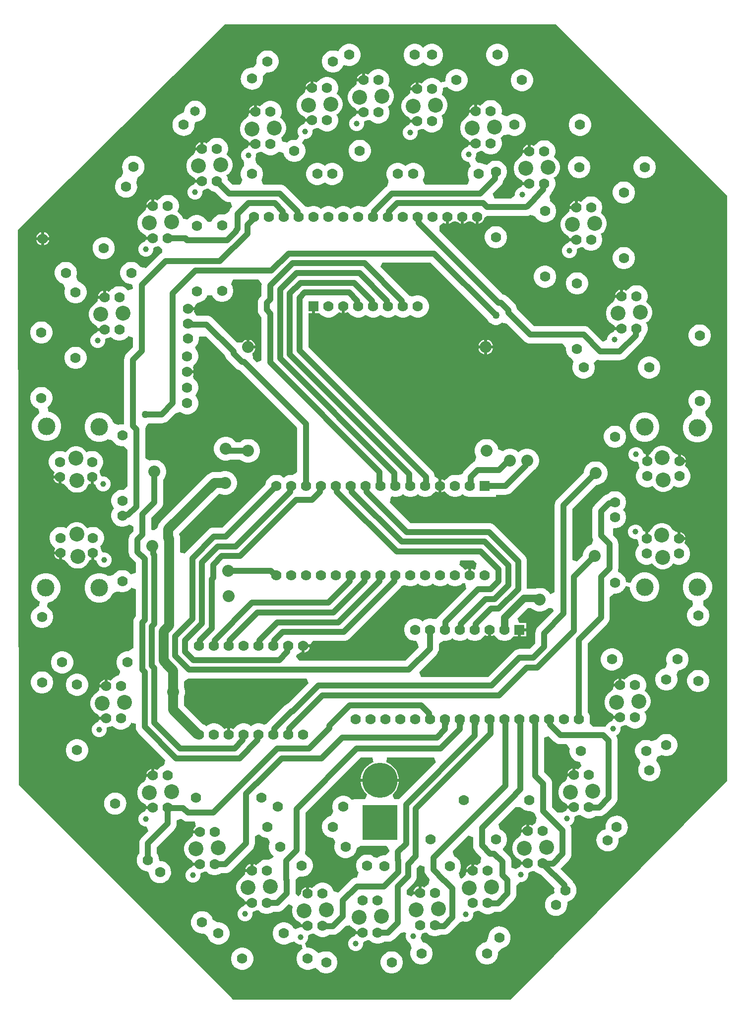
<source format=gbl>
G04*
G04 #@! TF.GenerationSoftware,Altium Limited,Altium Designer,24.8.2 (39)*
G04*
G04 Layer_Physical_Order=2*
G04 Layer_Color=16711680*
%FSLAX44Y44*%
%MOMM*%
G71*
G04*
G04 #@! TF.SameCoordinates,A64931F2-2A1F-4A1D-9477-064251C997AC*
G04*
G04*
G04 #@! TF.FilePolarity,Positive*
G04*
G01*
G75*
%ADD22C,1.0000*%
%ADD23C,1.2700*%
%ADD25C,1.7780*%
%ADD26C,2.5400*%
%ADD27C,1.0000*%
%ADD28C,2.0320*%
%ADD29R,1.7780X1.7780*%
%ADD30C,1.6510*%
%ADD31R,6.0000X6.0000*%
%ADD32C,6.0000*%
%ADD33C,1.2700*%
%ADD34C,3.0000*%
%ADD35C,1.6764*%
G36*
X4284980Y1733550D02*
Y735503D01*
X3915737Y361950D01*
X3441700D01*
X3075337Y728313D01*
X3073856Y1674828D01*
X3427657Y2025650D01*
X3992880D01*
X4284980Y1733550D01*
D02*
G37*
%LPC*%
G36*
X3782650Y1992470D02*
X3778929D01*
X3775280Y1991744D01*
X3771842Y1990320D01*
X3768748Y1988253D01*
X3766185Y1985690D01*
X3763622Y1988253D01*
X3760528Y1990320D01*
X3757090Y1991744D01*
X3753441Y1992470D01*
X3749720D01*
X3746070Y1991744D01*
X3742632Y1990320D01*
X3739538Y1988253D01*
X3736907Y1985622D01*
X3734840Y1982528D01*
X3733416Y1979090D01*
X3732690Y1975441D01*
Y1971720D01*
X3733416Y1968070D01*
X3734840Y1964632D01*
X3736907Y1961538D01*
X3739538Y1958907D01*
X3742632Y1956840D01*
X3746070Y1955416D01*
X3749720Y1954690D01*
X3753441D01*
X3757090Y1955416D01*
X3760528Y1956840D01*
X3763622Y1958907D01*
X3766185Y1961470D01*
X3768748Y1958907D01*
X3771842Y1956840D01*
X3775280Y1955416D01*
X3778929Y1954690D01*
X3782650D01*
X3786300Y1955416D01*
X3789738Y1956840D01*
X3792832Y1958907D01*
X3795463Y1961538D01*
X3797530Y1964632D01*
X3798954Y1968070D01*
X3799680Y1971720D01*
Y1975441D01*
X3798954Y1979090D01*
X3797530Y1982528D01*
X3795463Y1985622D01*
X3792832Y1988253D01*
X3789738Y1990320D01*
X3786300Y1991744D01*
X3782650Y1992470D01*
D02*
G37*
G36*
X3641681D02*
X3637960D01*
X3634310Y1991744D01*
X3630872Y1990320D01*
X3627778Y1988253D01*
X3625147Y1985622D01*
X3623080Y1982528D01*
X3621058Y1979262D01*
X3617390Y1980314D01*
X3613741Y1981040D01*
X3610020D01*
X3606370Y1980314D01*
X3602932Y1978890D01*
X3599838Y1976823D01*
X3597207Y1974192D01*
X3595140Y1971098D01*
X3593716Y1967660D01*
X3592990Y1964010D01*
Y1960289D01*
X3593716Y1956640D01*
X3595140Y1953202D01*
X3597207Y1950108D01*
X3599838Y1947477D01*
X3602932Y1945410D01*
X3606370Y1943986D01*
X3610020Y1943260D01*
X3613741D01*
X3617390Y1943986D01*
X3620828Y1945410D01*
X3623922Y1947477D01*
X3626553Y1950108D01*
X3628620Y1953202D01*
X3630642Y1956468D01*
X3634310Y1955416D01*
X3637960Y1954690D01*
X3641681D01*
X3645330Y1955416D01*
X3648768Y1956840D01*
X3651862Y1958907D01*
X3654493Y1961538D01*
X3656560Y1964632D01*
X3657984Y1968070D01*
X3658710Y1971720D01*
Y1975441D01*
X3657984Y1979090D01*
X3656560Y1982528D01*
X3654493Y1985622D01*
X3651862Y1988253D01*
X3648768Y1990320D01*
X3645330Y1991744D01*
X3641681Y1992470D01*
D02*
G37*
G36*
X3894410D02*
X3890689D01*
X3887040Y1991744D01*
X3883602Y1990320D01*
X3880508Y1988253D01*
X3877877Y1985622D01*
X3875810Y1982528D01*
X3874386Y1979090D01*
X3873660Y1975441D01*
Y1971720D01*
X3874386Y1968070D01*
X3875810Y1964632D01*
X3877877Y1961538D01*
X3880508Y1958907D01*
X3883602Y1956840D01*
X3887040Y1955416D01*
X3890689Y1954690D01*
X3894410D01*
X3898060Y1955416D01*
X3901498Y1956840D01*
X3904592Y1958907D01*
X3907223Y1961538D01*
X3909290Y1964632D01*
X3910714Y1968070D01*
X3911440Y1971720D01*
Y1975441D01*
X3910714Y1979090D01*
X3909290Y1982528D01*
X3907223Y1985622D01*
X3904592Y1988253D01*
X3901498Y1990320D01*
X3898060Y1991744D01*
X3894410Y1992470D01*
D02*
G37*
G36*
X3501981Y1981040D02*
X3498260D01*
X3494610Y1980314D01*
X3491172Y1978890D01*
X3488078Y1976823D01*
X3485447Y1974192D01*
X3483380Y1971098D01*
X3481956Y1967660D01*
X3481230Y1964010D01*
Y1960289D01*
X3481565Y1958604D01*
X3478064Y1953769D01*
X3475323Y1951748D01*
X3472829Y1951911D01*
X3469140Y1951425D01*
X3465616Y1950229D01*
X3462394Y1948369D01*
X3459596Y1945916D01*
X3457331Y1942964D01*
X3455685Y1939626D01*
X3454722Y1936032D01*
X3454479Y1932319D01*
X3454965Y1928630D01*
X3456161Y1925106D01*
X3458021Y1921884D01*
X3460475Y1919086D01*
X3463427Y1916821D01*
X3466764Y1915175D01*
X3470358Y1914212D01*
X3474071Y1913969D01*
X3477760Y1914454D01*
X3481284Y1915650D01*
X3484506Y1917511D01*
X3487304Y1919964D01*
X3489569Y1922917D01*
X3491215Y1926254D01*
X3492178Y1929848D01*
X3492421Y1933561D01*
X3492022Y1936595D01*
X3492225Y1937175D01*
X3493039Y1938298D01*
X3498260Y1943260D01*
X3501981D01*
X3505630Y1943986D01*
X3509068Y1945410D01*
X3512162Y1947477D01*
X3514793Y1950108D01*
X3516860Y1953202D01*
X3518284Y1956640D01*
X3519010Y1960289D01*
Y1964010D01*
X3518284Y1967660D01*
X3516860Y1971098D01*
X3514793Y1974192D01*
X3512162Y1976823D01*
X3509068Y1978890D01*
X3505630Y1980314D01*
X3501981Y1981040D01*
D02*
G37*
G36*
X3691260Y1949290D02*
X3687539D01*
X3683890Y1948564D01*
X3680452Y1947140D01*
X3677358Y1945073D01*
X3674727Y1942442D01*
X3671407Y1939850D01*
X3668412Y1941051D01*
X3666500Y1941563D01*
Y1930400D01*
X3664000D01*
Y1927900D01*
X3652461D01*
X3652070Y1924347D01*
X3648099Y1919249D01*
X3647975Y1919197D01*
X3644647Y1916974D01*
X3641816Y1914143D01*
X3639593Y1910815D01*
X3638061Y1907117D01*
X3637280Y1903191D01*
Y1899189D01*
X3638061Y1895263D01*
X3639593Y1891565D01*
X3641816Y1888237D01*
X3644647Y1885406D01*
X3647975Y1883183D01*
X3651842Y1880757D01*
X3652382Y1877900D01*
X3664000D01*
Y1872900D01*
X3652155D01*
X3650874Y1869826D01*
X3647329Y1868160D01*
X3644451Y1866498D01*
X3642101Y1864149D01*
X3640440Y1861271D01*
X3639580Y1858061D01*
Y1854738D01*
X3640440Y1851529D01*
X3642101Y1848651D01*
X3644451Y1846301D01*
X3647329Y1844640D01*
X3650539Y1843780D01*
X3653861D01*
X3657071Y1844640D01*
X3659949Y1846301D01*
X3662299Y1848651D01*
X3663960Y1851529D01*
X3664820Y1854738D01*
X3664820Y1858061D01*
X3666067Y1860382D01*
X3672029Y1862431D01*
X3675612Y1862474D01*
X3677358Y1860727D01*
X3680452Y1858660D01*
X3683890Y1857236D01*
X3687539Y1856510D01*
X3691260D01*
X3694910Y1857236D01*
X3698348Y1858660D01*
X3701442Y1860727D01*
X3704073Y1863358D01*
X3706140Y1866452D01*
X3707564Y1869890D01*
X3708290Y1873540D01*
Y1877261D01*
X3707564Y1880910D01*
X3706140Y1884348D01*
X3705637Y1885101D01*
X3708653Y1887116D01*
X3711483Y1889947D01*
X3713707Y1893275D01*
X3715239Y1896973D01*
X3716020Y1900899D01*
Y1904901D01*
X3715239Y1908827D01*
X3713707Y1912525D01*
X3711483Y1915853D01*
X3708653Y1918683D01*
X3705637Y1920699D01*
X3706140Y1921452D01*
X3707564Y1924890D01*
X3708290Y1928539D01*
Y1932260D01*
X3707564Y1935910D01*
X3706140Y1939348D01*
X3704073Y1942442D01*
X3701442Y1945073D01*
X3698348Y1947140D01*
X3694910Y1948564D01*
X3691260Y1949290D01*
D02*
G37*
G36*
X3661500Y1941563D02*
X3659588Y1941051D01*
X3656982Y1939546D01*
X3654854Y1937418D01*
X3653349Y1934812D01*
X3652837Y1932900D01*
X3661500D01*
Y1941563D01*
D02*
G37*
G36*
X3824561Y1949290D02*
X3820840D01*
X3817190Y1948564D01*
X3813752Y1947140D01*
X3810658Y1945073D01*
X3808027Y1942442D01*
X3805960Y1939348D01*
X3804536Y1935910D01*
X3803810Y1932260D01*
Y1928539D01*
X3796092Y1926335D01*
X3795513Y1927202D01*
X3792882Y1929833D01*
X3789788Y1931900D01*
X3786350Y1933324D01*
X3782701Y1934050D01*
X3778979D01*
X3775330Y1933324D01*
X3771892Y1931900D01*
X3768799Y1929833D01*
X3766167Y1927202D01*
X3762847Y1924610D01*
X3759852Y1925811D01*
X3757940Y1926323D01*
Y1915160D01*
X3755440D01*
Y1912660D01*
X3743901D01*
X3743510Y1909107D01*
X3739539Y1904009D01*
X3739415Y1903957D01*
X3736087Y1901734D01*
X3733257Y1898903D01*
X3731033Y1895575D01*
X3729501Y1891877D01*
X3728720Y1887951D01*
Y1883949D01*
X3729501Y1880023D01*
X3731033Y1876325D01*
X3733257Y1872997D01*
X3736087Y1870166D01*
X3739415Y1867943D01*
X3743282Y1865517D01*
X3743822Y1862660D01*
X3755440D01*
Y1857660D01*
X3743595D01*
X3742314Y1854586D01*
X3738769Y1852920D01*
X3735891Y1851258D01*
X3733542Y1848909D01*
X3731880Y1846031D01*
X3731020Y1842821D01*
Y1839498D01*
X3731880Y1836289D01*
X3733542Y1833411D01*
X3735891Y1831061D01*
X3738769Y1829400D01*
X3741978Y1828540D01*
X3745302D01*
X3748511Y1829400D01*
X3751389Y1831061D01*
X3753738Y1833411D01*
X3755400Y1836289D01*
X3756260Y1839498D01*
X3756260Y1842821D01*
X3757506Y1845142D01*
X3763469Y1847191D01*
X3767051Y1847234D01*
X3768799Y1845487D01*
X3771892Y1843420D01*
X3775330Y1841996D01*
X3778979Y1841270D01*
X3782701D01*
X3786350Y1841996D01*
X3789788Y1843420D01*
X3792882Y1845487D01*
X3795513Y1848118D01*
X3797580Y1851212D01*
X3799004Y1854650D01*
X3799730Y1858300D01*
Y1862021D01*
X3799004Y1865670D01*
X3797580Y1869108D01*
X3797077Y1869861D01*
X3800093Y1871876D01*
X3802924Y1874707D01*
X3805147Y1878035D01*
X3806679Y1881733D01*
X3807460Y1885659D01*
Y1889661D01*
X3806679Y1893587D01*
X3805147Y1897285D01*
X3802924Y1900613D01*
X3800093Y1903443D01*
X3797077Y1905459D01*
X3797580Y1906212D01*
X3799004Y1909650D01*
X3799730Y1913300D01*
Y1917021D01*
X3807448Y1919225D01*
X3808027Y1918358D01*
X3810658Y1915727D01*
X3813752Y1913660D01*
X3817190Y1912236D01*
X3820840Y1911510D01*
X3824561D01*
X3828210Y1912236D01*
X3831648Y1913660D01*
X3834742Y1915727D01*
X3837373Y1918358D01*
X3839440Y1921452D01*
X3840864Y1924890D01*
X3841590Y1928539D01*
Y1932260D01*
X3840864Y1935910D01*
X3839440Y1939348D01*
X3837373Y1942442D01*
X3834742Y1945073D01*
X3831648Y1947140D01*
X3828210Y1948564D01*
X3824561Y1949290D01*
D02*
G37*
G36*
X3603581Y1935710D02*
X3599860D01*
X3596210Y1934984D01*
X3592772Y1933560D01*
X3589678Y1931493D01*
X3587047Y1928862D01*
X3583727Y1926270D01*
X3580732Y1927471D01*
X3578820Y1927983D01*
Y1916820D01*
X3576320D01*
Y1914320D01*
X3564781D01*
X3564390Y1910767D01*
X3560419Y1905669D01*
X3560295Y1905617D01*
X3556967Y1903394D01*
X3554136Y1900563D01*
X3551913Y1897235D01*
X3550381Y1893537D01*
X3549600Y1889611D01*
Y1885609D01*
X3550381Y1881683D01*
X3551913Y1877985D01*
X3554136Y1874657D01*
X3556967Y1871826D01*
X3560295Y1869603D01*
X3564162Y1867177D01*
X3564702Y1864320D01*
X3576320D01*
Y1859320D01*
X3564475D01*
X3563194Y1856246D01*
X3559649Y1854580D01*
X3556771Y1852918D01*
X3554421Y1850569D01*
X3552760Y1847691D01*
X3551900Y1844481D01*
Y1841158D01*
X3552760Y1837949D01*
X3554286Y1835305D01*
X3553660Y1833296D01*
X3552778Y1831241D01*
X3549995Y1828184D01*
X3547701Y1828640D01*
X3543979D01*
X3540330Y1827914D01*
X3536892Y1826490D01*
X3533798Y1824423D01*
X3533036Y1823661D01*
X3525294Y1825623D01*
X3523717Y1832404D01*
X3524453Y1832896D01*
X3527284Y1835727D01*
X3529507Y1839055D01*
X3531039Y1842753D01*
X3531820Y1846678D01*
Y1850681D01*
X3531039Y1854607D01*
X3529507Y1858305D01*
X3527284Y1861633D01*
X3524453Y1864463D01*
X3521437Y1866479D01*
X3521940Y1867232D01*
X3523364Y1870670D01*
X3524090Y1874319D01*
Y1878040D01*
X3523364Y1881690D01*
X3521940Y1885128D01*
X3519873Y1888221D01*
X3517242Y1890853D01*
X3514148Y1892920D01*
X3510710Y1894344D01*
X3507061Y1895070D01*
X3503340D01*
X3499690Y1894344D01*
X3496252Y1892920D01*
X3493158Y1890853D01*
X3490527Y1888222D01*
X3487207Y1885630D01*
X3484212Y1886831D01*
X3482300Y1887343D01*
Y1876180D01*
X3479800D01*
Y1873680D01*
X3468261D01*
X3467870Y1870127D01*
X3463899Y1865029D01*
X3463775Y1864977D01*
X3460447Y1862753D01*
X3457616Y1859923D01*
X3455392Y1856595D01*
X3453861Y1852897D01*
X3453080Y1848971D01*
Y1844969D01*
X3453861Y1841043D01*
X3455392Y1837345D01*
X3457616Y1834017D01*
X3460447Y1831186D01*
X3463775Y1828963D01*
X3467642Y1826537D01*
X3468182Y1823680D01*
X3479800D01*
Y1818680D01*
X3467955D01*
X3466674Y1815605D01*
X3463129Y1813940D01*
X3460251Y1812278D01*
X3457901Y1809929D01*
X3456240Y1807051D01*
X3455380Y1803841D01*
Y1800518D01*
X3456240Y1797309D01*
X3457901Y1794431D01*
X3459160Y1793172D01*
X3460118Y1789713D01*
X3459763Y1783408D01*
X3458777Y1782422D01*
X3456710Y1779328D01*
X3455286Y1775890D01*
X3454560Y1772240D01*
Y1768519D01*
X3455286Y1764870D01*
X3456710Y1761432D01*
X3457475Y1760287D01*
X3455276Y1754312D01*
X3453515Y1752287D01*
X3440959D01*
X3432560Y1760686D01*
X3431974Y1763630D01*
X3430550Y1767068D01*
X3430047Y1767821D01*
X3433063Y1769836D01*
X3435894Y1772667D01*
X3438117Y1775995D01*
X3439649Y1779693D01*
X3440430Y1783619D01*
Y1787621D01*
X3439649Y1791547D01*
X3438117Y1795245D01*
X3435894Y1798573D01*
X3433063Y1801404D01*
X3430047Y1803419D01*
X3430550Y1804172D01*
X3431974Y1807610D01*
X3432700Y1811260D01*
Y1814981D01*
X3431974Y1818630D01*
X3430550Y1822068D01*
X3428483Y1825162D01*
X3425852Y1827793D01*
X3422758Y1829860D01*
X3419320Y1831284D01*
X3415670Y1832010D01*
X3411949D01*
X3408300Y1831284D01*
X3404862Y1829860D01*
X3401768Y1827793D01*
X3399137Y1825162D01*
X3395817Y1822570D01*
X3392822Y1823771D01*
X3390910Y1824283D01*
Y1813120D01*
X3388410D01*
Y1810620D01*
X3376871D01*
X3376480Y1807067D01*
X3372509Y1801969D01*
X3372385Y1801917D01*
X3369057Y1799694D01*
X3366227Y1796863D01*
X3364003Y1793535D01*
X3362471Y1789837D01*
X3361690Y1785911D01*
Y1781909D01*
X3362471Y1777983D01*
X3364003Y1774285D01*
X3366227Y1770957D01*
X3369057Y1768127D01*
X3372385Y1765903D01*
X3376252Y1763477D01*
X3376792Y1760620D01*
X3388410D01*
Y1755620D01*
X3376565D01*
X3375284Y1752546D01*
X3371739Y1750880D01*
X3368861Y1749218D01*
X3366512Y1746869D01*
X3364850Y1743991D01*
X3363990Y1740781D01*
Y1737458D01*
X3364850Y1734249D01*
X3366512Y1731371D01*
X3368861Y1729021D01*
X3371739Y1727360D01*
X3374948Y1726500D01*
X3378271D01*
X3381481Y1727360D01*
X3384359Y1729021D01*
X3386708Y1731371D01*
X3388370Y1734249D01*
X3389230Y1737458D01*
X3389230Y1740782D01*
X3390476Y1743102D01*
X3396439Y1745151D01*
X3400021Y1745194D01*
X3401768Y1743447D01*
X3404862Y1741380D01*
X3408300Y1739956D01*
X3411244Y1739371D01*
X3424058Y1726556D01*
X3426342Y1724682D01*
X3428948Y1723289D01*
X3431776Y1722431D01*
X3434716Y1722142D01*
X3437127D01*
X3440189Y1714750D01*
X3438531Y1713092D01*
X3436656Y1710808D01*
X3435263Y1708202D01*
X3434815Y1706725D01*
X3431475Y1703769D01*
X3427310Y1701487D01*
X3426116Y1701321D01*
X3424510Y1701640D01*
X3420789D01*
X3417140Y1700914D01*
X3413702Y1699490D01*
X3410608Y1697423D01*
X3407977Y1694792D01*
X3405910Y1691698D01*
X3405025Y1689562D01*
X3400698Y1688869D01*
X3396582Y1689530D01*
X3396210Y1690428D01*
X3394143Y1693522D01*
X3391512Y1696153D01*
X3388418Y1698220D01*
X3384980Y1699644D01*
X3381331Y1700370D01*
X3377610D01*
X3373960Y1699644D01*
X3370522Y1698220D01*
X3367428Y1696153D01*
X3364797Y1693522D01*
X3364237Y1692683D01*
X3356310Y1693724D01*
X3355823Y1693974D01*
X3355779Y1694197D01*
X3354247Y1697895D01*
X3352024Y1701223D01*
X3349193Y1704053D01*
X3346177Y1706069D01*
X3346680Y1706822D01*
X3348104Y1710260D01*
X3348830Y1713909D01*
Y1717630D01*
X3348104Y1721280D01*
X3346680Y1724718D01*
X3344613Y1727812D01*
X3341982Y1730443D01*
X3338888Y1732510D01*
X3335450Y1733934D01*
X3331801Y1734660D01*
X3328080D01*
X3324430Y1733934D01*
X3320992Y1732510D01*
X3317898Y1730443D01*
X3315267Y1727812D01*
X3311947Y1725220D01*
X3308952Y1726421D01*
X3307040Y1726933D01*
Y1715770D01*
X3304540D01*
Y1713270D01*
X3293001D01*
X3292610Y1709717D01*
X3288639Y1704619D01*
X3288515Y1704567D01*
X3285187Y1702344D01*
X3282356Y1699513D01*
X3280133Y1696185D01*
X3278601Y1692487D01*
X3277820Y1688561D01*
Y1684559D01*
X3278601Y1680633D01*
X3280133Y1676935D01*
X3282356Y1673607D01*
X3285187Y1670776D01*
X3288515Y1668553D01*
X3292382Y1666127D01*
X3292922Y1663270D01*
X3304540D01*
Y1658270D01*
X3292695D01*
X3291414Y1655196D01*
X3287869Y1653530D01*
X3284991Y1651868D01*
X3282641Y1649519D01*
X3280980Y1646641D01*
X3280120Y1643431D01*
Y1640108D01*
X3280980Y1636899D01*
X3282641Y1634021D01*
X3284991Y1631671D01*
X3287869Y1630010D01*
X3291078Y1629150D01*
X3294402D01*
X3297611Y1630010D01*
X3300489Y1631671D01*
X3302838Y1634021D01*
X3304500Y1636899D01*
X3305360Y1640108D01*
X3305360Y1643431D01*
X3306520Y1645591D01*
X3313835Y1647167D01*
X3316907Y1645443D01*
X3320833Y1641926D01*
X3320387Y1636040D01*
X3320274Y1635668D01*
X3317756Y1634322D01*
X3315472Y1632448D01*
X3293207Y1610182D01*
X3288537Y1610308D01*
X3283520Y1611810D01*
X3282383Y1613512D01*
X3279752Y1616143D01*
X3276658Y1618210D01*
X3273220Y1619634D01*
X3269571Y1620360D01*
X3265850D01*
X3262200Y1619634D01*
X3258762Y1618210D01*
X3255668Y1616143D01*
X3253037Y1613512D01*
X3250970Y1610418D01*
X3249546Y1606980D01*
X3248820Y1603331D01*
Y1599610D01*
X3249546Y1595960D01*
X3250970Y1592522D01*
X3253037Y1589428D01*
X3255668Y1586797D01*
X3258762Y1584730D01*
X3262200Y1583306D01*
X3265850Y1582580D01*
X3269703Y1581374D01*
X3270417Y1574876D01*
Y1573888D01*
X3262417Y1571461D01*
X3262063Y1571991D01*
X3259432Y1574623D01*
X3256338Y1576690D01*
X3252900Y1578114D01*
X3249250Y1578840D01*
X3245529D01*
X3241880Y1578114D01*
X3238442Y1576690D01*
X3235348Y1574623D01*
X3235072Y1574346D01*
X3229371Y1569410D01*
X3226402Y1570601D01*
X3224490Y1571113D01*
Y1559950D01*
X3221990D01*
Y1557450D01*
X3210451D01*
X3210060Y1553897D01*
X3206089Y1548799D01*
X3205965Y1548747D01*
X3202637Y1546523D01*
X3199807Y1543693D01*
X3197583Y1540365D01*
X3196051Y1536667D01*
X3195270Y1532741D01*
Y1528739D01*
X3196051Y1524813D01*
X3197583Y1521115D01*
X3199807Y1517787D01*
X3202637Y1514956D01*
X3205965Y1512733D01*
X3209832Y1510307D01*
X3210372Y1507450D01*
X3221990D01*
Y1502450D01*
X3210145D01*
X3208864Y1499375D01*
X3205319Y1497710D01*
X3202441Y1496048D01*
X3200091Y1493699D01*
X3198430Y1490821D01*
X3197570Y1487611D01*
Y1484288D01*
X3198430Y1481079D01*
X3200091Y1478201D01*
X3202441Y1475851D01*
X3205319Y1474190D01*
X3208528Y1473330D01*
X3211852D01*
X3215061Y1474190D01*
X3217939Y1475851D01*
X3220288Y1478201D01*
X3221950Y1481079D01*
X3222810Y1484288D01*
X3222810Y1487611D01*
X3223970Y1489771D01*
X3233583Y1491842D01*
X3235072Y1490554D01*
X3235348Y1490277D01*
X3238442Y1488210D01*
X3241880Y1486786D01*
X3245529Y1486060D01*
X3249250D01*
X3252900Y1486786D01*
X3256338Y1488210D01*
X3259432Y1490277D01*
X3262063Y1492908D01*
X3262417Y1493439D01*
X3270417Y1491012D01*
Y1474506D01*
X3259832Y1463921D01*
X3257957Y1461637D01*
X3256565Y1459031D01*
X3255707Y1456203D01*
X3255417Y1453263D01*
Y1344392D01*
X3254330Y1343500D01*
X3250609D01*
X3246960Y1342774D01*
X3245892Y1342332D01*
X3238157Y1345151D01*
X3237913Y1345324D01*
X3236869Y1346526D01*
X3235255Y1350422D01*
X3232519Y1354517D01*
X3229037Y1357999D01*
X3224942Y1360735D01*
X3220392Y1362619D01*
X3215562Y1363580D01*
X3210638D01*
X3205808Y1362619D01*
X3201258Y1360735D01*
X3197163Y1357999D01*
X3193681Y1354517D01*
X3190945Y1350422D01*
X3189061Y1345872D01*
X3188100Y1341042D01*
Y1336118D01*
X3189061Y1331288D01*
X3190945Y1326738D01*
X3193681Y1322643D01*
X3197163Y1319161D01*
X3201258Y1316425D01*
X3205808Y1314541D01*
X3210638Y1313580D01*
X3215562D01*
X3220392Y1314541D01*
X3224942Y1316425D01*
X3226506Y1317470D01*
X3227350Y1317647D01*
X3234684Y1316014D01*
X3236179Y1314990D01*
X3237797Y1312568D01*
X3240428Y1309937D01*
X3243522Y1307870D01*
X3246960Y1306446D01*
X3250609Y1305720D01*
X3254330D01*
X3261288Y1299767D01*
Y1237693D01*
X3254330Y1231740D01*
X3250609D01*
X3246960Y1231014D01*
X3243522Y1229590D01*
X3240428Y1227523D01*
X3237797Y1224892D01*
X3235730Y1221798D01*
X3234306Y1218360D01*
X3233580Y1214710D01*
Y1210990D01*
X3234306Y1207340D01*
X3235730Y1203902D01*
X3237797Y1200808D01*
X3238456Y1200150D01*
X3237797Y1199492D01*
X3235730Y1196398D01*
X3234306Y1192960D01*
X3233580Y1189311D01*
Y1185590D01*
X3234306Y1181940D01*
X3235730Y1178502D01*
X3237797Y1175408D01*
X3240428Y1172777D01*
X3243522Y1170710D01*
X3246960Y1169286D01*
X3250609Y1168560D01*
X3254330D01*
X3257980Y1169286D01*
X3261418Y1170710D01*
X3263687Y1172226D01*
X3266845Y1171432D01*
X3271188Y1168927D01*
X3271687Y1167939D01*
Y1161251D01*
X3267612Y1157175D01*
X3265738Y1154891D01*
X3264345Y1152285D01*
X3263487Y1149458D01*
X3263197Y1146517D01*
Y1125674D01*
X3263487Y1122734D01*
X3264345Y1119906D01*
X3265738Y1117300D01*
X3267612Y1115016D01*
X3275497Y1107131D01*
Y1089628D01*
X3267497Y1087201D01*
X3267143Y1087732D01*
X3264512Y1090363D01*
X3261418Y1092430D01*
X3257980Y1093854D01*
X3254330Y1094580D01*
X3250609D01*
X3246960Y1093854D01*
X3243522Y1092430D01*
X3240428Y1090363D01*
X3237797Y1087732D01*
X3237196Y1086833D01*
X3231844Y1084764D01*
X3227186Y1084915D01*
X3224942Y1086415D01*
X3220392Y1088299D01*
X3215562Y1089260D01*
X3210638D01*
X3205808Y1088299D01*
X3201258Y1086415D01*
X3197163Y1083679D01*
X3193681Y1080197D01*
X3190945Y1076102D01*
X3189061Y1071552D01*
X3188100Y1066722D01*
Y1061798D01*
X3189061Y1056968D01*
X3190945Y1052418D01*
X3193681Y1048323D01*
X3197163Y1044841D01*
X3201258Y1042105D01*
X3205808Y1040221D01*
X3210638Y1039260D01*
X3215562D01*
X3220392Y1040221D01*
X3224942Y1042105D01*
X3229037Y1044841D01*
X3232519Y1048323D01*
X3235255Y1052418D01*
X3236045Y1054325D01*
X3240166Y1056874D01*
X3242267Y1057673D01*
X3245525Y1058120D01*
X3246960Y1057526D01*
X3250609Y1056800D01*
X3254330D01*
X3257980Y1057526D01*
X3261418Y1058950D01*
X3264512Y1061017D01*
X3267143Y1063648D01*
X3267497Y1064179D01*
X3275497Y1061752D01*
Y1015999D01*
X3273678Y1013782D01*
X3272285Y1011176D01*
X3271427Y1008348D01*
X3271137Y1005408D01*
Y962316D01*
X3270233Y960855D01*
X3263221Y956150D01*
X3259500D01*
X3255850Y955424D01*
X3252412Y954000D01*
X3249318Y951933D01*
X3246687Y949302D01*
X3244620Y946208D01*
X3243196Y942770D01*
X3242470Y939120D01*
Y935399D01*
X3243196Y931750D01*
X3244620Y928312D01*
X3246687Y925218D01*
X3248395Y923510D01*
X3248280Y920169D01*
X3246109Y915110D01*
X3244470Y914784D01*
X3241032Y913360D01*
X3237939Y911293D01*
X3235307Y908662D01*
X3231987Y906070D01*
X3228992Y907271D01*
X3227080Y907783D01*
Y896620D01*
X3224580D01*
Y894120D01*
X3213041D01*
X3212650Y890567D01*
X3208679Y885469D01*
X3208555Y885417D01*
X3205227Y883194D01*
X3202397Y880363D01*
X3200173Y877035D01*
X3198641Y873337D01*
X3197860Y869411D01*
Y865409D01*
X3198641Y861483D01*
X3200173Y857785D01*
X3202397Y854457D01*
X3205227Y851626D01*
X3208555Y849403D01*
X3212422Y846977D01*
X3212962Y844120D01*
X3224580D01*
Y839120D01*
X3212735D01*
X3211454Y836046D01*
X3207909Y834380D01*
X3205031Y832718D01*
X3202682Y830369D01*
X3201020Y827491D01*
X3200160Y824281D01*
Y820958D01*
X3201020Y817749D01*
X3202682Y814871D01*
X3205031Y812521D01*
X3207909Y810860D01*
X3211118Y810000D01*
X3214442D01*
X3217651Y810860D01*
X3220529Y812521D01*
X3222878Y814871D01*
X3224540Y817749D01*
X3225400Y820958D01*
X3225400Y824281D01*
X3226560Y826441D01*
X3236173Y828513D01*
X3237662Y827224D01*
X3237939Y826947D01*
X3241032Y824880D01*
X3244470Y823456D01*
X3248120Y822730D01*
X3251841D01*
X3255490Y823456D01*
X3258928Y824880D01*
X3262022Y826947D01*
X3264653Y829578D01*
X3266720Y832672D01*
X3267497Y834549D01*
X3275497Y832958D01*
Y827418D01*
X3275787Y824478D01*
X3276645Y821650D01*
X3278038Y819045D01*
X3279912Y816760D01*
X3325858Y770815D01*
X3324985Y765473D01*
X3323416Y761943D01*
X3321042Y760960D01*
X3317948Y758893D01*
X3317672Y758616D01*
X3311971Y753680D01*
X3309002Y754871D01*
X3307090Y755383D01*
Y744220D01*
X3304590D01*
Y741720D01*
X3293051D01*
X3292660Y738167D01*
X3288689Y733069D01*
X3288565Y733017D01*
X3285237Y730794D01*
X3282406Y727963D01*
X3280182Y724635D01*
X3278651Y720937D01*
X3277870Y717011D01*
Y713009D01*
X3278651Y709083D01*
X3280182Y705385D01*
X3282406Y702057D01*
X3285237Y699226D01*
X3288565Y697003D01*
X3292432Y694577D01*
X3292972Y691720D01*
X3304590D01*
Y686720D01*
X3292745D01*
X3291464Y683646D01*
X3287919Y681980D01*
X3285041Y680318D01*
X3282692Y677969D01*
X3281030Y675091D01*
X3280170Y671881D01*
Y668558D01*
X3281030Y665349D01*
X3282692Y662471D01*
X3285041Y660121D01*
X3287919Y658460D01*
X3291129Y657600D01*
X3292953D01*
X3295435Y653974D01*
X3296545Y649879D01*
X3285490Y638824D01*
X3283616Y636540D01*
X3282223Y633934D01*
X3281365Y631106D01*
X3281076Y628166D01*
Y610852D01*
X3280029Y609488D01*
X3278383Y606151D01*
X3277420Y602556D01*
X3277177Y598843D01*
X3277663Y595154D01*
X3278859Y591631D01*
X3280719Y588408D01*
X3283173Y585611D01*
X3286125Y583345D01*
X3289462Y581700D01*
X3293056Y580737D01*
X3297042Y579451D01*
X3298060Y575554D01*
X3299179Y572006D01*
X3300969Y568743D01*
X3303361Y565893D01*
X3306263Y563564D01*
X3309563Y561846D01*
X3313135Y560804D01*
X3316842Y560480D01*
X3320541Y560885D01*
X3324090Y562004D01*
X3327352Y563794D01*
X3330203Y566185D01*
X3332532Y569087D01*
X3334250Y572388D01*
X3335291Y575960D01*
X3335616Y579667D01*
X3335210Y583366D01*
X3334091Y586915D01*
X3332302Y590177D01*
X3329910Y593028D01*
X3327008Y595357D01*
X3323707Y597075D01*
X3320135Y598116D01*
X3316428Y598441D01*
X3315095Y599716D01*
X3315120Y600085D01*
X3314634Y603775D01*
X3313438Y607298D01*
X3311577Y610521D01*
X3311221Y610927D01*
Y621922D01*
X3340648Y651349D01*
X3340648Y651350D01*
X3342522Y653634D01*
X3343915Y656239D01*
X3344773Y659067D01*
X3345063Y662008D01*
X3345063Y662008D01*
Y667376D01*
X3353063Y670689D01*
X3353690Y670062D01*
X3355974Y668188D01*
X3358580Y666795D01*
X3361407Y665937D01*
X3364348Y665647D01*
X3376100D01*
X3378244Y657647D01*
X3377532Y657236D01*
X3375404Y655108D01*
X3373899Y652502D01*
X3373387Y650590D01*
X3384550D01*
Y645590D01*
X3373011D01*
X3372620Y642037D01*
X3368649Y636939D01*
X3368525Y636887D01*
X3365197Y634664D01*
X3362366Y631833D01*
X3360143Y628505D01*
X3358611Y624807D01*
X3357830Y620881D01*
Y616879D01*
X3358611Y612953D01*
X3360143Y609255D01*
X3362366Y605927D01*
X3365197Y603096D01*
X3368525Y600872D01*
X3372392Y598447D01*
X3372932Y595590D01*
X3384550D01*
Y590590D01*
X3372705D01*
X3371424Y587515D01*
X3367879Y585850D01*
X3365001Y584188D01*
X3362651Y581839D01*
X3360990Y578961D01*
X3360130Y575751D01*
Y572428D01*
X3360990Y569219D01*
X3362651Y566341D01*
X3365001Y563991D01*
X3367879Y562330D01*
X3371089Y561470D01*
X3374411D01*
X3377621Y562330D01*
X3380499Y563991D01*
X3382849Y566341D01*
X3384510Y569219D01*
X3385370Y572428D01*
X3385370Y575751D01*
X3386617Y578072D01*
X3392579Y580121D01*
X3396161Y580164D01*
X3397908Y578417D01*
X3401002Y576350D01*
X3404440Y574926D01*
X3408090Y574200D01*
X3411811D01*
X3415460Y574926D01*
X3418898Y576350D01*
X3421094Y577817D01*
X3427724D01*
X3430664Y578107D01*
X3433492Y578965D01*
X3436097Y580357D01*
X3438382Y582232D01*
X3473948Y617798D01*
X3475822Y620082D01*
X3477215Y622688D01*
X3478073Y625516D01*
X3478363Y628456D01*
Y640752D01*
X3482604Y643025D01*
X3486363Y643633D01*
X3488078Y641917D01*
X3491172Y639850D01*
X3494610Y638426D01*
X3498260Y637700D01*
X3499660D01*
X3503493Y633042D01*
X3504469Y630038D01*
X3503546Y627810D01*
X3502820Y624160D01*
Y620439D01*
X3503546Y616790D01*
X3504970Y613352D01*
X3507037Y610258D01*
X3509668Y607627D01*
X3510704Y606935D01*
X3510722Y606238D01*
X3507144Y602850D01*
X3502868Y600511D01*
X3500710Y600940D01*
X3496989D01*
X3493340Y600214D01*
X3489902Y598790D01*
X3486808Y596723D01*
X3484177Y594092D01*
X3480857Y591500D01*
X3477862Y592701D01*
X3475950Y593213D01*
Y582050D01*
X3473450D01*
Y579550D01*
X3461911D01*
X3461520Y575997D01*
X3457549Y570899D01*
X3457425Y570847D01*
X3454097Y568624D01*
X3451266Y565793D01*
X3449043Y562465D01*
X3447511Y558767D01*
X3446730Y554841D01*
Y550839D01*
X3447511Y546913D01*
X3449043Y543215D01*
X3451266Y539887D01*
X3454097Y537056D01*
X3457425Y534832D01*
X3461292Y532407D01*
X3461832Y529550D01*
X3473450D01*
Y524550D01*
X3461605D01*
X3460324Y521475D01*
X3456779Y519810D01*
X3453901Y518148D01*
X3451552Y515799D01*
X3449890Y512921D01*
X3449030Y509711D01*
Y506388D01*
X3449890Y503179D01*
X3451552Y500301D01*
X3453901Y497951D01*
X3456779Y496290D01*
X3459988Y495430D01*
X3463311D01*
X3466521Y496290D01*
X3469399Y497951D01*
X3471748Y500301D01*
X3473410Y503179D01*
X3474270Y506388D01*
X3474270Y509711D01*
X3475516Y512032D01*
X3481479Y514081D01*
X3485062Y514124D01*
X3486808Y512377D01*
X3489902Y510310D01*
X3493340Y508886D01*
X3496989Y508160D01*
X3500710D01*
X3504360Y508886D01*
X3507798Y510310D01*
X3509994Y511777D01*
X3516624D01*
X3519564Y512067D01*
X3522392Y512925D01*
X3524998Y514317D01*
X3527281Y516192D01*
X3536658Y525568D01*
X3543440Y521036D01*
X3542761Y519397D01*
X3541980Y515471D01*
Y511469D01*
X3542761Y507543D01*
X3544293Y503845D01*
X3546516Y500517D01*
X3549347Y497686D01*
X3552675Y495462D01*
X3556542Y493037D01*
X3557082Y490180D01*
X3568700D01*
Y485180D01*
X3556161D01*
X3548184Y482295D01*
X3545007Y483828D01*
X3544251Y484749D01*
X3542733Y487022D01*
X3540102Y489653D01*
X3537008Y491720D01*
X3533570Y493144D01*
X3529920Y493870D01*
X3526200D01*
X3522550Y493144D01*
X3519112Y491720D01*
X3516018Y489653D01*
X3513387Y487022D01*
X3511320Y483928D01*
X3509896Y480490D01*
X3509170Y476841D01*
Y473120D01*
X3509896Y469470D01*
X3511320Y466032D01*
X3513387Y462938D01*
X3516018Y460307D01*
X3519112Y458240D01*
X3522550Y456816D01*
X3526200Y456090D01*
X3529920D01*
X3533570Y456816D01*
X3537008Y458240D01*
X3538530Y459257D01*
X3545945Y460758D01*
X3549151Y458581D01*
X3552029Y456920D01*
X3555239Y456060D01*
X3558561Y456060D01*
X3559752Y448540D01*
X3559237Y448196D01*
X3556658Y446473D01*
X3554027Y443842D01*
X3551960Y440748D01*
X3550536Y437310D01*
X3549810Y433661D01*
Y429939D01*
X3550536Y426290D01*
X3551960Y422852D01*
X3554027Y419758D01*
X3556658Y417127D01*
X3559752Y415060D01*
X3563190Y413636D01*
X3566840Y412910D01*
X3570561D01*
X3574210Y413636D01*
X3575941Y414353D01*
X3582166Y416075D01*
X3585777Y413408D01*
X3588408Y410777D01*
X3591502Y408710D01*
X3594940Y407286D01*
X3598589Y406560D01*
X3602310D01*
X3605960Y407286D01*
X3609398Y408710D01*
X3612492Y410777D01*
X3615123Y413408D01*
X3617190Y416502D01*
X3618614Y419940D01*
X3619340Y423590D01*
Y427310D01*
X3618614Y430960D01*
X3617190Y434398D01*
X3615123Y437492D01*
X3612492Y440123D01*
X3609398Y442190D01*
X3605960Y443614D01*
X3602310Y444340D01*
X3598589D01*
X3594940Y443614D01*
X3593209Y442897D01*
X3586984Y441175D01*
X3583373Y443842D01*
X3580742Y446473D01*
X3577648Y448540D01*
X3574210Y449964D01*
X3570561Y450690D01*
X3567512D01*
X3566840Y450690D01*
X3564250Y458175D01*
X3564649Y458581D01*
X3565291Y459224D01*
X3566998Y460931D01*
X3568660Y463809D01*
X3569520Y467018D01*
X3569520Y470341D01*
X3570766Y472662D01*
X3576729Y474711D01*
X3580312Y474754D01*
X3582058Y473007D01*
X3585152Y470940D01*
X3588590Y469516D01*
X3592239Y468790D01*
X3595960D01*
X3599610Y469516D01*
X3603048Y470940D01*
X3605244Y472407D01*
X3611874D01*
X3614814Y472697D01*
X3617642Y473555D01*
X3620247Y474947D01*
X3622532Y476822D01*
X3632446Y486736D01*
X3640497Y489087D01*
X3643327Y486256D01*
X3646655Y484033D01*
X3650522Y481607D01*
X3651062Y478750D01*
X3662680D01*
Y473750D01*
X3650835D01*
X3649554Y470676D01*
X3646009Y469010D01*
X3643131Y467348D01*
X3640781Y464999D01*
X3639120Y462121D01*
X3638260Y458911D01*
Y455588D01*
X3639120Y452379D01*
X3640781Y449501D01*
X3643131Y447151D01*
X3646009Y445490D01*
X3649218Y444630D01*
X3652542D01*
X3655751Y445490D01*
X3658629Y447151D01*
X3660978Y449501D01*
X3662640Y452379D01*
X3663500Y455588D01*
X3663500Y458911D01*
X3664746Y461232D01*
X3670709Y463281D01*
X3674291Y463324D01*
X3676038Y461577D01*
X3679132Y459510D01*
X3682570Y458086D01*
X3686219Y457360D01*
X3689940D01*
X3693590Y458086D01*
X3697028Y459510D01*
X3699224Y460977D01*
X3705854D01*
X3708794Y461267D01*
X3711622Y462125D01*
X3714228Y463517D01*
X3716512Y465392D01*
X3726479Y475360D01*
X3733979Y476569D01*
X3736605Y475003D01*
Y475003D01*
X3736610Y475000D01*
X3736610D01*
X3736910Y474821D01*
X3736050Y471611D01*
Y468288D01*
X3736910Y465079D01*
X3738571Y462201D01*
X3740921Y459851D01*
X3742964Y458672D01*
X3744003Y457523D01*
X3746306Y450009D01*
X3746270Y449638D01*
X3744846Y446200D01*
X3744120Y442551D01*
Y438829D01*
X3744846Y435180D01*
X3746270Y431742D01*
X3748337Y428648D01*
X3750968Y426017D01*
X3754062Y423950D01*
X3757500Y422526D01*
X3761150Y421800D01*
X3764871D01*
X3768520Y422526D01*
X3771958Y423950D01*
X3775052Y426017D01*
X3777683Y428648D01*
X3779750Y431742D01*
X3781174Y435180D01*
X3781900Y438829D01*
Y442551D01*
X3781174Y446200D01*
X3779750Y449638D01*
X3777683Y452732D01*
X3775052Y455363D01*
X3771958Y457430D01*
X3768520Y458854D01*
X3766326Y459291D01*
X3763986Y461588D01*
X3763773Y461897D01*
X3761553Y466588D01*
X3764370Y474562D01*
X3768499Y475981D01*
X3772082Y476024D01*
X3773828Y474277D01*
X3776922Y472210D01*
X3780360Y470786D01*
X3784009Y470060D01*
X3787730D01*
X3791380Y470786D01*
X3794818Y472210D01*
X3795130Y472418D01*
X3801115D01*
X3804055Y472708D01*
X3806883Y473566D01*
X3809489Y474958D01*
X3811772Y476833D01*
X3826718Y491778D01*
X3828593Y494062D01*
X3833969Y495900D01*
X3837179Y495040D01*
X3840501D01*
X3843711Y495900D01*
X3846589Y497561D01*
X3848938Y499911D01*
X3850600Y502789D01*
X3851460Y505998D01*
X3851460Y509321D01*
X3852706Y511642D01*
X3858669Y513691D01*
X3862252Y513734D01*
X3863998Y511987D01*
X3867092Y509920D01*
X3870530Y508496D01*
X3874179Y507770D01*
X3877900D01*
X3881550Y508496D01*
X3884988Y509920D01*
X3887184Y511387D01*
X3893814D01*
X3896754Y511677D01*
X3899582Y512535D01*
X3902188Y513927D01*
X3904472Y515802D01*
X3920698Y532028D01*
X3920698Y532028D01*
X3922572Y534312D01*
X3923965Y536918D01*
X3924823Y539746D01*
X3925113Y542686D01*
Y556460D01*
X3931158Y562740D01*
X3934482D01*
X3937691Y563600D01*
X3940569Y565261D01*
X3942918Y567611D01*
X3944580Y570489D01*
X3945440Y573698D01*
X3945440Y577021D01*
X3946686Y579342D01*
X3952649Y581391D01*
X3956231Y581434D01*
X3957978Y579687D01*
X3961072Y577620D01*
X3964510Y576196D01*
X3967454Y575610D01*
X3990323Y552741D01*
X3990097Y552023D01*
X3989692Y548324D01*
X3990016Y544617D01*
X3990044Y544521D01*
X3988545Y542224D01*
X3985022Y541028D01*
X3981799Y539167D01*
X3979002Y536714D01*
X3976736Y533762D01*
X3975091Y530424D01*
X3974128Y526830D01*
X3973884Y523117D01*
X3974370Y519428D01*
X3975566Y515905D01*
X3977426Y512682D01*
X3979880Y509884D01*
X3982832Y507619D01*
X3986169Y505973D01*
X3989763Y505010D01*
X3993477Y504767D01*
X3997166Y505253D01*
X4000689Y506449D01*
X4003912Y508309D01*
X4006709Y510763D01*
X4008975Y513715D01*
X4010620Y517052D01*
X4011583Y520646D01*
X4011827Y524359D01*
X4012105Y528474D01*
X4015744Y530502D01*
X4019045Y532220D01*
X4021947Y534549D01*
X4024338Y537400D01*
X4026128Y540662D01*
X4027247Y544211D01*
X4027652Y547910D01*
X4027328Y551617D01*
X4026287Y555189D01*
X4024568Y558490D01*
X4022239Y561391D01*
X4021363Y562127D01*
X4021109Y562965D01*
X4019716Y565570D01*
X4017841Y567854D01*
X4000323Y585373D01*
X4014678Y599728D01*
X4014678Y599728D01*
X4016552Y602012D01*
X4017945Y604618D01*
X4018803Y607446D01*
X4019092Y610386D01*
Y650355D01*
X4019093Y650356D01*
X4018803Y653296D01*
X4017945Y656124D01*
X4017945Y656124D01*
X4016690Y658838D01*
X4019359Y660952D01*
X4021708Y663301D01*
X4023370Y666179D01*
X4024230Y669389D01*
X4024230Y672711D01*
X4025476Y675032D01*
X4031439Y677081D01*
X4035021Y677124D01*
X4036768Y675377D01*
X4039862Y673310D01*
X4043300Y671886D01*
X4046949Y671160D01*
X4050670D01*
X4054320Y671886D01*
X4057758Y673310D01*
X4059954Y674778D01*
X4066584D01*
X4069524Y675067D01*
X4072352Y675925D01*
X4074958Y677318D01*
X4077242Y679192D01*
X4093468Y695418D01*
X4095342Y697702D01*
X4096735Y700308D01*
X4097593Y703136D01*
X4097882Y706076D01*
Y803485D01*
X4097593Y806426D01*
X4096735Y809254D01*
X4096735Y809254D01*
X4095445Y811948D01*
X4098049Y814181D01*
X4100398Y816531D01*
X4102060Y819409D01*
X4102920Y822618D01*
X4102920Y825941D01*
X4104166Y828262D01*
X4110129Y830311D01*
X4113712Y830354D01*
X4115458Y828607D01*
X4118552Y826540D01*
X4121990Y825116D01*
X4125640Y824390D01*
X4129360D01*
X4133010Y825116D01*
X4136448Y826540D01*
X4139542Y828607D01*
X4142173Y831238D01*
X4144240Y834332D01*
X4145664Y837770D01*
X4146390Y841420D01*
Y845141D01*
X4145664Y848790D01*
X4144240Y852228D01*
X4143737Y852981D01*
X4146753Y854996D01*
X4149583Y857827D01*
X4151807Y861155D01*
X4153339Y864853D01*
X4154120Y868779D01*
Y872781D01*
X4153339Y876707D01*
X4151807Y880405D01*
X4149583Y883733D01*
X4146753Y886563D01*
X4143737Y888579D01*
X4144240Y889332D01*
X4145664Y892770D01*
X4146390Y896419D01*
Y900140D01*
X4145664Y903790D01*
X4144240Y907228D01*
X4142173Y910322D01*
X4139542Y912953D01*
X4136448Y915020D01*
X4133010Y916444D01*
X4129360Y917170D01*
X4125640D01*
X4121990Y916444D01*
X4118552Y915020D01*
X4115458Y912953D01*
X4112827Y910322D01*
X4109507Y907730D01*
X4106512Y908931D01*
X4104600Y909443D01*
Y898280D01*
X4102100D01*
Y895780D01*
X4090561D01*
X4090170Y892227D01*
X4086199Y887129D01*
X4086075Y887077D01*
X4082747Y884854D01*
X4079916Y882023D01*
X4077693Y878695D01*
X4076161Y874997D01*
X4075380Y871071D01*
Y867068D01*
X4076161Y863143D01*
X4077693Y859445D01*
X4079916Y856117D01*
X4082747Y853286D01*
X4086075Y851062D01*
X4089942Y848637D01*
X4090482Y845780D01*
X4102100D01*
Y840780D01*
X4090255D01*
X4088974Y837706D01*
X4085429Y836040D01*
X4082551Y834378D01*
X4080201Y832029D01*
X4078540Y829151D01*
X4078414Y828682D01*
X4076436Y827583D01*
X4073495Y827873D01*
X4055296D01*
X4050666Y833817D01*
X4050035Y835873D01*
X4050563Y838530D01*
Y842251D01*
X4049837Y845900D01*
X4048413Y849338D01*
X4046746Y851834D01*
Y969592D01*
X4079978Y1002824D01*
X4079978Y1002824D01*
X4081852Y1005108D01*
X4083245Y1007714D01*
X4084103Y1010542D01*
X4084392Y1013482D01*
Y1048307D01*
X4091349Y1054260D01*
X4095070D01*
X4098720Y1054986D01*
X4102158Y1056410D01*
X4105252Y1058477D01*
X4107883Y1061108D01*
X4109950Y1064202D01*
X4110843Y1066357D01*
X4111374Y1067640D01*
X4119010Y1065764D01*
X4119010Y1065055D01*
Y1063068D01*
X4119971Y1058238D01*
X4121855Y1053688D01*
X4124591Y1049593D01*
X4128073Y1046111D01*
X4132168Y1043375D01*
X4136718Y1041491D01*
X4141548Y1040530D01*
X4146472D01*
X4151302Y1041491D01*
X4155852Y1043375D01*
X4159947Y1046111D01*
X4163429Y1049593D01*
X4166165Y1053688D01*
X4168049Y1058238D01*
X4169010Y1063068D01*
Y1067992D01*
X4168049Y1072822D01*
X4166165Y1077372D01*
X4163429Y1081467D01*
X4159947Y1084949D01*
X4155852Y1087685D01*
X4151302Y1089569D01*
X4146472Y1090530D01*
X4141548D01*
X4136718Y1089569D01*
X4132168Y1087685D01*
X4128073Y1084949D01*
X4124591Y1081467D01*
X4121855Y1077372D01*
X4120326Y1073679D01*
X4119971Y1072822D01*
X4112154Y1074250D01*
X4112100Y1075010D01*
X4112100Y1075011D01*
X4112058Y1075222D01*
X4111374Y1078660D01*
X4109950Y1082098D01*
X4107883Y1085192D01*
X4105252Y1087823D01*
X4102158Y1089890D01*
X4098734Y1091661D01*
X4098863Y1094865D01*
X4099153Y1097806D01*
Y1138926D01*
X4098863Y1141866D01*
X4098005Y1144694D01*
X4096613Y1147299D01*
X4094738Y1149584D01*
X4089992Y1154329D01*
X4090415Y1165220D01*
X4091349Y1166020D01*
X4095070D01*
X4098720Y1166746D01*
X4102158Y1168170D01*
X4105252Y1170237D01*
X4107883Y1172868D01*
X4109950Y1175962D01*
X4111374Y1179400D01*
X4112100Y1183049D01*
Y1186770D01*
X4111374Y1190420D01*
X4109950Y1193858D01*
X4107883Y1196952D01*
X4107224Y1197610D01*
X4107883Y1198268D01*
X4109950Y1201362D01*
X4111374Y1204800D01*
X4112100Y1208449D01*
Y1212170D01*
X4111374Y1215820D01*
X4109950Y1219258D01*
X4107883Y1222352D01*
X4105252Y1224983D01*
X4102158Y1227050D01*
X4098720Y1228474D01*
X4095070Y1229200D01*
X4091349D01*
X4087700Y1228474D01*
X4084262Y1227050D01*
X4081168Y1224983D01*
X4079526Y1223341D01*
X4077568Y1222747D01*
X4074962Y1221354D01*
X4072678Y1219479D01*
X4058662Y1205463D01*
X4056788Y1203179D01*
X4055395Y1200574D01*
X4054537Y1197746D01*
X4054247Y1194806D01*
Y1153686D01*
X4054537Y1150745D01*
X4055395Y1147918D01*
X4056020Y1146748D01*
X4054196Y1140434D01*
X4053335Y1138811D01*
X4052435Y1138005D01*
X4049371Y1136736D01*
X4046069Y1134529D01*
X4043261Y1131721D01*
X4041054Y1128419D01*
X4039535Y1124751D01*
X4038760Y1120856D01*
Y1120026D01*
X4028044Y1109309D01*
X4020652Y1112371D01*
Y1198987D01*
X4061346Y1239680D01*
X4062176D01*
X4066071Y1240455D01*
X4069739Y1241974D01*
X4073041Y1244181D01*
X4075849Y1246989D01*
X4078055Y1250291D01*
X4079575Y1253960D01*
X4080350Y1257854D01*
Y1261826D01*
X4079575Y1265721D01*
X4078055Y1269389D01*
X4075849Y1272691D01*
X4073041Y1275499D01*
X4069739Y1277706D01*
X4066071Y1279225D01*
X4062176Y1280000D01*
X4058204D01*
X4054309Y1279225D01*
X4050641Y1277706D01*
X4047339Y1275499D01*
X4044531Y1272691D01*
X4042325Y1269389D01*
X4040805Y1265721D01*
X4040030Y1261826D01*
Y1260996D01*
X3994922Y1215888D01*
X3993047Y1213604D01*
X3991655Y1210998D01*
X3990797Y1208170D01*
X3990508Y1205230D01*
Y1056947D01*
X3983335Y1053803D01*
X3982507Y1053935D01*
X3980599Y1056791D01*
X3977791Y1059599D01*
X3974489Y1061805D01*
X3970821Y1063325D01*
X3966926Y1064100D01*
X3962954D01*
X3959059Y1063325D01*
X3958055Y1062909D01*
X3943130D01*
Y1109501D01*
X3942841Y1112441D01*
X3941983Y1115269D01*
X3940591Y1117875D01*
X3938716Y1120159D01*
X3888707Y1170168D01*
X3886423Y1172042D01*
X3883817Y1173435D01*
X3880989Y1174293D01*
X3878049Y1174583D01*
X3744358D01*
X3709437Y1209503D01*
X3711057Y1219197D01*
X3712957Y1220124D01*
X3713050Y1220086D01*
X3716700Y1219360D01*
X3720421D01*
X3724070Y1220086D01*
X3727508Y1221510D01*
X3730602Y1223577D01*
X3731260Y1224236D01*
X3731918Y1223577D01*
X3735012Y1221510D01*
X3738450Y1220086D01*
X3742100Y1219360D01*
X3745821D01*
X3749470Y1220086D01*
X3752908Y1221510D01*
X3756002Y1223577D01*
X3756660Y1224236D01*
X3757318Y1223577D01*
X3760412Y1221510D01*
X3763850Y1220086D01*
X3767499Y1219360D01*
X3771220D01*
X3774870Y1220086D01*
X3778308Y1221510D01*
X3781402Y1223577D01*
X3784033Y1226208D01*
X3787353Y1228800D01*
X3790348Y1227599D01*
X3792260Y1227087D01*
Y1238250D01*
Y1250176D01*
X3789785Y1251410D01*
X3786808Y1253741D01*
X3785598Y1255396D01*
X3785505Y1256338D01*
X3784648Y1259166D01*
X3783255Y1261772D01*
X3781380Y1264056D01*
X3570042Y1475393D01*
Y1532890D01*
X3576360D01*
Y1544320D01*
X3581360D01*
Y1532890D01*
X3589178D01*
X3589587Y1532278D01*
X3592218Y1529647D01*
X3595312Y1527580D01*
X3598750Y1526156D01*
X3602400Y1525430D01*
X3606121D01*
X3609770Y1526156D01*
X3613208Y1527580D01*
X3616302Y1529647D01*
X3618933Y1532278D01*
X3622253Y1534870D01*
X3625248Y1533669D01*
X3627160Y1533157D01*
Y1544320D01*
X3632160D01*
Y1533157D01*
X3634072Y1533669D01*
X3637067Y1534870D01*
X3640387Y1532278D01*
X3643018Y1529647D01*
X3646112Y1527580D01*
X3649550Y1526156D01*
X3653199Y1525430D01*
X3656920D01*
X3660570Y1526156D01*
X3664008Y1527580D01*
X3667102Y1529647D01*
X3667760Y1530305D01*
X3668418Y1529647D01*
X3671512Y1527580D01*
X3674950Y1526156D01*
X3678600Y1525430D01*
X3682321D01*
X3685970Y1526156D01*
X3689408Y1527580D01*
X3692502Y1529647D01*
X3693160Y1530305D01*
X3693818Y1529647D01*
X3696912Y1527580D01*
X3700350Y1526156D01*
X3704000Y1525430D01*
X3707721D01*
X3711370Y1526156D01*
X3714808Y1527580D01*
X3717902Y1529647D01*
X3718560Y1530305D01*
X3719218Y1529647D01*
X3722312Y1527580D01*
X3725750Y1526156D01*
X3729399Y1525430D01*
X3733120D01*
X3736770Y1526156D01*
X3740208Y1527580D01*
X3743302Y1529647D01*
X3743960Y1530305D01*
X3744618Y1529647D01*
X3747712Y1527580D01*
X3751150Y1526156D01*
X3754799Y1525430D01*
X3758521D01*
X3762170Y1526156D01*
X3765608Y1527580D01*
X3768702Y1529647D01*
X3771333Y1532278D01*
X3773400Y1535372D01*
X3774824Y1538810D01*
X3775550Y1542460D01*
Y1546181D01*
X3774824Y1549830D01*
X3773400Y1553268D01*
X3771333Y1556362D01*
X3768702Y1558993D01*
X3765608Y1561060D01*
X3762170Y1562484D01*
X3758521Y1563210D01*
X3754799D01*
X3751150Y1562484D01*
X3747290Y1561178D01*
X3742304Y1562568D01*
X3740429Y1564852D01*
X3693119Y1612162D01*
X3696180Y1619554D01*
X3778221D01*
X3874872Y1522903D01*
X3875521Y1521335D01*
X3877310Y1518658D01*
X3879587Y1516380D01*
X3882265Y1514591D01*
X3885241Y1513358D01*
X3888400Y1512730D01*
X3891620D01*
X3894779Y1513358D01*
X3897755Y1514591D01*
X3900432Y1516380D01*
X3909044Y1514635D01*
X3938276Y1485402D01*
X3940561Y1483528D01*
X3943167Y1482135D01*
X3945994Y1481277D01*
X3948934Y1480987D01*
X4003086D01*
X4004199Y1480438D01*
X4009550Y1473790D01*
Y1470069D01*
X4010276Y1466420D01*
X4011700Y1462982D01*
X4013767Y1459888D01*
X4016398Y1457257D01*
X4019492Y1455190D01*
X4022423Y1450306D01*
X4021768Y1445840D01*
X4021706Y1445690D01*
X4020980Y1442041D01*
Y1438320D01*
X4021706Y1434670D01*
X4023130Y1431232D01*
X4025197Y1428138D01*
X4027828Y1425507D01*
X4030922Y1423440D01*
X4034360Y1422016D01*
X4038010Y1421290D01*
X4041731D01*
X4045380Y1422016D01*
X4048818Y1423440D01*
X4051912Y1425507D01*
X4054543Y1428138D01*
X4056610Y1431232D01*
X4058034Y1434670D01*
X4058760Y1438320D01*
Y1442041D01*
X4058034Y1445690D01*
X4057310Y1447439D01*
X4060945Y1451971D01*
X4063276Y1453500D01*
X4065330Y1452877D01*
X4068270Y1452587D01*
X4101174D01*
X4104115Y1452877D01*
X4106942Y1453735D01*
X4109548Y1455128D01*
X4111832Y1457002D01*
X4139259Y1484429D01*
X4141134Y1486713D01*
X4142527Y1489319D01*
X4143384Y1492147D01*
X4143504Y1493360D01*
X4144763Y1494619D01*
X4146830Y1497712D01*
X4148254Y1501150D01*
X4148980Y1504800D01*
Y1508521D01*
X4148254Y1512170D01*
X4146830Y1515608D01*
X4146327Y1516361D01*
X4149343Y1518376D01*
X4152173Y1521207D01*
X4154397Y1524535D01*
X4155929Y1528233D01*
X4156710Y1532159D01*
Y1536161D01*
X4155929Y1540087D01*
X4154397Y1543785D01*
X4152173Y1547113D01*
X4149343Y1549944D01*
X4146327Y1551959D01*
X4146830Y1552712D01*
X4148254Y1556150D01*
X4148980Y1559800D01*
Y1563521D01*
X4148254Y1567170D01*
X4146830Y1570608D01*
X4144763Y1573702D01*
X4142132Y1576333D01*
X4139038Y1578400D01*
X4135600Y1579824D01*
X4131950Y1580550D01*
X4128229D01*
X4124580Y1579824D01*
X4121142Y1578400D01*
X4118048Y1576333D01*
X4115417Y1573702D01*
X4112097Y1571110D01*
X4109102Y1572311D01*
X4107190Y1572823D01*
Y1561660D01*
X4104690D01*
Y1559160D01*
X4093151D01*
X4092760Y1555607D01*
X4088789Y1550509D01*
X4088665Y1550457D01*
X4085337Y1548234D01*
X4082506Y1545403D01*
X4080283Y1542075D01*
X4078751Y1538377D01*
X4077970Y1534451D01*
Y1530449D01*
X4078751Y1526523D01*
X4080283Y1522825D01*
X4082506Y1519497D01*
X4085337Y1516667D01*
X4088665Y1514443D01*
X4092532Y1512017D01*
X4093072Y1509160D01*
X4104690D01*
Y1504160D01*
X4092845D01*
X4091564Y1501086D01*
X4088019Y1499420D01*
X4085141Y1497758D01*
X4082791Y1495409D01*
X4081130Y1492531D01*
X4080270Y1489321D01*
Y1488149D01*
X4074196Y1484897D01*
X4072633Y1484613D01*
X4050528Y1506718D01*
X4048244Y1508592D01*
X4045638Y1509985D01*
X4042811Y1510843D01*
X4039870Y1511133D01*
X3955178D01*
X3926219Y1540091D01*
X3926143Y1540864D01*
X3925285Y1543692D01*
X3923893Y1546297D01*
X3922018Y1548581D01*
X3909511Y1561088D01*
X3907227Y1562962D01*
X3904622Y1564355D01*
X3901794Y1565213D01*
X3901021Y1565289D01*
X3793392Y1672918D01*
X3794102Y1682047D01*
X3796733Y1684678D01*
X3800053Y1687270D01*
X3803048Y1686069D01*
X3804960Y1685557D01*
Y1696720D01*
X3809960D01*
Y1685557D01*
X3811872Y1686069D01*
X3814478Y1687574D01*
X3815273Y1688368D01*
X3820160Y1689140D01*
X3825047Y1688368D01*
X3825842Y1687574D01*
X3828448Y1686069D01*
X3830360Y1685557D01*
Y1696720D01*
X3835360D01*
Y1685557D01*
X3837272Y1686069D01*
X3839878Y1687574D01*
X3840673Y1688368D01*
X3845560Y1689140D01*
X3850447Y1688368D01*
X3851242Y1687574D01*
X3853848Y1686069D01*
X3855760Y1685557D01*
Y1696720D01*
X3860760D01*
Y1685557D01*
X3862672Y1686069D01*
X3865278Y1687574D01*
X3867406Y1689702D01*
X3868911Y1692308D01*
X3870703Y1695828D01*
X3875021Y1698440D01*
X3877185Y1698527D01*
X3941104D01*
X3944045Y1698817D01*
X3946872Y1699675D01*
X3947753Y1700145D01*
X3948890Y1700321D01*
X3952572Y1699705D01*
X3956340Y1698227D01*
X3957859Y1696782D01*
X3959157Y1694838D01*
X3961788Y1692207D01*
X3964882Y1690140D01*
X3968320Y1688716D01*
X3971970Y1687990D01*
X3975691D01*
X3979340Y1688716D01*
X3982778Y1690140D01*
X3985872Y1692207D01*
X3988503Y1694838D01*
X3990570Y1697932D01*
X3991994Y1701370D01*
X3992720Y1705020D01*
Y1708741D01*
X3991994Y1712390D01*
X3990570Y1715828D01*
X3988503Y1718922D01*
X3985872Y1721553D01*
X3983363Y1723229D01*
X3982697Y1724085D01*
X3981292Y1732221D01*
X3981386Y1732566D01*
X3981729Y1732909D01*
X3983604Y1735193D01*
X3984997Y1737799D01*
X3985777Y1740373D01*
X3987233Y1741828D01*
X3989300Y1744922D01*
X3990724Y1748360D01*
X3991450Y1752009D01*
Y1755730D01*
X3990724Y1759380D01*
X3989300Y1762818D01*
X3988797Y1763571D01*
X3991813Y1765586D01*
X3994644Y1768417D01*
X3996867Y1771745D01*
X3998399Y1775443D01*
X3999180Y1779368D01*
Y1783371D01*
X3998399Y1787297D01*
X3996867Y1790995D01*
X3994644Y1794323D01*
X3991813Y1797153D01*
X3988797Y1799169D01*
X3989300Y1799922D01*
X3990724Y1803360D01*
X3991450Y1807009D01*
Y1810730D01*
X3990724Y1814380D01*
X3989300Y1817818D01*
X3987233Y1820912D01*
X3984602Y1823543D01*
X3981508Y1825610D01*
X3978070Y1827034D01*
X3974420Y1827760D01*
X3970699D01*
X3967050Y1827034D01*
X3963612Y1825610D01*
X3960518Y1823543D01*
X3957887Y1820912D01*
X3954567Y1818320D01*
X3951572Y1819521D01*
X3949660Y1820033D01*
Y1808870D01*
X3947160D01*
Y1806370D01*
X3935621D01*
X3935230Y1802817D01*
X3931259Y1797719D01*
X3931135Y1797667D01*
X3927807Y1795444D01*
X3924977Y1792613D01*
X3922753Y1789285D01*
X3921221Y1785587D01*
X3920440Y1781661D01*
Y1777659D01*
X3921221Y1773733D01*
X3922753Y1770035D01*
X3924977Y1766707D01*
X3927807Y1763876D01*
X3931135Y1761653D01*
X3935002Y1759227D01*
X3935542Y1756370D01*
X3947160D01*
Y1751370D01*
X3935315D01*
X3934034Y1748295D01*
X3930489Y1746630D01*
X3927611Y1744968D01*
X3925262Y1742619D01*
X3923600Y1739741D01*
X3922740Y1736531D01*
Y1733208D01*
X3915673Y1728672D01*
X3887282D01*
X3883968Y1736672D01*
X3899179Y1751884D01*
X3901054Y1754167D01*
X3902447Y1756773D01*
X3903304Y1759601D01*
X3903432Y1760898D01*
X3904683Y1762148D01*
X3906750Y1765242D01*
X3908174Y1768680D01*
X3908900Y1772330D01*
Y1776051D01*
X3908174Y1779700D01*
X3906750Y1783138D01*
X3904683Y1786232D01*
X3902052Y1788863D01*
X3898958Y1790930D01*
X3895520Y1792354D01*
X3891870Y1793080D01*
X3888149D01*
X3884500Y1792354D01*
X3881062Y1790930D01*
X3877968Y1788863D01*
X3875337Y1786232D01*
X3869748Y1787120D01*
X3866310Y1788544D01*
X3862661Y1789270D01*
X3858940D01*
X3858892Y1789261D01*
X3855629Y1793573D01*
X3854506Y1796545D01*
X3855680Y1798579D01*
X3856540Y1801788D01*
X3856540Y1805111D01*
X3857786Y1807432D01*
X3863749Y1809481D01*
X3867332Y1809524D01*
X3869078Y1807777D01*
X3872172Y1805710D01*
X3875610Y1804286D01*
X3879260Y1803560D01*
X3882981D01*
X3886630Y1804286D01*
X3890068Y1805710D01*
X3893162Y1807777D01*
X3895793Y1810408D01*
X3897860Y1813502D01*
X3899284Y1816940D01*
X3900010Y1820589D01*
Y1824310D01*
X3899284Y1827960D01*
X3897860Y1831398D01*
X3903387Y1837011D01*
X3912216Y1837690D01*
X3912887Y1837429D01*
X3916250Y1836036D01*
X3919900Y1835310D01*
X3923621D01*
X3927270Y1836036D01*
X3930708Y1837460D01*
X3933802Y1839527D01*
X3936433Y1842158D01*
X3938500Y1845252D01*
X3939924Y1848690D01*
X3940650Y1852339D01*
Y1856060D01*
X3939924Y1859710D01*
X3938500Y1863148D01*
X3936433Y1866242D01*
X3933802Y1868873D01*
X3930708Y1870940D01*
X3927270Y1872364D01*
X3923621Y1873090D01*
X3919900D01*
X3916250Y1872364D01*
X3912812Y1870940D01*
X3909827Y1868946D01*
X3908615Y1869040D01*
X3904944Y1869598D01*
X3901049Y1871174D01*
X3899600Y1873526D01*
X3900010Y1875589D01*
Y1879310D01*
X3899284Y1882960D01*
X3897860Y1886398D01*
X3895793Y1889491D01*
X3893162Y1892123D01*
X3890068Y1894190D01*
X3886630Y1895614D01*
X3882981Y1896340D01*
X3879260D01*
X3875610Y1895614D01*
X3872172Y1894190D01*
X3869078Y1892123D01*
X3866447Y1889492D01*
X3863127Y1886900D01*
X3860132Y1888101D01*
X3858220Y1888613D01*
Y1877450D01*
X3855720D01*
Y1874950D01*
X3844181D01*
X3843790Y1871397D01*
X3839819Y1866299D01*
X3839695Y1866247D01*
X3836367Y1864023D01*
X3833536Y1861193D01*
X3831313Y1857865D01*
X3829781Y1854167D01*
X3829000Y1850241D01*
Y1846239D01*
X3829781Y1842313D01*
X3831313Y1838615D01*
X3833536Y1835287D01*
X3836367Y1832456D01*
X3839695Y1830233D01*
X3843562Y1827807D01*
X3844102Y1824950D01*
X3855720D01*
Y1819950D01*
X3843875D01*
X3842594Y1816875D01*
X3839049Y1815210D01*
X3836171Y1813548D01*
X3833821Y1811199D01*
X3832160Y1808321D01*
X3831300Y1805111D01*
Y1801788D01*
X3832160Y1798579D01*
X3833821Y1795701D01*
X3836171Y1793351D01*
X3839049Y1791690D01*
X3842259Y1790830D01*
X3843391D01*
X3846675Y1784530D01*
X3846906Y1783201D01*
X3846127Y1782422D01*
X3844060Y1779328D01*
X3842636Y1775890D01*
X3841910Y1772240D01*
Y1768519D01*
X3842636Y1764870D01*
X3844060Y1761432D01*
X3844825Y1760287D01*
X3842626Y1754312D01*
X3840865Y1752287D01*
X3768975D01*
X3767214Y1754312D01*
X3765015Y1760287D01*
X3765780Y1761432D01*
X3767204Y1764870D01*
X3767930Y1768519D01*
Y1772240D01*
X3767204Y1775890D01*
X3765780Y1779328D01*
X3763713Y1782422D01*
X3761082Y1785053D01*
X3757988Y1787120D01*
X3754550Y1788544D01*
X3750901Y1789270D01*
X3747180D01*
X3743530Y1788544D01*
X3740092Y1787120D01*
X3736998Y1785053D01*
X3735705Y1783759D01*
X3734412Y1785053D01*
X3731318Y1787120D01*
X3727880Y1788544D01*
X3724231Y1789270D01*
X3720510D01*
X3716860Y1788544D01*
X3713422Y1787120D01*
X3710328Y1785053D01*
X3707697Y1782422D01*
X3705630Y1779328D01*
X3704206Y1775890D01*
X3703480Y1772240D01*
Y1768519D01*
X3704206Y1764870D01*
X3705630Y1761432D01*
X3706901Y1759530D01*
X3706859Y1755996D01*
X3704723Y1750029D01*
X3704195Y1749746D01*
X3701910Y1747872D01*
X3701910Y1747872D01*
X3671291Y1717252D01*
X3669416Y1714968D01*
X3664431Y1713578D01*
X3660570Y1714884D01*
X3656920Y1715610D01*
X3653199D01*
X3649550Y1714884D01*
X3646112Y1713460D01*
X3643018Y1711393D01*
X3642360Y1710735D01*
X3641702Y1711393D01*
X3638608Y1713460D01*
X3635170Y1714884D01*
X3631520Y1715610D01*
X3627799D01*
X3624150Y1714884D01*
X3620712Y1713460D01*
X3617618Y1711393D01*
X3616960Y1710735D01*
X3616302Y1711393D01*
X3613208Y1713460D01*
X3609770Y1714884D01*
X3606121Y1715610D01*
X3602400D01*
X3598750Y1714884D01*
X3595312Y1713460D01*
X3592218Y1711393D01*
X3591560Y1710735D01*
X3590902Y1711393D01*
X3587808Y1713460D01*
X3584370Y1714884D01*
X3580721Y1715610D01*
X3577000D01*
X3573350Y1714884D01*
X3569490Y1713578D01*
X3564504Y1714968D01*
X3562629Y1717252D01*
X3562629Y1717252D01*
X3532010Y1747872D01*
X3529725Y1749746D01*
X3527120Y1751139D01*
X3524292Y1751997D01*
X3521352Y1752287D01*
X3493385D01*
X3491624Y1754312D01*
X3489425Y1760287D01*
X3490190Y1761432D01*
X3491614Y1764870D01*
X3492340Y1768519D01*
Y1772240D01*
X3491614Y1775890D01*
X3490190Y1779328D01*
X3488123Y1782422D01*
X3485492Y1785053D01*
X3482398Y1787120D01*
X3482188Y1787207D01*
X3480643Y1789937D01*
X3479274Y1794837D01*
X3479363Y1796621D01*
X3479760Y1797309D01*
X3480620Y1800518D01*
X3480620Y1803841D01*
X3481866Y1806162D01*
X3487829Y1808211D01*
X3491411Y1808254D01*
X3493158Y1806507D01*
X3496252Y1804440D01*
X3499690Y1803016D01*
X3503340Y1802290D01*
X3507061D01*
X3510710Y1803016D01*
X3514148Y1804440D01*
X3517242Y1806507D01*
X3518950Y1808215D01*
X3522332Y1808078D01*
X3527342Y1805918D01*
X3527676Y1804240D01*
X3529100Y1800802D01*
X3531167Y1797708D01*
X3533798Y1795077D01*
X3536892Y1793010D01*
X3540330Y1791586D01*
X3543979Y1790860D01*
X3547701D01*
X3551350Y1791586D01*
X3554788Y1793010D01*
X3557882Y1795077D01*
X3560513Y1797708D01*
X3562580Y1800802D01*
X3564004Y1804240D01*
X3564730Y1807890D01*
Y1811611D01*
X3564004Y1815260D01*
X3562580Y1818698D01*
X3560513Y1821792D01*
X3559482Y1822822D01*
X3562393Y1829183D01*
X3563249Y1830200D01*
X3566181D01*
X3569391Y1831060D01*
X3572269Y1832721D01*
X3574619Y1835071D01*
X3576280Y1837949D01*
X3577140Y1841158D01*
X3577140Y1844481D01*
X3578387Y1846802D01*
X3584349Y1848851D01*
X3587932Y1848894D01*
X3589678Y1847147D01*
X3592772Y1845080D01*
X3596210Y1843656D01*
X3599860Y1842930D01*
X3603581D01*
X3607230Y1843656D01*
X3610668Y1845080D01*
X3613762Y1847147D01*
X3616393Y1849778D01*
X3618460Y1852872D01*
X3619884Y1856310D01*
X3620610Y1859960D01*
Y1863681D01*
X3619884Y1867330D01*
X3618460Y1870768D01*
X3617957Y1871521D01*
X3620973Y1873536D01*
X3623803Y1876367D01*
X3626027Y1879695D01*
X3627559Y1883393D01*
X3628340Y1887319D01*
Y1891321D01*
X3627559Y1895247D01*
X3626027Y1898945D01*
X3623803Y1902273D01*
X3620973Y1905103D01*
X3617957Y1907119D01*
X3618460Y1907872D01*
X3619884Y1911310D01*
X3620610Y1914959D01*
Y1918680D01*
X3619884Y1922330D01*
X3618460Y1925768D01*
X3616393Y1928862D01*
X3613762Y1931493D01*
X3610668Y1933560D01*
X3607230Y1934984D01*
X3603581Y1935710D01*
D02*
G37*
G36*
X3573820Y1927983D02*
X3571908Y1927471D01*
X3569302Y1925966D01*
X3567174Y1923838D01*
X3565669Y1921232D01*
X3565157Y1919320D01*
X3573820D01*
Y1927983D01*
D02*
G37*
G36*
X3752940Y1926323D02*
X3751028Y1925811D01*
X3748422Y1924306D01*
X3746294Y1922178D01*
X3744789Y1919572D01*
X3744277Y1917660D01*
X3752940D01*
Y1926323D01*
D02*
G37*
G36*
X3936320Y1949290D02*
X3932599D01*
X3928950Y1948564D01*
X3925512Y1947140D01*
X3922418Y1945073D01*
X3919787Y1942442D01*
X3917720Y1939348D01*
X3916296Y1935910D01*
X3915570Y1932260D01*
Y1928539D01*
X3916296Y1924890D01*
X3917720Y1921452D01*
X3919787Y1918358D01*
X3922418Y1915727D01*
X3925512Y1913660D01*
X3928950Y1912236D01*
X3932599Y1911510D01*
X3936320D01*
X3939970Y1912236D01*
X3943408Y1913660D01*
X3946502Y1915727D01*
X3949133Y1918358D01*
X3951200Y1921452D01*
X3952624Y1924890D01*
X3953350Y1928539D01*
Y1932260D01*
X3952624Y1935910D01*
X3951200Y1939348D01*
X3949133Y1942442D01*
X3946502Y1945073D01*
X3943408Y1947140D01*
X3939970Y1948564D01*
X3936320Y1949290D01*
D02*
G37*
G36*
X3853220Y1888613D02*
X3851308Y1888101D01*
X3848702Y1886596D01*
X3846574Y1884468D01*
X3845069Y1881862D01*
X3844557Y1879950D01*
X3853220D01*
Y1888613D01*
D02*
G37*
G36*
X3477300Y1887343D02*
X3475388Y1886831D01*
X3472782Y1885326D01*
X3470654Y1883198D01*
X3469149Y1880592D01*
X3468637Y1878680D01*
X3477300D01*
Y1887343D01*
D02*
G37*
G36*
X3376063Y1895394D02*
X3372498Y1894924D01*
X3369093Y1893768D01*
X3365978Y1891970D01*
X3363275Y1889599D01*
X3361086Y1886747D01*
X3359496Y1883521D01*
X3358565Y1880048D01*
X3357319Y1875797D01*
X3352887Y1872888D01*
X3349338Y1871770D01*
X3346076Y1869980D01*
X3343225Y1867588D01*
X3340896Y1864686D01*
X3339178Y1861385D01*
X3338137Y1857813D01*
X3337813Y1854106D01*
X3338218Y1850407D01*
X3339337Y1846859D01*
X3341126Y1843596D01*
X3343518Y1840746D01*
X3346420Y1838417D01*
X3349721Y1836698D01*
X3353293Y1835657D01*
X3357000Y1835333D01*
X3360699Y1835738D01*
X3364248Y1836857D01*
X3367510Y1838647D01*
X3370360Y1841039D01*
X3372690Y1843940D01*
X3374408Y1847241D01*
X3375449Y1850813D01*
X3375773Y1854520D01*
X3377199Y1858547D01*
X3380829Y1859196D01*
X3384233Y1860352D01*
X3387348Y1862150D01*
X3390051Y1864521D01*
X3392240Y1867374D01*
X3393831Y1870599D01*
X3394761Y1874072D01*
X3394997Y1877660D01*
X3394527Y1881225D01*
X3393371Y1884630D01*
X3391573Y1887745D01*
X3389202Y1890448D01*
X3386349Y1892637D01*
X3383124Y1894228D01*
X3379651Y1895158D01*
X3376063Y1895394D01*
D02*
G37*
G36*
X4035381Y1873090D02*
X4031660D01*
X4028010Y1872364D01*
X4024572Y1870940D01*
X4021478Y1868873D01*
X4018847Y1866242D01*
X4016780Y1863148D01*
X4015356Y1859710D01*
X4014630Y1856060D01*
Y1852339D01*
X4015356Y1848690D01*
X4016780Y1845252D01*
X4018847Y1842158D01*
X4021478Y1839527D01*
X4024572Y1837460D01*
X4028010Y1836036D01*
X4031660Y1835310D01*
X4035381D01*
X4039030Y1836036D01*
X4042468Y1837460D01*
X4045562Y1839527D01*
X4048193Y1842158D01*
X4050260Y1845252D01*
X4051684Y1848690D01*
X4052410Y1852339D01*
Y1856060D01*
X4051684Y1859710D01*
X4050260Y1863148D01*
X4048193Y1866242D01*
X4045562Y1868873D01*
X4042468Y1870940D01*
X4039030Y1872364D01*
X4035381Y1873090D01*
D02*
G37*
G36*
X3385910Y1824283D02*
X3383998Y1823771D01*
X3381392Y1822266D01*
X3379264Y1820138D01*
X3377759Y1817532D01*
X3377247Y1815620D01*
X3385910D01*
Y1824283D01*
D02*
G37*
G36*
X3944660Y1820033D02*
X3942748Y1819521D01*
X3940142Y1818016D01*
X3938014Y1815888D01*
X3936509Y1813282D01*
X3935997Y1811370D01*
X3944660D01*
Y1820033D01*
D02*
G37*
G36*
X3659460Y1828640D02*
X3655739D01*
X3652090Y1827914D01*
X3648652Y1826490D01*
X3645558Y1824423D01*
X3642927Y1821792D01*
X3640860Y1818698D01*
X3639436Y1815260D01*
X3638710Y1811611D01*
Y1807890D01*
X3639436Y1804240D01*
X3640860Y1800802D01*
X3642927Y1797708D01*
X3645558Y1795077D01*
X3648652Y1793010D01*
X3652090Y1791586D01*
X3655739Y1790860D01*
X3659460D01*
X3663110Y1791586D01*
X3666548Y1793010D01*
X3669642Y1795077D01*
X3672273Y1797708D01*
X3674340Y1800802D01*
X3675764Y1804240D01*
X3676490Y1807890D01*
Y1811611D01*
X3675764Y1815260D01*
X3674340Y1818698D01*
X3672273Y1821792D01*
X3669642Y1824423D01*
X3666548Y1826490D01*
X3663110Y1827914D01*
X3659460Y1828640D01*
D02*
G37*
G36*
X3612470Y1789270D02*
X3608749D01*
X3605100Y1788544D01*
X3601662Y1787120D01*
X3598568Y1785053D01*
X3597910Y1784395D01*
X3597252Y1785053D01*
X3594158Y1787120D01*
X3590720Y1788544D01*
X3587071Y1789270D01*
X3583350D01*
X3579700Y1788544D01*
X3576262Y1787120D01*
X3573168Y1785053D01*
X3570537Y1782422D01*
X3568470Y1779328D01*
X3567046Y1775890D01*
X3566320Y1772240D01*
Y1768519D01*
X3567046Y1764870D01*
X3568470Y1761432D01*
X3570537Y1758338D01*
X3573168Y1755707D01*
X3576262Y1753640D01*
X3579700Y1752216D01*
X3583350Y1751490D01*
X3587071D01*
X3590720Y1752216D01*
X3594158Y1753640D01*
X3597252Y1755707D01*
X3597910Y1756366D01*
X3598568Y1755707D01*
X3601662Y1753640D01*
X3605100Y1752216D01*
X3608749Y1751490D01*
X3612470D01*
X3616120Y1752216D01*
X3619558Y1753640D01*
X3622652Y1755707D01*
X3625283Y1758338D01*
X3627350Y1761432D01*
X3628774Y1764870D01*
X3629500Y1768519D01*
Y1772240D01*
X3628774Y1775890D01*
X3627350Y1779328D01*
X3625283Y1782422D01*
X3622652Y1785053D01*
X3619558Y1787120D01*
X3616120Y1788544D01*
X3612470Y1789270D01*
D02*
G37*
G36*
X4145870Y1800700D02*
X4142149D01*
X4138500Y1799974D01*
X4135062Y1798550D01*
X4131968Y1796483D01*
X4129337Y1793852D01*
X4127270Y1790758D01*
X4125846Y1787320D01*
X4125120Y1783671D01*
Y1779949D01*
X4125846Y1776300D01*
X4127270Y1772862D01*
X4129337Y1769768D01*
X4131968Y1767137D01*
X4135062Y1765070D01*
X4138500Y1763646D01*
X4142149Y1762920D01*
X4145870D01*
X4149520Y1763646D01*
X4152958Y1765070D01*
X4156052Y1767137D01*
X4158683Y1769768D01*
X4160750Y1772862D01*
X4162174Y1776300D01*
X4162900Y1779949D01*
Y1783671D01*
X4162174Y1787320D01*
X4160750Y1790758D01*
X4158683Y1793852D01*
X4156052Y1796483D01*
X4152958Y1798550D01*
X4149520Y1799974D01*
X4145870Y1800700D01*
D02*
G37*
G36*
X4034110Y1800700D02*
X4030389D01*
X4026740Y1799974D01*
X4023302Y1798550D01*
X4020208Y1796483D01*
X4017577Y1793852D01*
X4015510Y1790758D01*
X4014086Y1787320D01*
X4013360Y1783670D01*
Y1779949D01*
X4014086Y1776300D01*
X4015510Y1772862D01*
X4017577Y1769768D01*
X4020208Y1767137D01*
X4023302Y1765070D01*
X4026740Y1763646D01*
X4030389Y1762920D01*
X4034110D01*
X4037760Y1763646D01*
X4041198Y1765070D01*
X4044292Y1767137D01*
X4046923Y1769768D01*
X4048990Y1772862D01*
X4050414Y1776300D01*
X4051140Y1779949D01*
Y1783670D01*
X4050414Y1787320D01*
X4048990Y1790758D01*
X4046923Y1793852D01*
X4044292Y1796483D01*
X4041198Y1798550D01*
X4037760Y1799974D01*
X4034110Y1800700D01*
D02*
G37*
G36*
X3270973Y1801455D02*
X3267274Y1801050D01*
X3263725Y1799931D01*
X3260463Y1798142D01*
X3257612Y1795750D01*
X3255283Y1792848D01*
X3253565Y1789547D01*
X3252524Y1785975D01*
X3252199Y1782268D01*
X3252605Y1778569D01*
X3253663Y1775211D01*
X3253719Y1774986D01*
X3253263Y1771826D01*
X3251299Y1766873D01*
X3250219Y1765622D01*
X3249151Y1765124D01*
X3246150Y1762924D01*
X3243636Y1760180D01*
X3241706Y1756999D01*
X3240433Y1753503D01*
X3239867Y1749825D01*
X3240029Y1746107D01*
X3240914Y1742493D01*
X3242486Y1739121D01*
X3244686Y1736120D01*
X3247430Y1733606D01*
X3250611Y1731676D01*
X3254107Y1730403D01*
X3257785Y1729837D01*
X3261503Y1729999D01*
X3265117Y1730884D01*
X3268489Y1732456D01*
X3271490Y1734656D01*
X3274004Y1737400D01*
X3275934Y1740581D01*
X3277207Y1744077D01*
X3277773Y1747755D01*
X3277611Y1751473D01*
X3276726Y1755087D01*
X3276250Y1756109D01*
X3276178Y1756593D01*
X3278015Y1762895D01*
X3279797Y1765657D01*
X3281897Y1766809D01*
X3284747Y1769200D01*
X3287076Y1772103D01*
X3288795Y1775403D01*
X3289836Y1778975D01*
X3290160Y1782682D01*
X3289755Y1786381D01*
X3288636Y1789930D01*
X3286846Y1793192D01*
X3284454Y1796043D01*
X3281552Y1798372D01*
X3278252Y1800090D01*
X3274680Y1801131D01*
X3270973Y1801455D01*
D02*
G37*
G36*
X4054481Y1732120D02*
X4050760D01*
X4047110Y1731394D01*
X4043672Y1729970D01*
X4040578Y1727903D01*
X4037947Y1725272D01*
X4034627Y1722680D01*
X4031632Y1723881D01*
X4029720Y1724393D01*
Y1713230D01*
X4027220D01*
Y1710730D01*
X4015681D01*
X4015290Y1707177D01*
X4011319Y1702079D01*
X4011195Y1702027D01*
X4007867Y1699804D01*
X4005036Y1696973D01*
X4002812Y1693645D01*
X4001281Y1689947D01*
X4000500Y1686021D01*
Y1682019D01*
X4001281Y1678093D01*
X4002812Y1674395D01*
X4005036Y1671067D01*
X4007867Y1668236D01*
X4011195Y1666013D01*
X4015062Y1663587D01*
X4015602Y1660730D01*
X4027220D01*
Y1655730D01*
X4015375D01*
X4014094Y1652656D01*
X4010549Y1650990D01*
X4007671Y1649328D01*
X4005321Y1646979D01*
X4003660Y1644101D01*
X4002800Y1640891D01*
Y1637568D01*
X4003660Y1634359D01*
X4005321Y1631481D01*
X4007671Y1629131D01*
X4010549Y1627470D01*
X4013759Y1626610D01*
X4017081D01*
X4020291Y1627470D01*
X4023169Y1629131D01*
X4025518Y1631481D01*
X4027180Y1634359D01*
X4028040Y1637568D01*
X4028040Y1640891D01*
X4029286Y1643212D01*
X4035249Y1645261D01*
X4038831Y1645304D01*
X4040578Y1643557D01*
X4043672Y1641490D01*
X4047110Y1640066D01*
X4050760Y1639340D01*
X4054481D01*
X4058130Y1640066D01*
X4061568Y1641490D01*
X4064662Y1643557D01*
X4067293Y1646189D01*
X4069360Y1649282D01*
X4070784Y1652720D01*
X4071510Y1656370D01*
Y1660091D01*
X4070784Y1663740D01*
X4069360Y1667178D01*
X4068857Y1667931D01*
X4071873Y1669946D01*
X4074704Y1672777D01*
X4076927Y1676105D01*
X4078459Y1679803D01*
X4079240Y1683729D01*
Y1687731D01*
X4078459Y1691657D01*
X4076927Y1695355D01*
X4074704Y1698683D01*
X4071873Y1701514D01*
X4068857Y1703529D01*
X4069360Y1704282D01*
X4070784Y1707720D01*
X4071510Y1711369D01*
Y1715090D01*
X4070784Y1718740D01*
X4069360Y1722178D01*
X4067293Y1725272D01*
X4064662Y1727903D01*
X4061568Y1729970D01*
X4058130Y1731394D01*
X4054481Y1732120D01*
D02*
G37*
G36*
X4110310Y1757520D02*
X4106589D01*
X4102940Y1756794D01*
X4099502Y1755370D01*
X4096408Y1753303D01*
X4093777Y1750672D01*
X4091710Y1747578D01*
X4090286Y1744140D01*
X4089560Y1740491D01*
Y1736770D01*
X4090286Y1733120D01*
X4091710Y1729682D01*
X4093777Y1726588D01*
X4096408Y1723957D01*
X4099502Y1721890D01*
X4102940Y1720466D01*
X4106589Y1719740D01*
X4110310D01*
X4113960Y1720466D01*
X4117398Y1721890D01*
X4120492Y1723957D01*
X4123123Y1726588D01*
X4125190Y1729682D01*
X4126614Y1733120D01*
X4127340Y1736770D01*
Y1740491D01*
X4126614Y1744140D01*
X4125190Y1747578D01*
X4123123Y1750672D01*
X4120492Y1753303D01*
X4117398Y1755370D01*
X4113960Y1756794D01*
X4110310Y1757520D01*
D02*
G37*
G36*
X3302040Y1726933D02*
X3300128Y1726421D01*
X3297522Y1724916D01*
X3295394Y1722788D01*
X3293889Y1720182D01*
X3293377Y1718270D01*
X3302040D01*
Y1726933D01*
D02*
G37*
G36*
X4024720Y1724393D02*
X4022808Y1723881D01*
X4020202Y1722376D01*
X4018074Y1720248D01*
X4016569Y1717642D01*
X4016057Y1715730D01*
X4024720D01*
Y1724393D01*
D02*
G37*
G36*
X3119080Y1671053D02*
Y1662390D01*
X3127743D01*
X3127231Y1664302D01*
X3125726Y1666908D01*
X3123598Y1669036D01*
X3120992Y1670541D01*
X3119080Y1671053D01*
D02*
G37*
G36*
X3114080D02*
X3112168Y1670541D01*
X3109562Y1669036D01*
X3107434Y1666908D01*
X3105929Y1664302D01*
X3105417Y1662390D01*
X3114080D01*
Y1671053D01*
D02*
G37*
G36*
X3127743Y1657390D02*
X3119080D01*
Y1648727D01*
X3120992Y1649239D01*
X3123598Y1650744D01*
X3125726Y1652872D01*
X3127231Y1655478D01*
X3127743Y1657390D01*
D02*
G37*
G36*
X3114080D02*
X3105417D01*
X3105929Y1655478D01*
X3107434Y1652872D01*
X3109562Y1650744D01*
X3112168Y1649239D01*
X3114080Y1648727D01*
Y1657390D01*
D02*
G37*
G36*
X3891870Y1681320D02*
X3888149D01*
X3884500Y1680594D01*
X3881062Y1679170D01*
X3877968Y1677103D01*
X3875337Y1674472D01*
X3873270Y1671378D01*
X3871846Y1667940D01*
X3871120Y1664290D01*
Y1660569D01*
X3871846Y1656920D01*
X3873270Y1653482D01*
X3875337Y1650388D01*
X3877968Y1647757D01*
X3881062Y1645690D01*
X3884500Y1644266D01*
X3888149Y1643540D01*
X3891870D01*
X3895520Y1644266D01*
X3898958Y1645690D01*
X3902052Y1647757D01*
X3904683Y1650388D01*
X3906750Y1653482D01*
X3908174Y1656920D01*
X3908900Y1660569D01*
Y1664290D01*
X3908174Y1667940D01*
X3906750Y1671378D01*
X3904683Y1674472D01*
X3902052Y1677103D01*
X3898958Y1679170D01*
X3895520Y1680594D01*
X3891870Y1681320D01*
D02*
G37*
G36*
X3221631Y1662723D02*
X3217913Y1662561D01*
X3214299Y1661676D01*
X3210926Y1660104D01*
X3207926Y1657903D01*
X3205412Y1655160D01*
X3203481Y1651979D01*
X3202209Y1648482D01*
X3201642Y1644805D01*
X3201805Y1641087D01*
X3202690Y1637473D01*
X3204262Y1634100D01*
X3206462Y1631100D01*
X3209206Y1628586D01*
X3212387Y1626655D01*
X3215883Y1625383D01*
X3219561Y1624817D01*
X3223279Y1624979D01*
X3226893Y1625863D01*
X3230265Y1627436D01*
X3233266Y1629636D01*
X3235780Y1632380D01*
X3237710Y1635561D01*
X3238983Y1639057D01*
X3239549Y1642735D01*
X3239387Y1646453D01*
X3238502Y1650067D01*
X3236930Y1653439D01*
X3234729Y1656440D01*
X3231986Y1658954D01*
X3228805Y1660884D01*
X3225308Y1662157D01*
X3221631Y1662723D01*
D02*
G37*
G36*
X4110310Y1645760D02*
X4106589D01*
X4102940Y1645034D01*
X4099502Y1643610D01*
X4096408Y1641543D01*
X4093777Y1638912D01*
X4091710Y1635818D01*
X4090286Y1632380D01*
X4089560Y1628730D01*
Y1625009D01*
X4090286Y1621360D01*
X4091710Y1617922D01*
X4093777Y1614828D01*
X4096408Y1612197D01*
X4099502Y1610130D01*
X4102940Y1608706D01*
X4106589Y1607980D01*
X4110310D01*
X4113960Y1608706D01*
X4117398Y1610130D01*
X4120492Y1612197D01*
X4123123Y1614828D01*
X4125190Y1617922D01*
X4126614Y1621360D01*
X4127340Y1625009D01*
Y1628730D01*
X4126614Y1632380D01*
X4125190Y1635818D01*
X4123123Y1638912D01*
X4120492Y1641543D01*
X4117398Y1643610D01*
X4113960Y1645034D01*
X4110310Y1645760D01*
D02*
G37*
G36*
X3975691Y1614010D02*
X3971970D01*
X3968320Y1613284D01*
X3964882Y1611860D01*
X3961788Y1609793D01*
X3959157Y1607162D01*
X3957090Y1604068D01*
X3955666Y1600630D01*
X3954940Y1596980D01*
Y1593259D01*
X3955666Y1589610D01*
X3957090Y1586172D01*
X3959157Y1583078D01*
X3961788Y1580447D01*
X3964882Y1578380D01*
X3968320Y1576956D01*
X3971970Y1576230D01*
X3975691D01*
X3979340Y1576956D01*
X3982778Y1578380D01*
X3985872Y1580447D01*
X3988503Y1583078D01*
X3990570Y1586172D01*
X3991994Y1589610D01*
X3992720Y1593259D01*
Y1596980D01*
X3991994Y1600630D01*
X3990570Y1604068D01*
X3988503Y1607162D01*
X3985872Y1609793D01*
X3982778Y1611860D01*
X3979340Y1613284D01*
X3975691Y1614010D01*
D02*
G37*
G36*
X4030301Y1602580D02*
X4026580D01*
X4022930Y1601854D01*
X4019492Y1600430D01*
X4016398Y1598363D01*
X4013767Y1595732D01*
X4011700Y1592638D01*
X4010276Y1589200D01*
X4009550Y1585551D01*
Y1581830D01*
X4010276Y1578180D01*
X4011700Y1574742D01*
X4013767Y1571648D01*
X4016398Y1569017D01*
X4019492Y1566950D01*
X4022930Y1565526D01*
X4026580Y1564800D01*
X4030301D01*
X4033950Y1565526D01*
X4037388Y1566950D01*
X4040482Y1569017D01*
X4043113Y1571648D01*
X4045180Y1574742D01*
X4046604Y1578180D01*
X4047330Y1581830D01*
Y1585551D01*
X4046604Y1589200D01*
X4045180Y1592638D01*
X4043113Y1595732D01*
X4040482Y1598363D01*
X4037388Y1600430D01*
X4033950Y1601854D01*
X4030301Y1602580D01*
D02*
G37*
G36*
X4102190Y1572823D02*
X4100278Y1572311D01*
X4097672Y1570806D01*
X4095544Y1568678D01*
X4094039Y1566072D01*
X4093527Y1564160D01*
X4102190D01*
Y1572823D01*
D02*
G37*
G36*
X3219490Y1571113D02*
X3217578Y1570601D01*
X3214972Y1569096D01*
X3212844Y1566968D01*
X3211339Y1564362D01*
X3210827Y1562450D01*
X3219490D01*
Y1571113D01*
D02*
G37*
G36*
X3157810Y1620360D02*
X3154089D01*
X3150440Y1619634D01*
X3147002Y1618210D01*
X3143908Y1616143D01*
X3141277Y1613512D01*
X3139210Y1610418D01*
X3137786Y1606980D01*
X3137060Y1603331D01*
Y1599610D01*
X3137786Y1595960D01*
X3139210Y1592522D01*
X3141277Y1589428D01*
X3143908Y1586797D01*
X3147002Y1584730D01*
X3150132Y1583434D01*
X3150507Y1583231D01*
X3151610Y1581996D01*
X3154477Y1575883D01*
X3154553Y1574580D01*
X3154296Y1573960D01*
X3153570Y1570311D01*
Y1566590D01*
X3154296Y1562940D01*
X3155720Y1559502D01*
X3157787Y1556408D01*
X3160418Y1553777D01*
X3163512Y1551710D01*
X3166950Y1550286D01*
X3170599Y1549560D01*
X3174320D01*
X3177970Y1550286D01*
X3181408Y1551710D01*
X3184502Y1553777D01*
X3187133Y1556408D01*
X3189200Y1559502D01*
X3190624Y1562940D01*
X3191350Y1566590D01*
Y1570311D01*
X3190624Y1573960D01*
X3189200Y1577398D01*
X3187133Y1580492D01*
X3184502Y1583123D01*
X3181408Y1585190D01*
X3178279Y1586486D01*
X3177903Y1586689D01*
X3176800Y1587924D01*
X3173933Y1594037D01*
X3173857Y1595340D01*
X3174114Y1595960D01*
X3174840Y1599610D01*
Y1603331D01*
X3174114Y1606980D01*
X3172690Y1610418D01*
X3170623Y1613512D01*
X3167992Y1616143D01*
X3164898Y1618210D01*
X3161460Y1619634D01*
X3157810Y1620360D01*
D02*
G37*
G36*
X3115901Y1518760D02*
X3112180D01*
X3108530Y1518034D01*
X3105092Y1516610D01*
X3101998Y1514543D01*
X3099367Y1511912D01*
X3097300Y1508818D01*
X3095876Y1505380D01*
X3095150Y1501730D01*
Y1498009D01*
X3095876Y1494360D01*
X3097300Y1490922D01*
X3099367Y1487828D01*
X3101998Y1485197D01*
X3105092Y1483130D01*
X3108530Y1481706D01*
X3112180Y1480980D01*
X3115901D01*
X3119550Y1481706D01*
X3122988Y1483130D01*
X3126082Y1485197D01*
X3128713Y1487828D01*
X3130780Y1490922D01*
X3132204Y1494360D01*
X3132930Y1498009D01*
Y1501730D01*
X3132204Y1505380D01*
X3130780Y1508818D01*
X3128713Y1511912D01*
X3126082Y1514543D01*
X3122988Y1516610D01*
X3119550Y1518034D01*
X3115901Y1518760D01*
D02*
G37*
G36*
X3875330Y1487418D02*
Y1477440D01*
X3885308D01*
X3884665Y1479842D01*
X3882993Y1482738D01*
X3880628Y1485103D01*
X3877732Y1486774D01*
X3875330Y1487418D01*
D02*
G37*
G36*
X3870330Y1487418D02*
X3867928Y1486774D01*
X3865032Y1485103D01*
X3862668Y1482738D01*
X3860995Y1479842D01*
X3860352Y1477440D01*
X3870330D01*
Y1487418D01*
D02*
G37*
G36*
X4239850Y1513680D02*
X4236129D01*
X4232480Y1512954D01*
X4229042Y1511530D01*
X4225948Y1509463D01*
X4223317Y1506832D01*
X4221250Y1503738D01*
X4219826Y1500300D01*
X4219100Y1496651D01*
Y1492930D01*
X4219826Y1489280D01*
X4221250Y1485842D01*
X4223317Y1482748D01*
X4225948Y1480117D01*
X4229042Y1478050D01*
X4232480Y1476626D01*
X4236129Y1475900D01*
X4239850D01*
X4243500Y1476626D01*
X4246938Y1478050D01*
X4250032Y1480117D01*
X4252663Y1482748D01*
X4254730Y1485842D01*
X4256154Y1489280D01*
X4256880Y1492930D01*
Y1496651D01*
X4256154Y1500300D01*
X4254730Y1503738D01*
X4252663Y1506832D01*
X4250032Y1509463D01*
X4246938Y1511530D01*
X4243500Y1512954D01*
X4239850Y1513680D01*
D02*
G37*
G36*
X3870330Y1472440D02*
X3860352D01*
X3860995Y1470038D01*
X3862668Y1467142D01*
X3865032Y1464778D01*
X3867928Y1463105D01*
X3870330Y1462462D01*
Y1472440D01*
D02*
G37*
G36*
X3885308D02*
X3875330D01*
Y1462462D01*
X3877732Y1463105D01*
X3880628Y1464778D01*
X3882993Y1467142D01*
X3884665Y1470038D01*
X3885308Y1472440D01*
D02*
G37*
G36*
X3174320Y1475580D02*
X3170599D01*
X3166950Y1474854D01*
X3163512Y1473430D01*
X3160418Y1471363D01*
X3157787Y1468732D01*
X3155720Y1465638D01*
X3154296Y1462200D01*
X3153570Y1458551D01*
Y1454830D01*
X3154296Y1451180D01*
X3155720Y1447742D01*
X3157787Y1444648D01*
X3160418Y1442017D01*
X3163512Y1439950D01*
X3166950Y1438526D01*
X3170599Y1437800D01*
X3174320D01*
X3177970Y1438526D01*
X3181408Y1439950D01*
X3184502Y1442017D01*
X3187133Y1444648D01*
X3189200Y1447742D01*
X3190624Y1451180D01*
X3191350Y1454830D01*
Y1458551D01*
X3190624Y1462200D01*
X3189200Y1465638D01*
X3187133Y1468732D01*
X3184502Y1471363D01*
X3181408Y1473430D01*
X3177970Y1474854D01*
X3174320Y1475580D01*
D02*
G37*
G36*
X4153491Y1459070D02*
X4149770D01*
X4146120Y1458344D01*
X4142682Y1456920D01*
X4139588Y1454853D01*
X4136957Y1452222D01*
X4134890Y1449128D01*
X4133466Y1445690D01*
X4132740Y1442041D01*
Y1438320D01*
X4133466Y1434670D01*
X4134890Y1431232D01*
X4136957Y1428138D01*
X4139588Y1425507D01*
X4142682Y1423440D01*
X4146120Y1422016D01*
X4149770Y1421290D01*
X4153491D01*
X4157140Y1422016D01*
X4160578Y1423440D01*
X4163672Y1425507D01*
X4166303Y1428138D01*
X4168370Y1431232D01*
X4169794Y1434670D01*
X4170520Y1438320D01*
Y1442041D01*
X4169794Y1445690D01*
X4168370Y1449128D01*
X4166303Y1452222D01*
X4163672Y1454853D01*
X4160578Y1456920D01*
X4157140Y1458344D01*
X4153491Y1459070D01*
D02*
G37*
G36*
X3115901Y1407000D02*
X3112180D01*
X3108530Y1406274D01*
X3105092Y1404850D01*
X3101998Y1402783D01*
X3099367Y1400152D01*
X3097300Y1397058D01*
X3095876Y1393620D01*
X3095150Y1389971D01*
Y1386250D01*
X3095876Y1382600D01*
X3097300Y1379162D01*
X3099367Y1376068D01*
X3101998Y1373437D01*
X3105092Y1371370D01*
X3108530Y1369946D01*
X3109087Y1369835D01*
X3110467Y1364437D01*
X3110253Y1361447D01*
X3106993Y1359269D01*
X3103511Y1355787D01*
X3100775Y1351692D01*
X3098891Y1347142D01*
X3097930Y1342312D01*
Y1337388D01*
X3098891Y1332558D01*
X3100775Y1328008D01*
X3103511Y1323913D01*
X3106993Y1320431D01*
X3111088Y1317695D01*
X3115638Y1315811D01*
X3120468Y1314850D01*
X3125392D01*
X3130222Y1315811D01*
X3134772Y1317695D01*
X3138867Y1320431D01*
X3142349Y1323913D01*
X3145085Y1328008D01*
X3146969Y1332558D01*
X3147930Y1337388D01*
Y1342312D01*
X3146969Y1347142D01*
X3145085Y1351692D01*
X3142349Y1355787D01*
X3138867Y1359269D01*
X3134772Y1362005D01*
X3130222Y1363889D01*
X3126744Y1364581D01*
X3125300Y1368760D01*
X3125203Y1372850D01*
X3126082Y1373437D01*
X3128713Y1376068D01*
X3130780Y1379162D01*
X3132204Y1382600D01*
X3132930Y1386250D01*
Y1389971D01*
X3132204Y1393620D01*
X3130780Y1397058D01*
X3128713Y1400152D01*
X3126082Y1402783D01*
X3122988Y1404850D01*
X3119550Y1406274D01*
X3115901Y1407000D01*
D02*
G37*
G36*
X4146472Y1363580D02*
X4141548D01*
X4136718Y1362619D01*
X4132168Y1360735D01*
X4128073Y1357999D01*
X4124591Y1354517D01*
X4121855Y1350422D01*
X4119971Y1345872D01*
X4119010Y1341042D01*
Y1336118D01*
X4119971Y1331288D01*
X4121855Y1326738D01*
X4124591Y1322643D01*
X4128073Y1319161D01*
X4132168Y1316425D01*
X4136718Y1314541D01*
X4141548Y1313580D01*
X4146472D01*
X4151302Y1314541D01*
X4155852Y1316425D01*
X4159947Y1319161D01*
X4163429Y1322643D01*
X4166165Y1326738D01*
X4168049Y1331288D01*
X4169010Y1336118D01*
Y1341042D01*
X4168049Y1345872D01*
X4166165Y1350422D01*
X4163429Y1354517D01*
X4159947Y1357999D01*
X4155852Y1360735D01*
X4151302Y1362619D01*
X4146472Y1363580D01*
D02*
G37*
G36*
X4239850Y1401920D02*
X4236129D01*
X4232480Y1401194D01*
X4229042Y1399770D01*
X4225948Y1397703D01*
X4223317Y1395072D01*
X4221250Y1391978D01*
X4219826Y1388540D01*
X4219100Y1384890D01*
Y1381169D01*
X4219826Y1377520D01*
X4221250Y1374082D01*
X4223317Y1370988D01*
X4225197Y1369109D01*
X4225518Y1367635D01*
X4225466Y1366423D01*
X4223893Y1360109D01*
X4222338Y1359465D01*
X4218243Y1356729D01*
X4214761Y1353247D01*
X4212025Y1349152D01*
X4210141Y1344602D01*
X4209180Y1339772D01*
Y1334848D01*
X4210141Y1330018D01*
X4212025Y1325468D01*
X4214761Y1321373D01*
X4218243Y1317891D01*
X4222338Y1315155D01*
X4226888Y1313271D01*
X4231718Y1312310D01*
X4236642D01*
X4241472Y1313271D01*
X4246022Y1315155D01*
X4250117Y1317891D01*
X4253599Y1321373D01*
X4256335Y1325468D01*
X4258219Y1330018D01*
X4259180Y1334848D01*
Y1339772D01*
X4258219Y1344602D01*
X4256335Y1349152D01*
X4253599Y1353247D01*
X4250117Y1356729D01*
X4248067Y1358098D01*
X4247339Y1363376D01*
X4247386Y1364129D01*
X4248282Y1367188D01*
X4250032Y1368357D01*
X4252663Y1370988D01*
X4254730Y1374082D01*
X4256154Y1377520D01*
X4256880Y1381169D01*
Y1384890D01*
X4256154Y1388540D01*
X4254730Y1391978D01*
X4252663Y1395072D01*
X4250032Y1397703D01*
X4246938Y1399770D01*
X4243500Y1401194D01*
X4239850Y1401920D01*
D02*
G37*
G36*
X4095070Y1340960D02*
X4091349D01*
X4087700Y1340234D01*
X4084262Y1338810D01*
X4081168Y1336743D01*
X4078537Y1334112D01*
X4076470Y1331018D01*
X4075046Y1327580D01*
X4074320Y1323931D01*
Y1320210D01*
X4075046Y1316560D01*
X4076470Y1313122D01*
X4078537Y1310028D01*
X4081168Y1307397D01*
X4084262Y1305330D01*
X4087700Y1303906D01*
X4091349Y1303180D01*
X4095070D01*
X4098720Y1303906D01*
X4102158Y1305330D01*
X4105252Y1307397D01*
X4107883Y1310028D01*
X4109950Y1313122D01*
X4111374Y1316560D01*
X4112100Y1320210D01*
Y1323931D01*
X4111374Y1327580D01*
X4109950Y1331018D01*
X4107883Y1334112D01*
X4105252Y1336743D01*
X4102158Y1338810D01*
X4098720Y1340234D01*
X4095070Y1340960D01*
D02*
G37*
G36*
X3175291Y1305510D02*
X3171289D01*
X3167363Y1304729D01*
X3163665Y1303197D01*
X3160337Y1300974D01*
X3157506Y1298143D01*
X3155491Y1295127D01*
X3154738Y1295630D01*
X3151300Y1297054D01*
X3147650Y1297780D01*
X3143929D01*
X3140280Y1297054D01*
X3136842Y1295630D01*
X3133748Y1293563D01*
X3131117Y1290932D01*
X3129050Y1287838D01*
X3127626Y1284400D01*
X3126900Y1280750D01*
Y1277029D01*
X3127626Y1273380D01*
X3129050Y1269942D01*
X3131117Y1266848D01*
X3133748Y1264217D01*
X3136340Y1260897D01*
X3135139Y1257902D01*
X3134627Y1255990D01*
X3145790D01*
Y1253490D01*
X3148290D01*
Y1241951D01*
X3151843Y1241560D01*
X3156941Y1237589D01*
X3156992Y1237465D01*
X3159216Y1234137D01*
X3162047Y1231306D01*
X3165375Y1229083D01*
X3169073Y1227551D01*
X3172999Y1226770D01*
X3177001D01*
X3180927Y1227551D01*
X3184625Y1229083D01*
X3187953Y1231306D01*
X3190784Y1234137D01*
X3193008Y1237465D01*
X3195433Y1241332D01*
X3198290Y1241872D01*
Y1253490D01*
X3203290D01*
Y1241645D01*
X3206364Y1240364D01*
X3208030Y1236819D01*
X3209691Y1233941D01*
X3212041Y1231591D01*
X3214919Y1229930D01*
X3218129Y1229070D01*
X3221452D01*
X3224661Y1229930D01*
X3227539Y1231591D01*
X3229889Y1233941D01*
X3231550Y1236819D01*
X3232410Y1240029D01*
Y1243351D01*
X3231550Y1246561D01*
X3229889Y1249439D01*
X3227539Y1251788D01*
X3224661Y1253450D01*
X3221452Y1254310D01*
X3218129Y1254310D01*
X3215808Y1255556D01*
X3213759Y1261519D01*
X3213716Y1265101D01*
X3215463Y1266848D01*
X3217530Y1269942D01*
X3218954Y1273380D01*
X3219680Y1277029D01*
Y1280750D01*
X3218954Y1284400D01*
X3217530Y1287838D01*
X3215463Y1290932D01*
X3212831Y1293563D01*
X3209738Y1295630D01*
X3206300Y1297054D01*
X3202650Y1297780D01*
X3198929D01*
X3195280Y1297054D01*
X3191842Y1295630D01*
X3191089Y1295127D01*
X3189074Y1298143D01*
X3186243Y1300974D01*
X3182915Y1303197D01*
X3179217Y1304729D01*
X3175291Y1305510D01*
D02*
G37*
G36*
X4205760Y1291273D02*
Y1282610D01*
X4214423D01*
X4213911Y1284522D01*
X4212406Y1287128D01*
X4210278Y1289256D01*
X4207672Y1290761D01*
X4205760Y1291273D01*
D02*
G37*
G36*
X4176051Y1306830D02*
X4172049D01*
X4168123Y1306049D01*
X4164425Y1304517D01*
X4161097Y1302294D01*
X4158267Y1299463D01*
X4156043Y1296135D01*
X4153617Y1292268D01*
X4150760Y1291728D01*
Y1280110D01*
X4145760D01*
Y1291955D01*
X4142686Y1293236D01*
X4141020Y1296781D01*
X4139359Y1299659D01*
X4137009Y1302009D01*
X4134131Y1303670D01*
X4130921Y1304530D01*
X4127599D01*
X4124389Y1303670D01*
X4121511Y1302009D01*
X4119161Y1299659D01*
X4117500Y1296781D01*
X4116640Y1293571D01*
Y1290249D01*
X4117500Y1287039D01*
X4119161Y1284161D01*
X4121511Y1281812D01*
X4124389Y1280150D01*
X4127599Y1279290D01*
X4130922Y1279290D01*
X4133081Y1278130D01*
X4135153Y1268517D01*
X4133864Y1267028D01*
X4133587Y1266752D01*
X4131520Y1263658D01*
X4130096Y1260220D01*
X4129370Y1256571D01*
Y1252850D01*
X4130096Y1249200D01*
X4131520Y1245762D01*
X4133587Y1242668D01*
X4136219Y1240037D01*
X4139312Y1237970D01*
X4142750Y1236546D01*
X4146400Y1235820D01*
X4150121D01*
X4153770Y1236546D01*
X4157208Y1237970D01*
X4157961Y1238473D01*
X4159977Y1235457D01*
X4162807Y1232626D01*
X4166135Y1230403D01*
X4169833Y1228871D01*
X4173759Y1228090D01*
X4177761D01*
X4181687Y1228871D01*
X4185385Y1230403D01*
X4188713Y1232626D01*
X4191544Y1235457D01*
X4193559Y1238473D01*
X4194312Y1237970D01*
X4197750Y1236546D01*
X4201400Y1235820D01*
X4205121D01*
X4208770Y1236546D01*
X4212208Y1237970D01*
X4215302Y1240037D01*
X4217933Y1242668D01*
X4220000Y1245762D01*
X4221424Y1249200D01*
X4222150Y1252850D01*
Y1256571D01*
X4221424Y1260220D01*
X4220000Y1263658D01*
X4217933Y1266752D01*
X4217656Y1267028D01*
X4212721Y1272729D01*
X4213911Y1275698D01*
X4214424Y1277610D01*
X4203260D01*
Y1280110D01*
X4200760D01*
Y1291649D01*
X4197207Y1292040D01*
X4192109Y1296011D01*
X4192057Y1296135D01*
X4189834Y1299463D01*
X4187003Y1302294D01*
X4183675Y1304517D01*
X4179977Y1306049D01*
X4176051Y1306830D01*
D02*
G37*
G36*
X3876086Y1318100D02*
X3872114D01*
X3868220Y1317325D01*
X3864551Y1315806D01*
X3861249Y1313599D01*
X3858441Y1310791D01*
X3856234Y1307489D01*
X3854715Y1303820D01*
X3853940Y1299926D01*
Y1295954D01*
X3854715Y1292059D01*
X3856234Y1288391D01*
X3856386Y1288164D01*
X3856307Y1286025D01*
X3853948Y1280014D01*
X3853262Y1279239D01*
X3850656Y1277846D01*
X3848372Y1275971D01*
X3836391Y1263990D01*
X3834516Y1261706D01*
X3834237Y1261184D01*
X3832251Y1258785D01*
X3826167Y1256593D01*
X3824268Y1256693D01*
X3822021Y1257140D01*
X3818300D01*
X3814650Y1256414D01*
X3811212Y1254990D01*
X3808118Y1252923D01*
X3805487Y1250292D01*
X3802167Y1247700D01*
X3799172Y1248901D01*
X3797260Y1249413D01*
Y1238250D01*
Y1227087D01*
X3799172Y1227599D01*
X3802167Y1228800D01*
X3805487Y1226208D01*
X3808118Y1223577D01*
X3811212Y1221510D01*
X3814650Y1220086D01*
X3818300Y1219360D01*
X3822021D01*
X3825670Y1220086D01*
X3829108Y1221510D01*
X3832202Y1223577D01*
X3832860Y1224236D01*
X3833518Y1223577D01*
X3836612Y1221510D01*
X3840050Y1220086D01*
X3843700Y1219360D01*
X3852070Y1219360D01*
Y1219360D01*
X3889850D01*
Y1223177D01*
X3906542D01*
X3909482Y1223467D01*
X3912310Y1224325D01*
X3914915Y1225718D01*
X3917200Y1227592D01*
X3952033Y1262426D01*
X3953051Y1263666D01*
X3956201Y1265771D01*
X3959009Y1268579D01*
X3961216Y1271881D01*
X3962735Y1275549D01*
X3963510Y1279444D01*
Y1283416D01*
X3962735Y1287310D01*
X3961216Y1290979D01*
X3959009Y1294281D01*
X3956201Y1297089D01*
X3952899Y1299296D01*
X3949231Y1300815D01*
X3945336Y1301590D01*
X3941364D01*
X3937469Y1300815D01*
X3933801Y1299296D01*
X3930499Y1297089D01*
X3928745Y1295336D01*
X3926991Y1297089D01*
X3923689Y1299296D01*
X3920020Y1300815D01*
X3916125Y1301590D01*
X3912155D01*
X3908260Y1300815D01*
X3904591Y1299296D01*
X3902260Y1297738D01*
X3897943Y1298891D01*
X3894019Y1301134D01*
X3893485Y1303820D01*
X3891966Y1307489D01*
X3889759Y1310791D01*
X3886951Y1313599D01*
X3883649Y1315806D01*
X3879980Y1317325D01*
X3876086Y1318100D01*
D02*
G37*
G36*
X3143290Y1250990D02*
X3134627D01*
X3135139Y1249078D01*
X3136644Y1246472D01*
X3138772Y1244344D01*
X3141378Y1242839D01*
X3143290Y1242327D01*
Y1250990D01*
D02*
G37*
G36*
X3176561Y1175970D02*
X3172559D01*
X3168633Y1175189D01*
X3164935Y1173657D01*
X3161607Y1171433D01*
X3158777Y1168603D01*
X3156761Y1165587D01*
X3156008Y1166090D01*
X3152570Y1167514D01*
X3148921Y1168240D01*
X3145200D01*
X3141550Y1167514D01*
X3138112Y1166090D01*
X3135018Y1164023D01*
X3132387Y1161392D01*
X3130320Y1158298D01*
X3128896Y1154860D01*
X3128170Y1151210D01*
Y1147489D01*
X3128896Y1143840D01*
X3130320Y1140402D01*
X3132387Y1137308D01*
X3135018Y1134677D01*
X3137610Y1131357D01*
X3136409Y1128362D01*
X3135897Y1126450D01*
X3147060D01*
Y1123950D01*
X3149560D01*
Y1112411D01*
X3153113Y1112020D01*
X3158211Y1108049D01*
X3158263Y1107925D01*
X3160486Y1104597D01*
X3163317Y1101766D01*
X3166645Y1099543D01*
X3170343Y1098011D01*
X3174269Y1097230D01*
X3178271D01*
X3182197Y1098011D01*
X3185895Y1099543D01*
X3189223Y1101766D01*
X3192054Y1104597D01*
X3194277Y1107925D01*
X3196703Y1111792D01*
X3199560Y1112332D01*
Y1123950D01*
X3204560D01*
Y1112105D01*
X3207634Y1110824D01*
X3209300Y1107279D01*
X3210962Y1104401D01*
X3213311Y1102051D01*
X3216189Y1100390D01*
X3219398Y1099530D01*
X3222722D01*
X3225931Y1100390D01*
X3228809Y1102051D01*
X3231159Y1104401D01*
X3232820Y1107279D01*
X3233680Y1110489D01*
Y1113811D01*
X3232820Y1117021D01*
X3231159Y1119899D01*
X3228809Y1122248D01*
X3225931Y1123910D01*
X3222722Y1124770D01*
X3219398Y1124770D01*
X3217078Y1126016D01*
X3215029Y1131979D01*
X3214986Y1135562D01*
X3216733Y1137308D01*
X3218800Y1140402D01*
X3220224Y1143840D01*
X3220950Y1147489D01*
Y1151210D01*
X3220224Y1154860D01*
X3218800Y1158298D01*
X3216733Y1161392D01*
X3214102Y1164023D01*
X3211008Y1166090D01*
X3207570Y1167514D01*
X3203920Y1168240D01*
X3200199D01*
X3196550Y1167514D01*
X3193112Y1166090D01*
X3192359Y1165587D01*
X3190344Y1168603D01*
X3187513Y1171433D01*
X3184185Y1173657D01*
X3180487Y1175189D01*
X3176561Y1175970D01*
D02*
G37*
G36*
X4204930Y1159243D02*
Y1150580D01*
X4213593D01*
X4213081Y1152492D01*
X4211576Y1155098D01*
X4209448Y1157226D01*
X4206842Y1158731D01*
X4204930Y1159243D01*
D02*
G37*
G36*
X4175221Y1174800D02*
X4171219D01*
X4167293Y1174019D01*
X4163595Y1172487D01*
X4160267Y1170264D01*
X4157437Y1167433D01*
X4155213Y1164105D01*
X4152787Y1160238D01*
X4149930Y1159698D01*
Y1148080D01*
X4144930D01*
Y1159925D01*
X4141855Y1161206D01*
X4140190Y1164751D01*
X4138528Y1167629D01*
X4136179Y1169979D01*
X4133301Y1171640D01*
X4130091Y1172500D01*
X4126768D01*
X4123559Y1171640D01*
X4120681Y1169979D01*
X4118331Y1167629D01*
X4116670Y1164751D01*
X4115810Y1161542D01*
Y1158219D01*
X4116670Y1155009D01*
X4118331Y1152131D01*
X4120681Y1149782D01*
X4123559Y1148120D01*
X4126768Y1147260D01*
X4130091Y1147260D01*
X4132251Y1146100D01*
X4134323Y1136487D01*
X4133034Y1134998D01*
X4132757Y1134722D01*
X4130690Y1131628D01*
X4129266Y1128190D01*
X4128540Y1124540D01*
Y1120819D01*
X4129266Y1117170D01*
X4130690Y1113732D01*
X4132757Y1110638D01*
X4135388Y1108007D01*
X4138482Y1105940D01*
X4141920Y1104516D01*
X4145569Y1103790D01*
X4149290D01*
X4152940Y1104516D01*
X4156378Y1105940D01*
X4157131Y1106443D01*
X4159146Y1103427D01*
X4161977Y1100596D01*
X4165305Y1098373D01*
X4169003Y1096841D01*
X4172928Y1096060D01*
X4176931D01*
X4180857Y1096841D01*
X4184555Y1098373D01*
X4187883Y1100596D01*
X4190714Y1103427D01*
X4192729Y1106443D01*
X4193482Y1105940D01*
X4196920Y1104516D01*
X4200569Y1103790D01*
X4204290D01*
X4207940Y1104516D01*
X4211378Y1105940D01*
X4214472Y1108007D01*
X4217103Y1110638D01*
X4219170Y1113732D01*
X4220594Y1117170D01*
X4221320Y1120819D01*
Y1124540D01*
X4220594Y1128190D01*
X4219170Y1131628D01*
X4217103Y1134722D01*
X4216826Y1134998D01*
X4211891Y1140699D01*
X4213081Y1143668D01*
X4213593Y1145580D01*
X4202430D01*
Y1148080D01*
X4199930D01*
Y1159619D01*
X4196377Y1160010D01*
X4191279Y1163981D01*
X4191227Y1164105D01*
X4189004Y1167433D01*
X4186173Y1170264D01*
X4182845Y1172487D01*
X4179147Y1174019D01*
X4175221Y1174800D01*
D02*
G37*
G36*
X3144560Y1121450D02*
X3135897D01*
X3136409Y1119538D01*
X3137914Y1116932D01*
X3140042Y1114804D01*
X3142648Y1113299D01*
X3144560Y1112787D01*
Y1121450D01*
D02*
G37*
G36*
X4236642Y1090530D02*
X4231718D01*
X4226888Y1089569D01*
X4222338Y1087685D01*
X4218243Y1084949D01*
X4214761Y1081467D01*
X4212025Y1077372D01*
X4210141Y1072822D01*
X4209180Y1067992D01*
Y1063068D01*
X4210141Y1058238D01*
X4212025Y1053688D01*
X4214761Y1049593D01*
X4218243Y1046111D01*
X4222338Y1043375D01*
X4225273Y1042160D01*
X4226244Y1036744D01*
X4225811Y1033548D01*
X4223408Y1031943D01*
X4220777Y1029312D01*
X4218710Y1026218D01*
X4217286Y1022780D01*
X4216560Y1019130D01*
Y1015409D01*
X4217286Y1011760D01*
X4218710Y1008322D01*
X4220777Y1005228D01*
X4223408Y1002597D01*
X4226502Y1000530D01*
X4229940Y999106D01*
X4233589Y998380D01*
X4237310D01*
X4240960Y999106D01*
X4244398Y1000530D01*
X4247492Y1002597D01*
X4250123Y1005228D01*
X4252190Y1008322D01*
X4253614Y1011760D01*
X4254340Y1015409D01*
Y1019130D01*
X4253614Y1022780D01*
X4252190Y1026218D01*
X4250123Y1029312D01*
X4247492Y1031943D01*
X4244398Y1034010D01*
X4244182Y1034100D01*
X4244358Y1042686D01*
X4246022Y1043375D01*
X4250117Y1046111D01*
X4253599Y1049593D01*
X4256335Y1053688D01*
X4258219Y1058238D01*
X4259180Y1063068D01*
Y1067992D01*
X4258219Y1072822D01*
X4256335Y1077372D01*
X4253599Y1081467D01*
X4250117Y1084949D01*
X4246022Y1087685D01*
X4241472Y1089569D01*
X4236642Y1090530D01*
D02*
G37*
G36*
X3124122Y1089260D02*
X3119198D01*
X3114368Y1088299D01*
X3109818Y1086415D01*
X3105723Y1083679D01*
X3102241Y1080197D01*
X3099505Y1076102D01*
X3097621Y1071552D01*
X3096660Y1066722D01*
Y1061798D01*
X3097621Y1056968D01*
X3099505Y1052418D01*
X3102241Y1048323D01*
X3105723Y1044841D01*
X3109818Y1042105D01*
X3111532Y1041395D01*
X3110713Y1033076D01*
X3109800Y1032894D01*
X3106362Y1031470D01*
X3103268Y1029403D01*
X3100637Y1026772D01*
X3098570Y1023678D01*
X3097146Y1020240D01*
X3096420Y1016590D01*
Y1012869D01*
X3097146Y1009220D01*
X3098570Y1005782D01*
X3100637Y1002688D01*
X3103268Y1000057D01*
X3106362Y997990D01*
X3109800Y996566D01*
X3113449Y995840D01*
X3117170D01*
X3120820Y996566D01*
X3124258Y997990D01*
X3127352Y1000057D01*
X3129983Y1002688D01*
X3132050Y1005782D01*
X3133474Y1009220D01*
X3134200Y1012869D01*
Y1016590D01*
X3133474Y1020240D01*
X3132050Y1023678D01*
X3129983Y1026772D01*
X3127352Y1029403D01*
X3124400Y1031375D01*
X3124244Y1032240D01*
X3124196Y1035036D01*
X3125631Y1039560D01*
X3128952Y1040221D01*
X3133502Y1042105D01*
X3137597Y1044841D01*
X3141079Y1048323D01*
X3143815Y1052418D01*
X3145699Y1056968D01*
X3146660Y1061798D01*
Y1066722D01*
X3145699Y1071552D01*
X3143815Y1076102D01*
X3141079Y1080197D01*
X3137597Y1083679D01*
X3133502Y1086415D01*
X3128952Y1088299D01*
X3124122Y1089260D01*
D02*
G37*
G36*
X4089991Y961230D02*
X4086270D01*
X4082620Y960504D01*
X4079182Y959080D01*
X4076088Y957013D01*
X4073457Y954382D01*
X4071390Y951288D01*
X4069966Y947850D01*
X4069240Y944201D01*
Y940480D01*
X4069966Y936830D01*
X4071390Y933392D01*
X4073457Y930298D01*
X4076088Y927667D01*
X4079182Y925600D01*
X4082620Y924176D01*
X4086270Y923450D01*
X4089991D01*
X4093640Y924176D01*
X4097078Y925600D01*
X4100172Y927667D01*
X4102803Y930298D01*
X4104870Y933392D01*
X4106294Y936830D01*
X4107020Y940480D01*
Y944201D01*
X4106294Y947850D01*
X4104870Y951288D01*
X4102803Y954382D01*
X4100172Y957013D01*
X4097078Y959080D01*
X4093640Y960504D01*
X4089991Y961230D01*
D02*
G37*
G36*
X3151461Y956150D02*
X3147740D01*
X3144090Y955424D01*
X3140652Y954000D01*
X3137558Y951933D01*
X3134927Y949302D01*
X3132860Y946208D01*
X3131436Y942770D01*
X3130710Y939120D01*
Y935399D01*
X3131436Y931750D01*
X3132860Y928312D01*
X3134927Y925218D01*
X3137558Y922587D01*
X3140652Y920520D01*
X3144090Y919096D01*
X3147740Y918370D01*
X3151461D01*
X3155110Y919096D01*
X3158548Y920520D01*
X3161642Y922587D01*
X3164273Y925218D01*
X3166340Y928312D01*
X3167764Y931750D01*
X3168490Y935399D01*
Y939120D01*
X3167764Y942770D01*
X3166340Y946208D01*
X3164273Y949302D01*
X3161642Y951933D01*
X3158548Y954000D01*
X3155110Y955424D01*
X3151461Y956150D01*
D02*
G37*
G36*
X4099600Y909443D02*
X4097688Y908931D01*
X4095082Y907426D01*
X4092954Y905298D01*
X4091449Y902692D01*
X4090937Y900780D01*
X4099600D01*
Y909443D01*
D02*
G37*
G36*
X3222080Y907783D02*
X3220168Y907271D01*
X3217562Y905766D01*
X3215434Y903638D01*
X3213929Y901032D01*
X3213417Y899120D01*
X3222080D01*
Y907783D01*
D02*
G37*
G36*
X4201750Y961230D02*
X4198029D01*
X4194380Y960504D01*
X4190942Y959080D01*
X4187848Y957013D01*
X4185217Y954382D01*
X4183150Y951288D01*
X4181726Y947850D01*
X4181000Y944201D01*
Y940480D01*
X4181726Y936830D01*
X4182509Y934940D01*
X4180346Y929789D01*
X4177973Y926740D01*
X4175330Y926214D01*
X4171892Y924790D01*
X4168798Y922723D01*
X4166167Y920092D01*
X4164100Y916998D01*
X4162676Y913560D01*
X4161950Y909911D01*
Y906189D01*
X4162676Y902540D01*
X4164100Y899102D01*
X4166167Y896008D01*
X4168798Y893377D01*
X4171892Y891310D01*
X4175330Y889886D01*
X4178979Y889160D01*
X4182701D01*
X4186350Y889886D01*
X4189788Y891310D01*
X4192882Y893377D01*
X4195513Y896008D01*
X4197580Y899102D01*
X4199004Y902540D01*
X4199730Y906189D01*
Y909911D01*
X4199004Y913560D01*
X4198221Y915450D01*
X4200384Y920601D01*
X4202757Y923650D01*
X4205400Y924176D01*
X4208838Y925600D01*
X4211932Y927667D01*
X4214563Y930298D01*
X4216630Y933392D01*
X4218054Y936830D01*
X4218780Y940480D01*
Y944201D01*
X4218054Y947850D01*
X4216630Y951288D01*
X4214563Y954382D01*
X4211932Y957013D01*
X4208838Y959080D01*
X4205400Y960504D01*
X4201750Y961230D01*
D02*
G37*
G36*
X4237310Y924400D02*
X4233589D01*
X4229940Y923674D01*
X4226502Y922250D01*
X4223408Y920183D01*
X4220777Y917552D01*
X4218710Y914458D01*
X4217286Y911020D01*
X4216560Y907371D01*
Y903650D01*
X4217286Y900000D01*
X4218710Y896562D01*
X4220777Y893468D01*
X4223408Y890837D01*
X4226502Y888770D01*
X4229940Y887346D01*
X4233589Y886620D01*
X4237310D01*
X4240960Y887346D01*
X4244398Y888770D01*
X4247492Y890837D01*
X4250123Y893468D01*
X4252190Y896562D01*
X4253614Y900000D01*
X4254340Y903650D01*
Y907371D01*
X4253614Y911020D01*
X4252190Y914458D01*
X4250123Y917552D01*
X4247492Y920183D01*
X4244398Y922250D01*
X4240960Y923674D01*
X4237310Y924400D01*
D02*
G37*
G36*
X3117170Y921860D02*
X3113449D01*
X3109800Y921134D01*
X3106362Y919710D01*
X3103268Y917643D01*
X3100637Y915012D01*
X3098570Y911918D01*
X3097146Y908480D01*
X3096420Y904830D01*
Y901109D01*
X3097146Y897460D01*
X3098570Y894022D01*
X3100637Y890928D01*
X3103268Y888297D01*
X3106362Y886230D01*
X3109800Y884806D01*
X3113449Y884080D01*
X3117170D01*
X3120820Y884806D01*
X3124258Y886230D01*
X3127352Y888297D01*
X3129983Y890928D01*
X3132050Y894022D01*
X3133474Y897460D01*
X3134200Y901109D01*
Y904830D01*
X3133474Y908480D01*
X3132050Y911918D01*
X3129983Y915012D01*
X3127352Y917643D01*
X3124258Y919710D01*
X3120820Y921134D01*
X3117170Y921860D01*
D02*
G37*
G36*
X3176860Y918050D02*
X3173140D01*
X3169490Y917324D01*
X3166052Y915900D01*
X3162958Y913833D01*
X3160327Y911202D01*
X3158260Y908108D01*
X3156836Y904670D01*
X3156110Y901021D01*
Y897299D01*
X3156836Y893650D01*
X3158260Y890212D01*
X3160327Y887118D01*
X3162958Y884487D01*
X3166052Y882420D01*
X3169490Y880996D01*
X3173140Y880270D01*
X3176860D01*
X3180510Y880996D01*
X3183948Y882420D01*
X3187042Y884487D01*
X3189673Y887118D01*
X3191740Y890212D01*
X3193164Y893650D01*
X3193890Y897299D01*
Y901021D01*
X3193164Y904670D01*
X3191740Y908108D01*
X3189673Y911202D01*
X3187042Y913833D01*
X3183948Y915900D01*
X3180510Y917324D01*
X3176860Y918050D01*
D02*
G37*
G36*
X4182701Y815180D02*
X4178979D01*
X4175330Y814454D01*
X4171892Y813030D01*
X4168798Y810963D01*
X4166167Y808332D01*
X4164649Y806059D01*
X4163517Y805077D01*
X4155879Y802975D01*
X4154790Y803163D01*
X4152060Y804294D01*
X4148411Y805020D01*
X4144690D01*
X4141040Y804294D01*
X4137602Y802870D01*
X4134508Y800803D01*
X4131877Y798172D01*
X4129810Y795078D01*
X4128386Y791640D01*
X4127660Y787990D01*
Y784269D01*
X4128386Y780620D01*
X4129810Y777182D01*
X4131877Y774088D01*
X4134508Y771457D01*
X4136360Y765541D01*
X4135137Y761752D01*
X4134839Y761235D01*
X4133643Y757712D01*
X4133157Y754023D01*
X4133400Y750310D01*
X4134363Y746715D01*
X4136009Y743378D01*
X4138275Y740426D01*
X4141072Y737972D01*
X4144294Y736112D01*
X4147818Y734916D01*
X4151507Y734430D01*
X4155220Y734674D01*
X4158814Y735637D01*
X4162152Y737282D01*
X4165104Y739548D01*
X4167557Y742345D01*
X4169418Y745568D01*
X4170614Y749091D01*
X4171100Y752780D01*
X4170856Y756493D01*
X4169893Y760088D01*
X4168247Y763425D01*
X4165982Y766377D01*
X4165366Y766917D01*
X4163629Y769925D01*
X4165370Y776034D01*
X4173215Y779002D01*
X4175330Y778126D01*
X4178979Y777400D01*
X4182701D01*
X4186350Y778126D01*
X4189788Y779550D01*
X4192882Y781617D01*
X4195513Y784248D01*
X4197580Y787342D01*
X4199004Y790780D01*
X4199730Y794429D01*
Y798150D01*
X4199004Y801800D01*
X4197580Y805238D01*
X4195513Y808332D01*
X4192882Y810963D01*
X4189788Y813030D01*
X4186350Y814454D01*
X4182701Y815180D01*
D02*
G37*
G36*
X3176860Y806290D02*
X3173140D01*
X3169490Y805564D01*
X3166052Y804140D01*
X3162958Y802073D01*
X3160327Y799442D01*
X3158260Y796348D01*
X3156836Y792910D01*
X3156110Y789260D01*
Y785539D01*
X3156836Y781890D01*
X3158260Y778452D01*
X3160327Y775358D01*
X3162958Y772727D01*
X3166052Y770660D01*
X3169490Y769236D01*
X3173140Y768510D01*
X3176860D01*
X3180510Y769236D01*
X3183948Y770660D01*
X3187042Y772727D01*
X3189673Y775358D01*
X3191740Y778452D01*
X3193164Y781890D01*
X3193890Y785539D01*
Y789260D01*
X3193164Y792910D01*
X3191740Y796348D01*
X3189673Y799442D01*
X3187042Y802073D01*
X3183948Y804140D01*
X3180510Y805564D01*
X3176860Y806290D01*
D02*
G37*
G36*
X3302090Y755383D02*
X3300178Y754871D01*
X3297572Y753366D01*
X3295444Y751238D01*
X3293939Y748632D01*
X3293427Y746720D01*
X3302090D01*
Y755383D01*
D02*
G37*
G36*
X3239647Y715223D02*
X3235958Y714737D01*
X3232434Y713541D01*
X3229212Y711680D01*
X3226414Y709227D01*
X3224149Y706275D01*
X3222503Y702938D01*
X3221541Y699343D01*
X3221297Y695630D01*
X3221783Y691941D01*
X3222979Y688418D01*
X3224839Y685195D01*
X3227293Y682398D01*
X3230245Y680132D01*
X3233582Y678487D01*
X3237176Y677524D01*
X3240889Y677280D01*
X3244579Y677766D01*
X3248102Y678962D01*
X3251324Y680823D01*
X3254122Y683276D01*
X3256387Y686228D01*
X3258033Y689565D01*
X3258996Y693159D01*
X3259240Y696872D01*
X3258754Y700562D01*
X3257558Y704085D01*
X3255697Y707308D01*
X3253244Y710105D01*
X3250292Y712371D01*
X3246954Y714016D01*
X3243360Y714979D01*
X3239647Y715223D01*
D02*
G37*
G36*
X4096869Y675586D02*
X4093156Y675342D01*
X4089562Y674379D01*
X4086225Y672734D01*
X4083273Y670468D01*
X4080819Y667671D01*
X4078959Y664448D01*
X4077763Y660925D01*
X4077277Y657235D01*
X4077520Y653522D01*
X4077599Y653227D01*
X4077010Y652386D01*
X4073438Y651345D01*
X4070137Y649626D01*
X4067235Y647298D01*
X4064843Y644447D01*
X4063054Y641185D01*
X4061935Y637636D01*
X4061530Y633937D01*
X4061854Y630230D01*
X4062895Y626658D01*
X4064614Y623357D01*
X4066942Y620455D01*
X4069793Y618064D01*
X4073055Y616274D01*
X4076604Y615155D01*
X4080303Y614750D01*
X4084010Y615074D01*
X4087582Y616115D01*
X4090883Y617834D01*
X4093785Y620163D01*
X4096176Y623013D01*
X4097966Y626275D01*
X4099085Y629824D01*
X4099490Y633523D01*
X4099360Y637313D01*
X4102934Y638850D01*
X4106272Y640495D01*
X4109224Y642761D01*
X4111677Y645558D01*
X4113538Y648781D01*
X4114734Y652304D01*
X4115219Y655993D01*
X4114976Y659706D01*
X4114013Y663301D01*
X4112367Y666638D01*
X4110102Y669590D01*
X4107304Y672043D01*
X4104082Y673904D01*
X4100558Y675100D01*
X4096869Y675586D01*
D02*
G37*
G36*
X3470950Y593213D02*
X3469038Y592701D01*
X3466432Y591196D01*
X3464304Y589068D01*
X3462799Y586462D01*
X3462287Y584550D01*
X3470950D01*
Y593213D01*
D02*
G37*
G36*
X3388266Y512827D02*
X3384567Y512422D01*
X3381018Y511303D01*
X3377756Y509514D01*
X3374906Y507122D01*
X3372577Y504220D01*
X3370858Y500919D01*
X3369817Y497347D01*
X3369493Y493640D01*
X3369898Y489941D01*
X3371017Y486392D01*
X3372807Y483130D01*
X3375199Y480280D01*
X3378101Y477951D01*
X3381401Y476232D01*
X3384973Y475191D01*
X3388680Y474867D01*
X3389410Y474947D01*
X3393666Y473974D01*
X3398136Y469470D01*
X3399560Y466032D01*
X3401627Y462938D01*
X3404258Y460307D01*
X3407352Y458240D01*
X3410790Y456816D01*
X3414439Y456090D01*
X3418160D01*
X3421810Y456816D01*
X3425248Y458240D01*
X3428342Y460307D01*
X3430973Y462938D01*
X3433040Y466032D01*
X3434464Y469470D01*
X3435190Y473120D01*
Y476841D01*
X3434464Y480490D01*
X3433040Y483928D01*
X3430973Y487022D01*
X3428342Y489653D01*
X3425248Y491720D01*
X3421810Y493144D01*
X3418160Y493870D01*
X3415261D01*
X3414401Y493890D01*
X3408176Y497161D01*
X3406351Y499965D01*
X3405930Y501302D01*
X3404140Y504564D01*
X3401748Y507415D01*
X3398846Y509744D01*
X3395545Y511462D01*
X3391973Y512503D01*
X3388266Y512827D01*
D02*
G37*
G36*
X3895447Y486829D02*
X3891758Y486344D01*
X3888235Y485148D01*
X3885012Y483287D01*
X3882215Y480834D01*
X3879950Y477882D01*
X3878304Y474544D01*
X3877341Y470950D01*
X3877097Y467237D01*
X3873744Y461105D01*
X3870635Y459128D01*
X3869260Y458854D01*
X3865822Y457430D01*
X3862728Y455363D01*
X3860097Y452732D01*
X3858030Y449638D01*
X3856606Y446200D01*
X3855880Y442551D01*
Y438829D01*
X3856606Y435180D01*
X3858030Y431742D01*
X3860097Y428648D01*
X3862728Y426017D01*
X3865822Y423950D01*
X3869260Y422526D01*
X3872910Y421800D01*
X3876631D01*
X3880280Y422526D01*
X3883718Y423950D01*
X3886812Y426017D01*
X3889443Y428648D01*
X3891510Y431742D01*
X3892934Y435180D01*
X3893660Y438829D01*
Y441068D01*
X3894665Y443661D01*
X3899525Y449034D01*
X3900284Y449360D01*
X3900379Y449373D01*
X3903902Y450569D01*
X3907125Y452429D01*
X3909922Y454883D01*
X3912188Y457835D01*
X3913833Y461172D01*
X3914796Y464766D01*
X3915040Y468479D01*
X3914554Y472169D01*
X3913358Y475692D01*
X3911497Y478914D01*
X3909044Y481712D01*
X3906092Y483977D01*
X3902755Y485623D01*
X3899160Y486586D01*
X3895447Y486829D01*
D02*
G37*
G36*
X3458800Y450690D02*
X3455080D01*
X3451430Y449964D01*
X3447992Y448540D01*
X3444898Y446473D01*
X3442267Y443842D01*
X3440200Y440748D01*
X3438776Y437310D01*
X3438050Y433661D01*
Y429939D01*
X3438776Y426290D01*
X3440200Y422852D01*
X3442267Y419758D01*
X3444898Y417127D01*
X3447992Y415060D01*
X3451430Y413636D01*
X3455080Y412910D01*
X3458800D01*
X3462450Y413636D01*
X3465888Y415060D01*
X3468982Y417127D01*
X3471613Y419758D01*
X3473680Y422852D01*
X3475104Y426290D01*
X3475830Y429939D01*
Y433661D01*
X3475104Y437310D01*
X3473680Y440748D01*
X3471613Y443842D01*
X3468982Y446473D01*
X3465888Y448540D01*
X3462450Y449964D01*
X3458800Y450690D01*
D02*
G37*
G36*
X3714070Y444340D02*
X3710349D01*
X3706700Y443614D01*
X3703262Y442190D01*
X3700168Y440123D01*
X3697537Y437492D01*
X3695470Y434398D01*
X3694046Y430960D01*
X3693320Y427310D01*
Y423590D01*
X3694046Y419940D01*
X3695470Y416502D01*
X3697537Y413408D01*
X3700168Y410777D01*
X3703262Y408710D01*
X3706700Y407286D01*
X3710349Y406560D01*
X3714070D01*
X3717720Y407286D01*
X3721158Y408710D01*
X3724252Y410777D01*
X3726883Y413408D01*
X3728950Y416502D01*
X3730374Y419940D01*
X3731100Y423590D01*
Y427310D01*
X3730374Y430960D01*
X3728950Y434398D01*
X3726883Y437492D01*
X3724252Y440123D01*
X3721158Y442190D01*
X3717720Y443614D01*
X3714070Y444340D01*
D02*
G37*
%LPD*%
G36*
X3485822Y1589248D02*
X3489931Y1583606D01*
X3490288Y1582113D01*
X3490085Y1580056D01*
Y1577549D01*
X3489845Y1575113D01*
Y1562578D01*
X3488192Y1560924D01*
X3486318Y1558640D01*
X3484925Y1556034D01*
X3484067Y1553207D01*
X3483777Y1550266D01*
Y1538374D01*
X3484067Y1535433D01*
X3484925Y1532606D01*
X3486318Y1530000D01*
X3488192Y1527716D01*
X3489845Y1526062D01*
Y1452604D01*
X3481845Y1449290D01*
X3475080Y1456056D01*
X3474899Y1464747D01*
X3476111Y1465990D01*
X3477263Y1467142D01*
X3478935Y1470038D01*
X3479578Y1472440D01*
X3467100D01*
Y1474940D01*
X3464600D01*
Y1487418D01*
X3462198Y1486774D01*
X3459302Y1485103D01*
X3458150Y1483951D01*
X3456907Y1482739D01*
X3448216Y1482920D01*
X3406857Y1524279D01*
X3404572Y1526154D01*
X3401967Y1527547D01*
X3399139Y1528404D01*
X3396199Y1528694D01*
X3379389D01*
X3379113Y1528914D01*
X3374617Y1535440D01*
X3374881Y1536098D01*
X3375393Y1538010D01*
X3364230D01*
Y1543010D01*
X3375393D01*
X3375364Y1543120D01*
X3375907Y1544986D01*
X3377710Y1547791D01*
X3380708Y1550830D01*
X3381331D01*
X3384980Y1551556D01*
X3388418Y1552980D01*
X3391512Y1555047D01*
X3394143Y1557678D01*
X3396210Y1560772D01*
X3397095Y1562908D01*
X3401422Y1563601D01*
X3405538Y1562940D01*
X3405910Y1562042D01*
X3407977Y1558948D01*
X3410608Y1556317D01*
X3413702Y1554250D01*
X3417140Y1552826D01*
X3420789Y1552100D01*
X3424510D01*
X3428160Y1552826D01*
X3431598Y1554250D01*
X3434692Y1556317D01*
X3437323Y1558948D01*
X3439390Y1562042D01*
X3440814Y1565480D01*
X3441540Y1569129D01*
Y1572850D01*
X3440814Y1576500D01*
X3439390Y1579938D01*
X3437936Y1582113D01*
X3438840Y1585571D01*
X3441555Y1590113D01*
X3484454D01*
X3485822Y1589248D01*
D02*
G37*
G36*
X3427257Y1461247D02*
X3428015Y1458750D01*
X3429408Y1456145D01*
X3431282Y1453860D01*
X3446021Y1439122D01*
X3448304Y1437248D01*
X3450910Y1435855D01*
X3453407Y1435098D01*
X3551087Y1337417D01*
Y1263078D01*
X3549769Y1261254D01*
X3543087Y1257047D01*
X3542621Y1257140D01*
X3538900D01*
X3535250Y1256414D01*
X3531812Y1254990D01*
X3528718Y1252923D01*
X3528060Y1252264D01*
X3527402Y1252923D01*
X3524308Y1254990D01*
X3520870Y1256414D01*
X3517220Y1257140D01*
X3513499D01*
X3509850Y1256414D01*
X3506412Y1254990D01*
X3503318Y1252923D01*
X3500687Y1250292D01*
X3498620Y1247198D01*
X3497196Y1243760D01*
X3496610Y1240816D01*
X3422705Y1166911D01*
X3408633D01*
X3405693Y1166621D01*
X3402865Y1165763D01*
X3400259Y1164370D01*
X3397975Y1162496D01*
X3361004Y1125525D01*
X3359130Y1123241D01*
X3358951Y1122906D01*
X3350951Y1124910D01*
Y1148129D01*
X3350596Y1151732D01*
X3349545Y1155197D01*
X3349450Y1155375D01*
Y1156708D01*
X3417601Y1224859D01*
X3419642D01*
X3421849Y1223945D01*
X3425744Y1223170D01*
X3429716D01*
X3433611Y1223945D01*
X3437279Y1225464D01*
X3440581Y1227671D01*
X3443389Y1230479D01*
X3445595Y1233781D01*
X3447115Y1237449D01*
X3447890Y1241344D01*
Y1245316D01*
X3447115Y1249211D01*
X3445595Y1252879D01*
X3443389Y1256181D01*
X3440581Y1258989D01*
X3437279Y1261196D01*
X3433611Y1262715D01*
X3429716Y1263490D01*
X3425744D01*
X3421849Y1262715D01*
X3419642Y1261801D01*
X3409950D01*
X3406346Y1261446D01*
X3402881Y1260395D01*
X3399688Y1258688D01*
X3396889Y1256391D01*
X3317918Y1177420D01*
X3315621Y1174621D01*
X3313914Y1171428D01*
X3312863Y1167962D01*
X3312809Y1167417D01*
X3306889Y1163021D01*
X3304508Y1162454D01*
X3301833Y1163698D01*
Y1183630D01*
X3317738Y1199535D01*
X3319612Y1201819D01*
X3321005Y1204425D01*
X3321863Y1207252D01*
X3322153Y1210193D01*
Y1248942D01*
X3322739Y1249529D01*
X3324945Y1252831D01*
X3326465Y1256499D01*
X3327240Y1260394D01*
Y1264366D01*
X3326465Y1268260D01*
X3324945Y1271929D01*
X3322739Y1275231D01*
X3319931Y1278039D01*
X3316629Y1280246D01*
X3312961Y1281765D01*
X3309066Y1282540D01*
X3305094D01*
X3301200Y1281765D01*
X3299433Y1281033D01*
X3294004Y1283454D01*
X3291432Y1285793D01*
Y1334506D01*
X3291303Y1335820D01*
X3292158Y1339003D01*
X3293764Y1341469D01*
X3296113Y1344049D01*
X3297032Y1344623D01*
X3298176Y1345097D01*
X3319540D01*
X3322480Y1345387D01*
X3325308Y1346245D01*
X3327914Y1347638D01*
X3330198Y1349512D01*
X3342506Y1361821D01*
X3350918Y1364547D01*
X3354012Y1362480D01*
X3357450Y1361056D01*
X3361100Y1360330D01*
X3364821D01*
X3368470Y1361056D01*
X3371908Y1362480D01*
X3375002Y1364547D01*
X3377633Y1367178D01*
X3379700Y1370272D01*
X3381124Y1373710D01*
X3381850Y1377359D01*
Y1381080D01*
X3381124Y1384730D01*
X3379700Y1388168D01*
X3377633Y1391262D01*
X3376339Y1392555D01*
X3377633Y1393848D01*
X3379700Y1396942D01*
X3381124Y1400380D01*
X3381850Y1404030D01*
Y1407751D01*
X3381124Y1411400D01*
X3379700Y1414838D01*
X3377633Y1417932D01*
X3375002Y1420563D01*
X3372564Y1424755D01*
X3373611Y1428148D01*
X3374123Y1430060D01*
X3362960D01*
Y1435060D01*
X3374123D01*
X3373611Y1436972D01*
X3372564Y1440365D01*
X3375002Y1444557D01*
X3377633Y1447188D01*
X3379700Y1450282D01*
X3381124Y1453720D01*
X3381850Y1457370D01*
Y1461091D01*
X3381124Y1464740D01*
X3379700Y1468178D01*
X3377633Y1471272D01*
X3376272Y1475037D01*
X3378903Y1477668D01*
X3378903Y1477668D01*
X3380970Y1480762D01*
X3382394Y1484200D01*
X3383120Y1487849D01*
Y1491570D01*
X3384281Y1492935D01*
X3395146Y1493358D01*
X3427257Y1461247D01*
D02*
G37*
G36*
X3857189Y1105811D02*
X3855469Y1097253D01*
X3852967Y1095300D01*
X3849972Y1096501D01*
X3848060Y1097013D01*
Y1085850D01*
X3843060D01*
Y1097013D01*
X3841148Y1096501D01*
X3838153Y1095300D01*
X3834833Y1097892D01*
X3832202Y1100523D01*
X3829108Y1102590D01*
X3827564Y1103229D01*
X3829156Y1111229D01*
X3852139D01*
X3857189Y1105811D01*
D02*
G37*
G36*
X3837426Y1072245D02*
X3837965Y1071556D01*
X3839118Y1062624D01*
X3793072Y1016578D01*
X3791197Y1014294D01*
X3788561Y1011550D01*
X3783183Y1010955D01*
X3779534Y1011681D01*
X3775813D01*
X3772163Y1010955D01*
X3768726Y1009531D01*
X3765632Y1007463D01*
X3764973Y1006805D01*
X3764315Y1007463D01*
X3761221Y1009531D01*
X3757783Y1010955D01*
X3754134Y1011681D01*
X3750413D01*
X3746763Y1010955D01*
X3743326Y1009531D01*
X3740232Y1007463D01*
X3737600Y1004832D01*
X3735533Y1001738D01*
X3734109Y998300D01*
X3733383Y994651D01*
Y990930D01*
X3734109Y987281D01*
X3735533Y983843D01*
X3737600Y980749D01*
X3740232Y978118D01*
X3743326Y976050D01*
X3746763Y974626D01*
X3750413Y973901D01*
X3754134D01*
X3757663Y967151D01*
X3758336Y962792D01*
X3735323Y939779D01*
X3554532D01*
X3549222Y946965D01*
X3549996Y950135D01*
X3551160Y950904D01*
X3557624Y954293D01*
X3558580Y954037D01*
Y965200D01*
X3561080D01*
Y967700D01*
X3573212D01*
X3577010Y973086D01*
X3578425Y974017D01*
X3630186D01*
X3633126Y974307D01*
X3635954Y975165D01*
X3638560Y976558D01*
X3640844Y978432D01*
X3727729Y1065318D01*
X3729604Y1067602D01*
X3734590Y1068992D01*
X3738450Y1067686D01*
X3742100Y1066960D01*
X3745821D01*
X3749470Y1067686D01*
X3752908Y1069110D01*
X3756002Y1071177D01*
X3756660Y1071835D01*
X3757318Y1071177D01*
X3760412Y1069110D01*
X3763850Y1067686D01*
X3767499Y1066960D01*
X3771220D01*
X3774870Y1067686D01*
X3778308Y1069110D01*
X3781402Y1071177D01*
X3782060Y1071835D01*
X3782718Y1071177D01*
X3785812Y1069110D01*
X3789250Y1067686D01*
X3792899Y1066960D01*
X3796620D01*
X3800270Y1067686D01*
X3803708Y1069110D01*
X3806802Y1071177D01*
X3807460Y1071835D01*
X3808118Y1071177D01*
X3811212Y1069110D01*
X3814650Y1067686D01*
X3818300Y1066960D01*
X3822021D01*
X3825670Y1067686D01*
X3829108Y1069110D01*
X3832202Y1071177D01*
X3833575Y1072550D01*
X3837426Y1072245D01*
D02*
G37*
G36*
X3983961Y1029595D02*
X3988018Y1027793D01*
X3988527Y1024449D01*
X3961756Y997679D01*
X3959882Y995395D01*
X3958489Y992789D01*
X3957631Y989961D01*
X3957341Y987021D01*
Y969782D01*
X3947657Y960099D01*
X3930419D01*
X3927479Y959809D01*
X3924651Y958951D01*
X3922045Y957559D01*
X3919761Y955684D01*
X3876638Y912561D01*
X3762051D01*
X3758737Y920561D01*
X3788331Y950155D01*
X3790206Y952439D01*
X3791599Y955045D01*
X3792456Y957873D01*
X3792746Y960813D01*
Y967963D01*
X3794064Y969786D01*
X3800746Y973993D01*
X3801213Y973901D01*
X3804934D01*
X3808583Y974626D01*
X3812021Y976050D01*
X3815115Y978118D01*
X3815773Y978776D01*
X3816432Y978118D01*
X3819525Y976050D01*
X3822963Y974626D01*
X3826613Y973901D01*
X3830334D01*
X3833983Y974626D01*
X3837421Y976050D01*
X3840515Y978118D01*
X3841173Y978776D01*
X3841832Y978118D01*
X3844926Y976050D01*
X3848363Y974626D01*
X3852013Y973901D01*
X3855734D01*
X3859383Y974626D01*
X3862821Y976050D01*
X3865915Y978118D01*
X3868546Y980749D01*
X3871866Y983341D01*
X3874861Y982139D01*
X3876773Y981627D01*
Y992791D01*
X3881773D01*
Y981627D01*
X3883685Y982139D01*
X3886681Y983341D01*
X3890001Y980749D01*
X3892632Y978118D01*
X3895726Y976050D01*
X3899163Y974626D01*
X3902813Y973901D01*
X3906534D01*
X3910183Y974626D01*
X3913621Y976050D01*
X3916715Y978118D01*
X3919346Y980749D01*
X3919755Y981360D01*
X3927573D01*
Y992791D01*
X3930073D01*
Y995291D01*
X3941503D01*
Y1004221D01*
X3930018D01*
X3926704Y1012221D01*
X3944535Y1030051D01*
X3950319D01*
X3952089Y1028281D01*
X3955391Y1026075D01*
X3959059Y1024555D01*
X3962954Y1023780D01*
X3966926D01*
X3970821Y1024555D01*
X3974489Y1026075D01*
X3977791Y1028281D01*
X3979580Y1030070D01*
X3983961Y1029595D01*
D02*
G37*
G36*
X3366507Y909633D02*
X3566617D01*
X3569930Y901633D01*
X3535697Y867400D01*
X3535273Y867271D01*
X3532667Y865878D01*
X3530382Y864004D01*
X3501111Y834732D01*
X3499236Y832448D01*
X3494250Y831058D01*
X3490390Y832364D01*
X3486740Y833090D01*
X3483019D01*
X3479370Y832364D01*
X3475932Y830940D01*
X3472838Y828873D01*
X3472180Y828214D01*
X3471522Y828873D01*
X3468428Y830940D01*
X3464990Y832364D01*
X3461341Y833090D01*
X3457620D01*
X3453970Y832364D01*
X3450532Y830940D01*
X3447438Y828873D01*
X3444807Y826242D01*
X3441487Y823650D01*
X3438492Y824851D01*
X3436580Y825363D01*
Y814200D01*
X3431580D01*
Y825363D01*
X3429668Y824851D01*
X3426673Y823650D01*
X3423353Y826242D01*
X3420722Y828873D01*
X3417628Y830940D01*
X3414190Y832364D01*
X3410540Y833090D01*
X3406819D01*
X3403170Y832364D01*
X3399732Y830940D01*
X3396638Y828873D01*
X3395980Y828214D01*
X3395322Y828873D01*
X3392228Y830940D01*
X3389500Y832070D01*
X3357301Y864269D01*
Y878372D01*
X3358215Y880580D01*
X3358990Y884474D01*
Y888446D01*
X3358215Y892340D01*
X3357301Y894548D01*
Y903692D01*
X3357677Y904468D01*
X3359233Y906236D01*
X3365301Y909752D01*
X3366507Y909633D01*
D02*
G37*
G36*
X3989420Y802142D02*
X3991704Y800268D01*
X3994310Y798875D01*
X3997138Y798017D01*
X4000078Y797727D01*
X4010488D01*
X4013417Y794823D01*
X4016245Y789727D01*
X4015900Y787990D01*
Y784269D01*
X4016626Y780620D01*
X4018050Y777182D01*
X4020117Y774088D01*
X4022748Y771457D01*
X4025842Y769390D01*
X4029280Y767966D01*
X4032929Y767240D01*
X4033619D01*
X4036110Y761294D01*
X4036262Y759513D01*
X4030312Y754703D01*
X4027822Y755701D01*
X4025910Y756213D01*
Y745050D01*
X4023410D01*
Y742550D01*
X4011871D01*
X4011480Y738997D01*
X4007509Y733899D01*
X4007385Y733847D01*
X4004057Y731624D01*
X4001227Y728793D01*
X3999003Y725465D01*
X3997471Y721767D01*
X3996690Y717841D01*
Y713839D01*
X3997471Y709913D01*
X3999003Y706215D01*
X4001227Y702887D01*
X4004057Y700057D01*
X4007385Y697833D01*
X4011252Y695407D01*
X4011792Y692550D01*
X4023410D01*
Y687550D01*
X4011565D01*
X4010284Y684476D01*
X4006739Y682810D01*
X4003861Y681149D01*
X3995359Y681186D01*
X3993965Y681727D01*
X3985868Y689824D01*
X3986123Y692414D01*
Y712206D01*
X3986123Y712206D01*
Y730320D01*
X3986123Y730320D01*
X3985833Y733261D01*
X3984975Y736088D01*
X3983582Y738694D01*
X3981708Y740978D01*
X3972393Y750294D01*
Y808717D01*
X3979784Y811779D01*
X3989420Y802142D01*
D02*
G37*
G36*
X3787850Y766867D02*
X3726232Y705249D01*
X3725379Y704210D01*
X3716816D01*
X3714391Y708881D01*
X3713908Y712210D01*
X3716710Y715012D01*
X3719721Y719155D01*
X3722046Y723719D01*
X3723629Y728590D01*
X3724430Y733649D01*
Y733710D01*
X3691890D01*
X3659350D01*
Y733649D01*
X3660151Y728590D01*
X3661734Y723719D01*
X3664059Y719155D01*
X3667070Y715012D01*
X3669872Y712210D01*
X3669389Y708881D01*
X3666964Y704210D01*
X3653064D01*
X3651890Y704210D01*
X3649512Y703805D01*
X3643890Y703364D01*
X3641702Y705553D01*
X3638608Y707620D01*
X3635170Y709044D01*
X3631520Y709770D01*
X3627799D01*
X3624150Y709044D01*
X3620712Y707620D01*
X3617618Y705553D01*
X3614987Y702922D01*
X3612920Y699828D01*
X3611496Y696390D01*
X3610770Y692740D01*
Y689019D01*
X3611496Y685370D01*
X3612279Y683480D01*
X3611163Y679530D01*
X3607892Y675057D01*
X3606370Y674754D01*
X3602932Y673330D01*
X3599838Y671263D01*
X3597207Y668632D01*
X3595140Y665538D01*
X3593716Y662100D01*
X3592990Y658450D01*
Y654730D01*
X3593716Y651080D01*
X3595140Y647642D01*
X3597207Y644548D01*
X3599838Y641917D01*
X3602932Y639850D01*
X3606370Y638426D01*
X3610020Y637700D01*
X3611420D01*
X3615253Y633042D01*
X3616229Y630038D01*
X3615306Y627810D01*
X3614580Y624160D01*
Y620439D01*
X3615306Y616790D01*
X3616730Y613352D01*
X3618797Y610258D01*
X3621428Y607627D01*
X3624522Y605560D01*
X3627960Y604136D01*
X3631609Y603410D01*
X3635331D01*
X3638980Y604136D01*
X3642418Y605560D01*
X3645512Y607627D01*
X3648143Y610258D01*
X3650210Y613352D01*
X3651634Y616790D01*
X3651987Y618563D01*
X3652360Y620439D01*
X3658743Y624210D01*
X3702212D01*
X3703730Y623163D01*
X3707815Y617062D01*
X3707923Y616210D01*
X3707787Y614835D01*
X3707534Y614159D01*
X3706891Y613149D01*
X3701371Y608170D01*
X3697650D01*
X3694000Y607444D01*
X3690562Y606020D01*
X3687468Y603953D01*
X3682342Y605223D01*
X3679248Y607290D01*
X3675810Y608714D01*
X3672161Y609440D01*
X3668440D01*
X3664790Y608714D01*
X3661352Y607290D01*
X3658258Y605223D01*
X3655627Y602592D01*
X3653560Y599498D01*
X3652136Y596060D01*
X3651410Y592411D01*
Y588689D01*
X3652136Y585040D01*
X3653560Y581602D01*
X3655627Y578508D01*
X3655771Y578364D01*
X3653284Y571345D01*
X3652501Y570321D01*
X3649995Y570074D01*
X3647168Y569217D01*
X3644562Y567824D01*
X3642278Y565949D01*
X3620955Y544626D01*
X3619234Y544607D01*
X3612420Y547405D01*
X3612264Y548190D01*
X3610840Y551628D01*
X3608773Y554721D01*
X3606142Y557353D01*
X3603048Y559420D01*
X3599610Y560844D01*
X3595960Y561570D01*
X3592239D01*
X3588590Y560844D01*
X3585152Y559420D01*
X3582058Y557353D01*
X3579427Y554722D01*
X3576107Y552130D01*
X3573112Y553331D01*
X3571200Y553843D01*
Y542680D01*
X3566200D01*
Y553843D01*
X3564288Y553331D01*
X3561682Y551826D01*
X3559554Y549698D01*
X3558049Y547092D01*
X3557270Y544185D01*
Y543371D01*
X3552526Y538312D01*
X3547922Y543076D01*
Y566023D01*
X3550188Y568845D01*
X3553149Y571197D01*
X3555078Y571978D01*
X3556679Y571660D01*
X3560400D01*
X3564050Y572386D01*
X3567488Y573810D01*
X3570582Y575877D01*
X3573213Y578508D01*
X3575280Y581602D01*
X3576704Y585040D01*
X3577430Y588689D01*
Y592411D01*
X3576704Y596060D01*
X3575280Y599498D01*
X3573213Y602592D01*
X3570582Y605223D01*
X3567488Y607290D01*
X3564166Y610173D01*
X3564433Y613514D01*
X3564723Y616454D01*
Y680827D01*
X3658763Y774867D01*
X3679675D01*
X3680942Y766867D01*
X3679399Y766366D01*
X3674835Y764041D01*
X3670692Y761030D01*
X3667070Y757408D01*
X3664059Y753265D01*
X3661734Y748701D01*
X3660151Y743830D01*
X3659350Y738771D01*
Y738710D01*
X3691890D01*
X3724430D01*
Y738771D01*
X3723629Y743830D01*
X3722046Y748701D01*
X3719721Y753265D01*
X3716710Y757408D01*
X3713088Y761030D01*
X3708945Y764041D01*
X3704381Y766366D01*
X3702838Y766867D01*
X3704105Y774867D01*
X3784536D01*
X3787850Y766867D01*
D02*
G37*
G36*
X3930387Y690285D02*
X3933607Y689148D01*
X3935118Y687637D01*
X3938212Y685570D01*
X3941650Y684146D01*
X3945299Y683420D01*
X3949020D01*
X3954535Y681299D01*
X3956722Y677960D01*
X3958116Y675354D01*
X3959230Y673996D01*
X3959724Y671877D01*
X3957983Y664054D01*
X3957846Y663900D01*
X3955347Y661402D01*
X3952027Y658810D01*
X3949032Y660011D01*
X3947120Y660523D01*
Y649360D01*
X3944620D01*
Y646860D01*
X3933081D01*
X3932690Y643307D01*
X3928719Y638209D01*
X3928595Y638157D01*
X3925267Y635933D01*
X3922437Y633103D01*
X3920213Y629775D01*
X3918681Y626077D01*
X3917900Y622151D01*
Y618148D01*
X3918681Y614223D01*
X3920213Y610525D01*
X3922437Y607197D01*
X3925267Y604366D01*
X3928595Y602142D01*
X3932462Y599717D01*
X3933002Y596860D01*
X3944620D01*
Y591860D01*
X3932775D01*
X3931494Y588786D01*
X3927949Y587120D01*
X3925071Y585458D01*
X3924513Y584900D01*
X3917059Y587260D01*
X3916512Y587661D01*
Y596900D01*
X3916512Y596900D01*
X3916223Y599841D01*
X3915365Y602668D01*
X3913972Y605274D01*
X3912098Y607558D01*
X3912098Y607558D01*
X3901808Y617848D01*
X3902052Y620327D01*
X3904683Y622958D01*
X3906750Y626052D01*
X3908174Y629490D01*
X3908900Y633139D01*
Y636861D01*
X3908174Y640510D01*
X3906750Y643948D01*
X3904683Y647042D01*
X3902052Y649673D01*
X3898958Y651740D01*
X3897007Y652548D01*
X3895097Y657174D01*
X3894641Y661496D01*
X3923485Y690340D01*
X3930387Y690285D01*
D02*
G37*
G36*
X3851047Y638733D02*
Y625104D01*
X3851337Y622164D01*
X3852195Y619336D01*
X3853588Y616731D01*
X3855462Y614446D01*
X3864092Y605816D01*
X3864462Y604902D01*
X3863998Y596333D01*
X3861367Y593702D01*
X3858047Y591110D01*
X3855052Y592311D01*
X3853140Y592823D01*
Y581660D01*
X3850640D01*
Y579160D01*
X3839101D01*
X3838710Y575607D01*
X3834739Y570509D01*
X3834615Y570457D01*
X3831287Y568234D01*
X3829151Y569133D01*
X3827375Y573621D01*
X3826735Y578424D01*
X3828010Y580332D01*
X3829434Y583770D01*
X3830160Y587420D01*
Y591141D01*
X3829434Y594790D01*
X3828010Y598228D01*
X3825943Y601322D01*
X3823312Y603953D01*
X3820218Y606020D01*
X3818886Y606572D01*
X3816688Y612528D01*
X3816631Y615630D01*
X3843047Y642047D01*
X3851047Y638733D01*
D02*
G37*
G36*
X3768257Y588568D02*
Y583434D01*
X3768547Y580494D01*
X3769405Y577666D01*
X3770798Y575061D01*
X3772672Y572776D01*
X3776340Y569108D01*
X3776561Y565922D01*
X3774838Y559297D01*
X3773828Y558623D01*
X3771197Y555992D01*
X3767877Y553400D01*
X3764882Y554601D01*
X3762970Y555113D01*
Y543950D01*
X3760470D01*
Y541450D01*
X3748931D01*
X3748788Y540150D01*
X3745583Y537697D01*
X3737632Y541686D01*
Y548820D01*
X3750662Y561849D01*
X3750662Y561849D01*
X3752536Y564133D01*
X3753929Y566739D01*
X3754787Y569566D01*
X3755077Y572507D01*
X3755077Y572507D01*
Y586610D01*
X3761070Y591545D01*
X3768257Y588568D01*
D02*
G37*
%LPC*%
G36*
X3469600Y1487418D02*
Y1477440D01*
X3479578D01*
X3478935Y1479842D01*
X3477263Y1482738D01*
X3474898Y1485103D01*
X3472002Y1486774D01*
X3469600Y1487418D01*
D02*
G37*
G36*
X3430986Y1321910D02*
X3427014D01*
X3423120Y1321135D01*
X3419451Y1319615D01*
X3416149Y1317409D01*
X3413341Y1314601D01*
X3411135Y1311299D01*
X3409615Y1307630D01*
X3408840Y1303736D01*
Y1299764D01*
X3409615Y1295869D01*
X3411135Y1292201D01*
X3413341Y1288899D01*
X3416149Y1286091D01*
X3419451Y1283884D01*
X3423120Y1282365D01*
X3427014Y1281590D01*
X3430986D01*
X3434880Y1282365D01*
X3436094Y1282867D01*
X3453662D01*
X3454249Y1282281D01*
X3457551Y1280074D01*
X3461219Y1278555D01*
X3465114Y1277780D01*
X3469086D01*
X3472981Y1278555D01*
X3476649Y1280074D01*
X3479951Y1282281D01*
X3482759Y1285089D01*
X3484966Y1288391D01*
X3486485Y1292059D01*
X3487260Y1295954D01*
Y1299926D01*
X3486485Y1303820D01*
X3484966Y1307489D01*
X3482759Y1310791D01*
X3479951Y1313599D01*
X3476649Y1315806D01*
X3472981Y1317325D01*
X3469086Y1318100D01*
X3465114D01*
X3461219Y1317325D01*
X3457551Y1315806D01*
X3454249Y1313599D01*
X3453662Y1313013D01*
X3445721D01*
X3444659Y1314601D01*
X3441851Y1317409D01*
X3438549Y1319615D01*
X3434880Y1321135D01*
X3430986Y1321910D01*
D02*
G37*
G36*
X3572243Y962700D02*
X3563580D01*
Y954037D01*
X3565492Y954549D01*
X3568098Y956054D01*
X3570226Y958182D01*
X3571731Y960788D01*
X3572243Y962700D01*
D02*
G37*
G36*
X3941503Y990291D02*
X3932573D01*
Y981360D01*
X3941503D01*
Y990291D01*
D02*
G37*
G36*
X4020910Y756213D02*
X4018998Y755701D01*
X4016392Y754196D01*
X4014264Y752068D01*
X4012759Y749462D01*
X4012247Y747550D01*
X4020910D01*
Y756213D01*
D02*
G37*
G36*
X3942120Y660523D02*
X3940208Y660011D01*
X3937602Y658506D01*
X3935474Y656378D01*
X3933969Y653772D01*
X3933457Y651860D01*
X3942120D01*
Y660523D01*
D02*
G37*
G36*
X3848140Y592823D02*
X3846228Y592311D01*
X3843622Y590806D01*
X3841494Y588678D01*
X3839989Y586072D01*
X3839477Y584160D01*
X3848140D01*
Y592823D01*
D02*
G37*
G36*
X3757970Y555113D02*
X3756058Y554601D01*
X3753452Y553096D01*
X3751324Y550968D01*
X3749819Y548362D01*
X3749307Y546450D01*
X3757970D01*
Y555113D01*
D02*
G37*
%LPD*%
D22*
X3286210Y1005408D02*
X3290570Y1009768D01*
X3307174Y1002890D02*
Y1120251D01*
X3342786Y948427D02*
X3349164Y942049D01*
X3342786Y981973D02*
X3349164Y988351D01*
X3359390Y955304D02*
X3365768Y948926D01*
X3302814Y931870D02*
X3307174Y927510D01*
X3278270Y1125674D02*
X3290570Y1113374D01*
X3307174Y834296D02*
Y927510D01*
X3342786Y948427D02*
Y981973D01*
X3286210Y924992D02*
Y1005408D01*
X3307174Y834296D02*
X3351160Y790310D01*
X3290570Y827418D02*
Y920632D01*
Y827418D02*
X3344283Y773706D01*
X3305405Y1122021D02*
X3307174Y1120251D01*
X3305405Y1122021D02*
Y1134121D01*
X3286210Y924992D02*
X3290570Y920632D01*
X3302814Y931870D02*
Y998530D01*
X3359390Y955304D02*
Y975096D01*
X3302814Y998530D02*
X3307174Y1002890D01*
X3290570Y1009768D02*
Y1113374D01*
X3359390Y975096D02*
X3365768Y981474D01*
X3303430Y1136096D02*
X3305405Y1134121D01*
X3365768Y981474D02*
X3388266Y1003972D01*
X3349164Y942049D02*
X3366507Y924706D01*
X3349164Y988351D02*
X3371662Y1010849D01*
X3365768Y948926D02*
X3373384Y941310D01*
X3356048Y689020D02*
X3364348Y680720D01*
X3407293D02*
X3516883Y790310D01*
X3364348Y680720D02*
X3407293D01*
X3652936Y555291D02*
X3699307D01*
X3740004Y572507D02*
Y592944D01*
X3722765Y599811D02*
X3723077Y599499D01*
X3699307Y555291D02*
X3723400Y579384D01*
X3722560Y555063D02*
X3740004Y572507D01*
Y592944D02*
X3753494Y606434D01*
X3723400Y579384D02*
Y599176D01*
X3723077Y599499D02*
X3723400Y599176D01*
X3722560Y492756D02*
Y555063D01*
X3722765Y599811D02*
Y613872D01*
X3753494Y606434D02*
Y687714D01*
X3783330Y603645D02*
X3906520Y726835D01*
X3802273Y565390D02*
X3816060Y551603D01*
X3801375Y565390D02*
X3802273D01*
X3783330Y583434D02*
X3801375Y565390D01*
X3783330Y583434D02*
Y603645D01*
X3906520Y726835D02*
Y833120D01*
X3971050Y712206D02*
Y730320D01*
Y712206D02*
X3971050Y712206D01*
X3957320Y744050D02*
X3971050Y730320D01*
X3971050Y692414D02*
Y712206D01*
X3970648Y683728D02*
X4004020Y650356D01*
X3970648Y683728D02*
Y692012D01*
X3971050Y692414D01*
X3866755Y654925D02*
X3923270Y711440D01*
X3931920Y720856D02*
Y833120D01*
X3866755Y645531D02*
Y654925D01*
X3923270Y712206D02*
X3931920Y720856D01*
X3923270Y711440D02*
Y712206D01*
X3880114Y611110D02*
X3887230D01*
X3866120Y625104D02*
Y644896D01*
Y625104D02*
X3880114Y611110D01*
X3887230D02*
X3901440Y596900D01*
X3866120Y644896D02*
X3866755Y645531D01*
X4068270Y1467660D02*
X4101174D01*
X3948934Y1496060D02*
X4039870D01*
X4068270Y1467660D01*
X3911360Y1533634D02*
X3948934Y1496060D01*
X3278270Y1125674D02*
Y1146517D01*
X3361414Y773706D02*
X3452772D01*
X3483391Y804326D01*
X3344283Y773706D02*
X3361414D01*
X3278270Y1146517D02*
X3286760Y1155007D01*
X3329990Y689220D02*
X3330190Y689020D01*
X3356048D01*
X3463290Y713236D02*
X3480064Y730010D01*
X3463290Y628456D02*
Y713236D01*
X3480963Y730010D02*
X3524659Y773706D01*
X3516883Y790310D02*
X3541263D01*
X3427724Y592890D02*
X3463290Y628456D01*
X3480064Y730010D02*
X3480963D01*
X3531870Y598674D02*
X3549650Y616454D01*
Y687070D01*
X3531870Y567004D02*
Y598674D01*
X3376836Y1605186D02*
X3506806D01*
X3338597Y1566947D02*
X3376836Y1605186D01*
X3338597Y1379227D02*
Y1566947D01*
X3329940Y1660770D02*
X3330140Y1660570D01*
X3359960D01*
X3362940Y1657590D02*
X3431276D01*
X3359960Y1660570D02*
X3362940Y1657590D01*
X3431276D02*
X3446354Y1672668D01*
X3326130Y1621790D02*
X3418957D01*
X3465793Y1668625D01*
X3446354Y1672668D02*
Y1674056D01*
X3465793Y1668625D02*
Y1683147D01*
X3446354Y1674056D02*
X3449189Y1676890D01*
X3898853Y1550430D02*
X3911360Y1537923D01*
X3784464Y1634626D02*
X3890010Y1529080D01*
X3894565Y1550430D02*
X3898853D01*
X3758148Y1686846D02*
X3894565Y1550430D01*
X3878049Y1159510D02*
X3928058Y1109501D01*
X3720522Y1126302D02*
X3864294D01*
X3894850Y1095746D01*
X3872653Y1045356D02*
X3887733D01*
X3855362Y994279D02*
Y1002665D01*
X3729319Y1142906D02*
X3871171D01*
X3855362Y1002665D02*
X3881449Y1028752D01*
X3859770Y1061960D02*
X3880856D01*
X3803730Y1005920D02*
X3859770Y1061960D01*
X3928058Y1062199D02*
Y1109501D01*
X3887733Y1045356D02*
X3911454Y1069077D01*
X3829962Y994279D02*
Y1002665D01*
X3880856Y1061960D02*
X3894850Y1075954D01*
Y1095746D01*
X3829962Y1002665D02*
X3872653Y1045356D01*
X3894611Y1028752D02*
X3928058Y1062199D01*
X3738114Y1159510D02*
X3878049D01*
X3871171Y1142906D02*
X3911454Y1102623D01*
Y1069077D02*
Y1102623D01*
X3881449Y1028752D02*
X3894611D01*
X3970220Y594160D02*
X4007184Y557197D01*
X3970020Y594360D02*
X3970220Y594160D01*
X4007184Y549605D02*
Y557197D01*
Y549605D02*
X4008672Y548117D01*
X3910040Y542686D02*
Y565634D01*
X3901440Y574234D02*
X3910040Y565634D01*
X3901440Y574234D02*
Y596900D01*
X3893814Y526460D02*
X3910040Y542686D01*
X3942374Y1714870D02*
X3943644D01*
X3955360Y1726586D02*
Y1727856D01*
X3971071Y1752381D02*
X3972560Y1753870D01*
X3941104Y1713600D02*
X3942374Y1714870D01*
X3943644D02*
X3955360Y1726586D01*
X3971071Y1743567D02*
Y1752381D01*
X3955360Y1727856D02*
X3971071Y1743567D01*
X3785870Y488950D02*
X3787329Y487491D01*
X3801115D01*
X3816060Y502436D01*
Y551603D01*
X3736890Y694592D02*
X3854231Y811933D01*
X3753494Y687714D02*
X3881120Y815340D01*
X3722765Y613872D02*
X3736890Y627997D01*
Y694592D01*
X3627360Y809230D02*
X3789415D01*
X3652520Y789940D02*
X3795526D01*
X3591836Y773706D02*
X3627360Y809230D01*
X3549650Y687070D02*
X3652520Y789940D01*
X3789415Y809230D02*
X3803431Y823246D01*
X3795526Y789940D02*
X3828831Y823246D01*
X3863194Y1737214D02*
X3888521Y1762541D01*
Y1772701D01*
X3712568Y1737214D02*
X3863194D01*
X3888521Y1772701D02*
X3890010Y1774190D01*
X3429000Y1301750D02*
X3431793D01*
X3435603Y1297940D02*
X3467100D01*
X3431793Y1301750D02*
X3435603Y1297940D01*
X3351160Y790310D02*
X3443976D01*
X3541263D02*
X3570976D01*
X3640778Y864280D02*
X3762169D01*
X3776163Y850286D01*
X3570976Y790310D02*
X3605876Y825211D01*
Y829379D01*
X3640778Y864280D01*
X3776163Y847402D02*
Y850286D01*
X3776185Y843984D02*
Y847380D01*
X3776163Y847402D02*
X3776185Y847380D01*
X3777175Y842994D02*
X3778031D01*
X3537169Y824074D02*
X3593979Y880884D01*
X3895099D01*
X3542959Y853346D02*
X3587101Y897488D01*
X3882882D02*
X3930419Y945026D01*
X3895099Y880884D02*
X3942636Y928422D01*
X3776185Y843984D02*
X3777175Y842994D01*
X3587101Y897488D02*
X3882882D01*
X3291840Y1360170D02*
X3319540D01*
X3270490Y1340376D02*
X3276360Y1334506D01*
X3270490Y1453263D02*
X3285490Y1468263D01*
X3262344Y1188939D02*
X3276360Y1202954D01*
X3285490Y1468263D02*
Y1581150D01*
X3276360Y1202954D02*
Y1334506D01*
X3270490Y1340376D02*
Y1453263D01*
X3319540Y1360170D02*
X3338597Y1379227D01*
X3366507Y924706D02*
X3741566D01*
X3777673Y960813D02*
Y992791D01*
X3741566Y924706D02*
X3777673Y960813D01*
X3566160Y1238250D02*
Y1343660D01*
X3460040Y1449780D02*
X3566160Y1343660D01*
X3441940Y1464518D02*
X3456678Y1449780D01*
X3365719Y1513621D02*
X3396199D01*
X3441940Y1467880D01*
X3456678Y1449780D02*
X3460040D01*
X3441940Y1464518D02*
Y1467880D01*
X3371662Y1010849D02*
Y1114867D01*
X3388266Y1003972D02*
Y1107989D01*
X3415511Y1135234D01*
X3371662Y1114867D02*
X3408633Y1151838D01*
X3415511Y1135234D02*
X3446129D01*
X3853873Y992791D02*
X3855362Y994279D01*
X3828473Y992791D02*
X3829962Y994279D01*
X3803073Y992791D02*
X3803730Y993447D01*
Y1005920D01*
X4069320Y1194806D02*
X4083336Y1208821D01*
X4069320Y1153686D02*
Y1194806D01*
X4083336Y1208821D02*
X4091721D01*
X4084080Y1097806D02*
Y1138926D01*
X4069320Y1153686D02*
X4084080Y1138926D01*
X4069320Y1083046D02*
X4084080Y1097806D01*
X4091721Y1208821D02*
X4093210Y1210310D01*
X4069320Y1013482D02*
Y1083046D01*
X4031673Y975835D02*
X4069320Y1013482D01*
X4031673Y840390D02*
Y975835D01*
X4023360Y991004D02*
Y1083310D01*
X3960778Y928422D02*
X4023360Y991004D01*
X3982362Y833401D02*
Y838902D01*
X3982383Y830495D02*
Y833379D01*
X3982362Y833401D02*
X3982383Y833379D01*
X4073495Y812800D02*
X4082810Y803485D01*
X4000078Y812800D02*
X4073495D01*
X3980873Y840390D02*
X3982362Y838902D01*
X3982383Y830495D02*
X4000078Y812800D01*
X4082810Y706076D02*
Y803485D01*
X3516624Y526850D02*
X3532850Y543076D01*
X3531870Y567004D02*
X3532850Y566023D01*
Y543076D02*
Y566023D01*
X3536247Y1634626D02*
X3784464D01*
X3506806Y1605186D02*
X3536247Y1634626D01*
X3911360Y1533634D02*
Y1537923D01*
X3504918Y1448757D02*
X3691671Y1262004D01*
X3538366Y1462272D02*
X3742471Y1258167D01*
X3554970Y1469150D02*
X3770722Y1253398D01*
X3521522Y1455635D02*
X3717072Y1260086D01*
X3364230Y1515110D02*
X3365719Y1513621D01*
X3504918Y1448757D02*
Y1532306D01*
X3717072Y1239739D02*
Y1260086D01*
X3769360Y1238250D02*
X3770722Y1239612D01*
X3717072Y1239739D02*
X3718560Y1238250D01*
X3770722Y1239612D02*
Y1253398D01*
X3691671Y1239739D02*
Y1262004D01*
Y1239739D02*
X3693160Y1238250D01*
X3742471Y1239739D02*
X3743960Y1238250D01*
X3742471Y1239739D02*
Y1258167D01*
X3521522Y1455635D02*
Y1568235D01*
X3285490Y1581150D02*
X3326130Y1621790D01*
X3449189Y1676890D02*
Y1702434D01*
X4023360Y1083310D02*
X4058920Y1118870D01*
X3972414Y987021D02*
X4005580Y1020187D01*
Y1205230D01*
X4060190Y1259840D01*
X3854231Y811933D02*
Y831631D01*
X3881120Y815340D02*
Y833120D01*
X3854231Y831631D02*
X3855720Y833120D01*
X4128601Y1505172D02*
X4130090Y1506660D01*
X4101174Y1467660D02*
X4128601Y1495087D01*
Y1505172D01*
X3758148Y1686846D02*
Y1695231D01*
X3756660Y1696720D02*
X3758148Y1695231D01*
X3681949Y1706594D02*
X3712568Y1737214D01*
X3721364Y1720610D02*
X3868156D01*
X3707349Y1706594D02*
X3721364Y1720610D01*
X3868156D02*
X3875166Y1713600D01*
X3941104D01*
X3705860Y1696720D02*
X3707349Y1698209D01*
Y1706594D01*
X3681949Y1698209D02*
Y1706594D01*
X3680460Y1696720D02*
X3681949Y1698209D01*
X3505158Y1575353D02*
Y1580056D01*
X3521762Y1568475D02*
Y1573178D01*
X3498850Y1550266D02*
X3504918Y1556334D01*
X3556879Y1584814D02*
X3648352D01*
X3554970Y1469150D02*
Y1559423D01*
X3521522Y1568235D02*
X3521762Y1568475D01*
X3504918Y1575113D02*
X3505158Y1575353D01*
X3498850Y1538374D02*
Y1550266D01*
X3563757Y1568210D02*
X3639555D01*
X3538366Y1462272D02*
Y1566301D01*
X3543124Y1618022D02*
X3665944D01*
X3550002Y1601418D02*
X3657148D01*
X3504918Y1556334D02*
Y1575113D01*
X3498850Y1538374D02*
X3504918Y1532306D01*
X3521762Y1573178D02*
X3550002Y1601418D01*
X3253959Y1188939D02*
X3262344D01*
X3465793Y1683147D02*
X3477260Y1694615D01*
X3252470Y1187450D02*
X3253959Y1188939D01*
X3477260Y1694615D02*
Y1696720D01*
X3286760Y1155007D02*
Y1189873D01*
X3307080Y1210193D01*
Y1262380D01*
X3413810Y1758120D02*
X3434716Y1737214D01*
X3521352D01*
X3551971Y1706594D01*
Y1698209D02*
X3553460Y1696720D01*
X3551971Y1698209D02*
Y1706594D01*
X3526571Y1698209D02*
X3528060Y1696720D01*
X3526571Y1698209D02*
Y1706594D01*
X3467365Y1720610D02*
X3512556D01*
X3526571Y1706594D01*
X3449189Y1702434D02*
X3467365Y1720610D01*
X3483391Y804326D02*
Y812711D01*
X3484880Y814200D01*
X3373384Y941310D02*
X3520175D01*
X3534191Y963711D02*
X3535680Y965200D01*
X3534191Y955326D02*
Y963711D01*
X3520175Y941310D02*
X3534191Y955326D01*
X3446129Y1135234D02*
X3539272Y1228376D01*
Y1236761D01*
X3540760Y1238250D01*
X3404870Y1078878D02*
X3407650Y1081658D01*
Y1103892D02*
X3422388Y1118630D01*
X3453007D02*
X3548737Y1214360D01*
X3407650Y1081658D02*
Y1103892D01*
X3548737Y1214360D02*
X3567670D01*
X3408633Y1151838D02*
X3428948D01*
X3422388Y1118630D02*
X3453007D01*
X3404870Y995176D02*
Y1078878D01*
X3428948Y1151838D02*
X3515360Y1238250D01*
X3516989Y1005694D02*
X3621389D01*
X3603798Y1038902D02*
X3640871Y1075976D01*
X3525784Y989090D02*
X3630186D01*
X3473997Y1038902D02*
X3603798D01*
X3482792Y1022298D02*
X3612594D01*
X3828831Y823246D02*
Y831631D01*
X3499050Y526850D02*
X3516624D01*
X3828831Y831631D02*
X3830320Y833120D01*
X3498850Y527050D02*
X3499050Y526850D01*
X3803431Y823246D02*
Y831631D01*
X3628580Y530935D02*
X3652936Y555291D01*
X3524659Y773706D02*
X3591836D01*
X3628580Y504186D02*
Y530935D01*
X3803431Y831631D02*
X3804920Y833120D01*
X3410150Y592890D02*
X3427724D01*
X3409950Y593090D02*
X3410150Y592890D01*
X3329990Y662008D02*
Y689220D01*
X3296148Y628166D02*
X3329990Y662008D01*
X3296148Y599464D02*
Y628166D01*
X3611874Y487480D02*
X3628580Y504186D01*
X3594300Y487480D02*
X3611874D01*
X3594100Y487680D02*
X3594300Y487480D01*
X3705854Y476050D02*
X3722560Y492756D01*
X3688280Y476050D02*
X3705854D01*
X3688080Y476250D02*
X3688280Y476050D01*
X3876240Y526460D02*
X3893814D01*
X3876040Y526660D02*
X3876240Y526460D01*
X4004020Y610386D02*
Y650356D01*
X3970220Y594160D02*
X3987794D01*
X4004020Y610386D01*
X3957320Y744050D02*
Y833120D01*
X4066584Y689850D02*
X4082810Y706076D01*
X4048810Y690050D02*
X4049010Y689850D01*
X4066584D01*
X3941375Y1279455D02*
X3943350Y1281430D01*
X3941375Y1273084D02*
Y1279455D01*
X3906542Y1238250D02*
X3941375Y1273084D01*
X3870960Y1238250D02*
X3906542D01*
X3911347Y1281430D02*
X3914140D01*
X3895231Y1265313D02*
X3911347Y1281430D01*
X3859030Y1265313D02*
X3895231D01*
X3847049Y1239739D02*
Y1253332D01*
X3859030Y1265313D01*
X3845560Y1238250D02*
X3847049Y1239739D01*
X3384790Y975096D02*
X3404870Y995176D01*
X3567670Y1214360D02*
X3567670Y1214360D01*
X3576056D01*
X3384769Y966689D02*
Y972190D01*
X3384790Y972211D01*
X3383280Y965200D02*
X3384769Y966689D01*
X3384790Y972211D02*
Y975096D01*
X3643849Y1228376D02*
X3729319Y1142906D01*
X3618448Y1228376D02*
X3720522Y1126302D01*
X3669249Y1228376D02*
X3738114Y1159510D01*
X3667760Y1238250D02*
X3669249Y1236761D01*
Y1228376D02*
Y1236761D01*
X3642360Y1238250D02*
X3643849Y1236761D01*
Y1228376D02*
Y1236761D01*
X3618448Y1228376D02*
Y1236761D01*
X3616960Y1238250D02*
X3618448Y1236761D01*
X3541040Y853346D02*
X3542959D01*
X3511768Y815689D02*
Y824074D01*
X3541040Y853346D01*
X3953901Y945026D02*
X3972414Y963539D01*
Y987021D01*
X3942636Y928422D02*
X3960778D01*
X3930419Y945026D02*
X3953901D01*
X3640871Y1084361D02*
X3642360Y1085850D01*
X3640871Y1075976D02*
Y1084361D01*
X3410168Y975074D02*
X3473997Y1038902D01*
X3410168Y966689D02*
Y975074D01*
X3408680Y965200D02*
X3410168Y966689D01*
X3621389Y1005694D02*
X3691671Y1075976D01*
X3511768Y975074D02*
X3525784Y989090D01*
X3435569Y975074D02*
X3482792Y1022298D01*
X3486369Y975074D02*
X3516989Y1005694D01*
X3630186Y989090D02*
X3717072Y1075976D01*
X3612594Y1022298D02*
X3666271Y1075976D01*
Y1084361D02*
X3667760Y1085850D01*
X3666271Y1075976D02*
Y1084361D01*
X3435569Y966689D02*
Y975074D01*
X3434080Y965200D02*
X3435569Y966689D01*
X3510280Y965200D02*
X3511768Y966689D01*
X3486369D02*
Y975074D01*
X3484880Y965200D02*
X3486369Y966689D01*
X3511768D02*
Y975074D01*
X3691671Y1075976D02*
Y1084361D01*
X3693160Y1085850D01*
X3717072Y1075976D02*
Y1084361D01*
X3718560Y1085850D01*
X3505635Y1093470D02*
X3513255Y1085850D01*
X3515360D01*
X3432810Y1093470D02*
X3505635D01*
X3590071Y1236761D02*
X3591560Y1238250D01*
X3590050Y1231239D02*
X3590071Y1231260D01*
X3576056Y1214360D02*
X3590050Y1228354D01*
Y1231239D01*
X3590071Y1231260D02*
Y1236761D01*
X3665944Y1618022D02*
X3729771Y1554194D01*
X3648352Y1584814D02*
X3678971Y1554194D01*
X3657148Y1601418D02*
X3704371Y1554194D01*
X3639555Y1568210D02*
X3653571Y1554194D01*
Y1545809D02*
X3655060Y1544320D01*
X3653571Y1545809D02*
Y1554194D01*
X3538366Y1566301D02*
X3556879Y1584814D01*
X3505158Y1580056D02*
X3543124Y1618022D01*
X3554970Y1559423D02*
X3563757Y1568210D01*
X3704371Y1545809D02*
Y1554194D01*
Y1545809D02*
X3705860Y1544320D01*
X3678971Y1545809D02*
Y1554194D01*
X3729771Y1545809D02*
Y1554194D01*
Y1545809D02*
X3731260Y1544320D01*
X3678971Y1545809D02*
X3680460Y1544320D01*
X3510280Y814200D02*
X3511768Y815689D01*
X3537169D02*
Y824074D01*
X3535680Y814200D02*
X3537169Y815689D01*
X3443976Y790310D02*
X3457991Y804326D01*
Y812711D01*
X3459480Y814200D01*
D23*
X3960338Y1046480D02*
X3962878Y1043940D01*
X3964940D01*
X3937729Y1046480D02*
X3960338D01*
X3904833Y992951D02*
Y1013584D01*
X3937729Y1046480D01*
X3904673Y992791D02*
X3904833Y992951D01*
D25*
X3271180Y1782475D02*
D03*
X3356793Y1854313D02*
D03*
X4203260Y1254710D02*
D03*
Y1280110D02*
D03*
X4148260D02*
D03*
Y1254710D02*
D03*
X3972560Y1753870D02*
D03*
X3947160D02*
D03*
Y1808870D02*
D03*
X3972560D02*
D03*
X3870960Y1085850D02*
D03*
X3845560D02*
D03*
X3820160D02*
D03*
X3794760D02*
D03*
X3769360D02*
D03*
X3743960D02*
D03*
X3718560D02*
D03*
X3693160D02*
D03*
X3667760D02*
D03*
X3642360D02*
D03*
X3616960D02*
D03*
X3591560D02*
D03*
X3566160D02*
D03*
X3540760D02*
D03*
X3515360D02*
D03*
Y1238250D02*
D03*
X3540760D02*
D03*
X3566160D02*
D03*
X3591560D02*
D03*
X3616960D02*
D03*
X3642360D02*
D03*
X3667760D02*
D03*
X3693160D02*
D03*
X3718560D02*
D03*
X3743960D02*
D03*
X3769360D02*
D03*
X3794760D02*
D03*
X3820160D02*
D03*
X3845560D02*
D03*
X3409950Y593090D02*
D03*
X3384550D02*
D03*
Y648090D02*
D03*
X3409950D02*
D03*
X3329990Y689220D02*
D03*
X3304590D02*
D03*
Y744220D02*
D03*
X3329990D02*
D03*
X3175000Y899160D02*
D03*
Y787400D02*
D03*
X3249980Y841620D02*
D03*
X3224580D02*
D03*
Y896620D02*
D03*
X3249980D02*
D03*
X3261360Y937260D02*
D03*
X3149600D02*
D03*
X4031673Y840390D02*
D03*
X4006273D02*
D03*
X3955473D02*
D03*
X3980873D02*
D03*
X3930073D02*
D03*
X3650673D02*
D03*
X3904673D02*
D03*
X3879273D02*
D03*
X3853873D02*
D03*
X3828473D02*
D03*
X3803073D02*
D03*
X3777673D02*
D03*
X3752273D02*
D03*
X3726873D02*
D03*
X3701473D02*
D03*
X3676073D02*
D03*
X3904673Y992791D02*
D03*
X3853873D02*
D03*
X3879273D02*
D03*
X3828473D02*
D03*
X3803073D02*
D03*
X3777673D02*
D03*
X3752273D02*
D03*
X4048810Y690050D02*
D03*
X4023410D02*
D03*
Y745050D02*
D03*
X4048810D02*
D03*
X4093210Y1184910D02*
D03*
Y1073150D02*
D03*
X4235450Y905510D02*
D03*
Y1017270D02*
D03*
X3114040Y1499870D02*
D03*
Y1388110D02*
D03*
X3252470Y1212850D02*
D03*
Y1324610D02*
D03*
X3383280Y965200D02*
D03*
X3408680D02*
D03*
X3434080D02*
D03*
X3459480D02*
D03*
X3484880D02*
D03*
X3510280D02*
D03*
X3535680D02*
D03*
X3561080D02*
D03*
X3383280Y814200D02*
D03*
X3408680D02*
D03*
X3434080D02*
D03*
X3459480D02*
D03*
X3484880D02*
D03*
X3510280D02*
D03*
X3535680D02*
D03*
X3561080D02*
D03*
X4202430Y1122680D02*
D03*
Y1148080D02*
D03*
X4147430D02*
D03*
Y1122680D02*
D03*
X3145790Y1278890D02*
D03*
Y1253490D02*
D03*
X3200790D02*
D03*
Y1278890D02*
D03*
X3416300Y474980D02*
D03*
X3528060D02*
D03*
X3477260Y1696720D02*
D03*
X3502660D02*
D03*
X3553460D02*
D03*
X3528060D02*
D03*
X3578860D02*
D03*
X3858260D02*
D03*
X3604260D02*
D03*
X3629660D02*
D03*
X3655060D02*
D03*
X3680460D02*
D03*
X3705860D02*
D03*
X3731260D02*
D03*
X3756660D02*
D03*
X3782060D02*
D03*
X3807460D02*
D03*
X3832860D02*
D03*
X3604260Y1544320D02*
D03*
X3655060D02*
D03*
X3629660D02*
D03*
X3680460D02*
D03*
X3705860D02*
D03*
X3731260D02*
D03*
X3756660D02*
D03*
X3881120Y1822450D02*
D03*
X3855720D02*
D03*
Y1877450D02*
D03*
X3881120D02*
D03*
X3473450Y1932940D02*
D03*
X3252470Y1075690D02*
D03*
Y1187450D02*
D03*
X3267710Y1601470D02*
D03*
X3155950Y1601470D02*
D03*
X3379470Y1681480D02*
D03*
Y1569720D02*
D03*
X3172460Y1568450D02*
D03*
Y1456690D02*
D03*
X3422650Y1682750D02*
D03*
Y1570990D02*
D03*
X3258820Y1748790D02*
D03*
X3220596Y1643770D02*
D03*
X3329940Y1660770D02*
D03*
X3304540D02*
D03*
Y1715770D02*
D03*
X3329940D02*
D03*
X3247390Y1504950D02*
D03*
X3221990D02*
D03*
Y1559950D02*
D03*
X3247390D02*
D03*
X4039870Y1440180D02*
D03*
X4151630D02*
D03*
X3822700Y1930400D02*
D03*
X3934460D02*
D03*
X3500120Y1962150D02*
D03*
X3611880D02*
D03*
X4008672Y548117D02*
D03*
X4080510Y633730D02*
D03*
X3947160Y702310D02*
D03*
X3835400D02*
D03*
X4096248Y656614D02*
D03*
X4152128Y753401D02*
D03*
X4146550Y786130D02*
D03*
X4034790D02*
D03*
X4180840Y796290D02*
D03*
Y908050D02*
D03*
X4199890Y942340D02*
D03*
X4088130D02*
D03*
X4093210Y1210310D02*
D03*
Y1322070D02*
D03*
X4237990Y1494790D02*
D03*
Y1383030D02*
D03*
X4028440Y1471930D02*
D03*
Y1583690D02*
D03*
X3973830Y1595120D02*
D03*
Y1706880D02*
D03*
X4108450Y1626870D02*
D03*
Y1738630D02*
D03*
X3296148Y599464D02*
D03*
X3240268Y696251D02*
D03*
X3489960Y706120D02*
D03*
X3378200D02*
D03*
X3316635Y579460D02*
D03*
X3388473Y493847D02*
D03*
X3629660Y690880D02*
D03*
X3517900D02*
D03*
X3611880Y656590D02*
D03*
X3500120D02*
D03*
X3568700Y431800D02*
D03*
X3456940D02*
D03*
X3712210Y425450D02*
D03*
X3600450D02*
D03*
X3633470Y622300D02*
D03*
X3521710D02*
D03*
X3778250Y635000D02*
D03*
X3890010D02*
D03*
X3763010Y440690D02*
D03*
X3874770D02*
D03*
X3699510Y589280D02*
D03*
X3811270D02*
D03*
X3558540Y590550D02*
D03*
X3670300D02*
D03*
X3992856Y523738D02*
D03*
X3896069Y467858D02*
D03*
X3921760Y1854200D02*
D03*
X4033520D02*
D03*
X4144010Y1781810D02*
D03*
X4032250Y1781810D02*
D03*
X3890010Y1774190D02*
D03*
Y1662430D02*
D03*
X3473450Y1770380D02*
D03*
X3585210D02*
D03*
X3657600Y1809750D02*
D03*
X3545840D02*
D03*
X3751580Y1973580D02*
D03*
X3639820D02*
D03*
X3115310Y902970D02*
D03*
Y1014730D02*
D03*
X3892550Y1973580D02*
D03*
X3780790D02*
D03*
X3749040Y1770380D02*
D03*
X3860800D02*
D03*
X3722370D02*
D03*
X3610610D02*
D03*
X3413810Y1813120D02*
D03*
X3388410D02*
D03*
Y1758120D02*
D03*
X3413810D02*
D03*
X3505200Y1876180D02*
D03*
X3479800D02*
D03*
Y1821180D02*
D03*
X3505200D02*
D03*
X3601720Y1916820D02*
D03*
X3576320D02*
D03*
Y1861820D02*
D03*
X3601720D02*
D03*
X3689400Y1930400D02*
D03*
X3664000D02*
D03*
Y1875400D02*
D03*
X3689400D02*
D03*
X3780840Y1915160D02*
D03*
X3755440D02*
D03*
Y1860160D02*
D03*
X3780840D02*
D03*
X4052620Y1713230D02*
D03*
X4027220D02*
D03*
Y1658230D02*
D03*
X4052620D02*
D03*
X4130090Y1561660D02*
D03*
X4104690D02*
D03*
Y1506660D02*
D03*
X4130090D02*
D03*
X4127500Y898280D02*
D03*
X4102100D02*
D03*
Y843280D02*
D03*
X4127500D02*
D03*
X3970020Y649360D02*
D03*
X3944620D02*
D03*
Y594360D02*
D03*
X3970020D02*
D03*
X3876040Y581660D02*
D03*
X3850640D02*
D03*
Y526660D02*
D03*
X3876040D02*
D03*
X3785870Y543950D02*
D03*
X3760470D02*
D03*
Y488950D02*
D03*
X3785870D02*
D03*
X3688080Y531250D02*
D03*
X3662680D02*
D03*
Y476250D02*
D03*
X3688080D02*
D03*
X3594100Y542680D02*
D03*
X3568700D02*
D03*
Y487680D02*
D03*
X3594100D02*
D03*
X3498850Y582050D02*
D03*
X3473450D02*
D03*
Y527050D02*
D03*
X3498850D02*
D03*
X3147060Y1149350D02*
D03*
Y1123950D02*
D03*
X3202060D02*
D03*
Y1149350D02*
D03*
X3364230Y1489710D02*
D03*
Y1515110D02*
D03*
Y1540510D02*
D03*
X3362960Y1459230D02*
D03*
Y1432560D02*
D03*
Y1405890D02*
D03*
Y1379220D02*
D03*
X3116580Y1659890D02*
D03*
D26*
X4175760Y1248410D02*
D03*
X4174050Y1286510D02*
D03*
X3940760Y1779660D02*
D03*
X3978860Y1781370D02*
D03*
X3378150Y618880D02*
D03*
X3416250Y620590D02*
D03*
X3298190Y715010D02*
D03*
X3336290Y716720D02*
D03*
X3218180Y867410D02*
D03*
X3256280Y869120D02*
D03*
X4017010Y715840D02*
D03*
X4055110Y717550D02*
D03*
X4174930Y1116380D02*
D03*
X4173220Y1154480D02*
D03*
X3173290Y1285190D02*
D03*
X3175000Y1247090D02*
D03*
X3849320Y1848240D02*
D03*
X3887420Y1849950D02*
D03*
X3298140Y1686560D02*
D03*
X3336240Y1688270D02*
D03*
X3215590Y1530740D02*
D03*
X3253690Y1532450D02*
D03*
X3420110Y1785620D02*
D03*
X3382010Y1783910D02*
D03*
X3511500Y1848680D02*
D03*
X3473400Y1846970D02*
D03*
X3608020Y1889320D02*
D03*
X3569920Y1887610D02*
D03*
X3695700Y1902900D02*
D03*
X3657600Y1901190D02*
D03*
X3787140Y1887660D02*
D03*
X3749040Y1885950D02*
D03*
X4058920Y1685730D02*
D03*
X4020820Y1684020D02*
D03*
X4136390Y1534160D02*
D03*
X4098290Y1532450D02*
D03*
X4133800Y870780D02*
D03*
X4095700Y869070D02*
D03*
X3976320Y621860D02*
D03*
X3938220Y620150D02*
D03*
X3882340Y554160D02*
D03*
X3844240Y552450D02*
D03*
X3792170Y516450D02*
D03*
X3754070Y514740D02*
D03*
X3694380Y503750D02*
D03*
X3656280Y502040D02*
D03*
X3600400Y515180D02*
D03*
X3562300Y513470D02*
D03*
X3505150Y554550D02*
D03*
X3467050Y552840D02*
D03*
X3174560Y1155650D02*
D03*
X3176270Y1117550D02*
D03*
D27*
X4129260Y1291910D02*
D03*
X3935360Y1734870D02*
D03*
X3372750Y574090D02*
D03*
X3292790Y670220D02*
D03*
X3212780Y822620D02*
D03*
X4011610Y671050D02*
D03*
X4128430Y1159880D02*
D03*
X3219790Y1241690D02*
D03*
X3843920Y1803450D02*
D03*
X3292740Y1641770D02*
D03*
X3210190Y1485950D02*
D03*
X3376610Y1739120D02*
D03*
X3468000Y1802180D02*
D03*
X3564520Y1842820D02*
D03*
X3652200Y1856400D02*
D03*
X3743640Y1841160D02*
D03*
X4015420Y1639230D02*
D03*
X4092890Y1487660D02*
D03*
X4090300Y824280D02*
D03*
X3932820Y575360D02*
D03*
X3838840Y507660D02*
D03*
X3748670Y469950D02*
D03*
X3650880Y457250D02*
D03*
X3556900Y468680D02*
D03*
X3461650Y508050D02*
D03*
X3221060Y1112150D02*
D03*
D28*
X3434080Y1050290D02*
D03*
X3307080Y1262380D02*
D03*
X3427730Y1243330D02*
D03*
X3338830Y886460D02*
D03*
X3874100Y1297940D02*
D03*
X3467100D02*
D03*
Y1474940D02*
D03*
X3872830D02*
D03*
X3964940Y1043940D02*
D03*
X3429000Y1301750D02*
D03*
X3432810Y1093470D02*
D03*
X3303430Y1136096D02*
D03*
X4058920Y1118870D02*
D03*
X4060190Y1259840D02*
D03*
X3943350Y1281430D02*
D03*
X3914140D02*
D03*
D29*
X3870960Y1238250D02*
D03*
X3930073Y992791D02*
D03*
X3578860Y1544320D02*
D03*
D30*
X3376663Y1877060D02*
D03*
D31*
X3691890Y664210D02*
D03*
D32*
Y736210D02*
D03*
D33*
X3890010Y1529080D02*
D03*
X3291840Y1360170D02*
D03*
D34*
X4234180Y1065530D02*
D03*
X4144010D02*
D03*
X3213100Y1064260D02*
D03*
X3121660D02*
D03*
X3122930Y1339850D02*
D03*
X3213100Y1338580D02*
D03*
X4234180Y1337310D02*
D03*
X4144010Y1338580D02*
D03*
D35*
X3322800Y940148D02*
Y990252D01*
X3327160Y935070D02*
Y935788D01*
X3322800Y940148D02*
X3327160Y935788D01*
Y935070D02*
X3338830Y923400D01*
X3322800Y990252D02*
X3332480Y999932D01*
Y1148129D01*
X3338830Y886460D02*
Y923400D01*
Y856618D02*
Y886460D01*
Y856618D02*
X3380740Y814708D01*
X3330979Y1149630D02*
X3332480Y1148129D01*
X3330979Y1149630D02*
Y1164359D01*
X3409950Y1243330D01*
X3427730D01*
M02*

</source>
